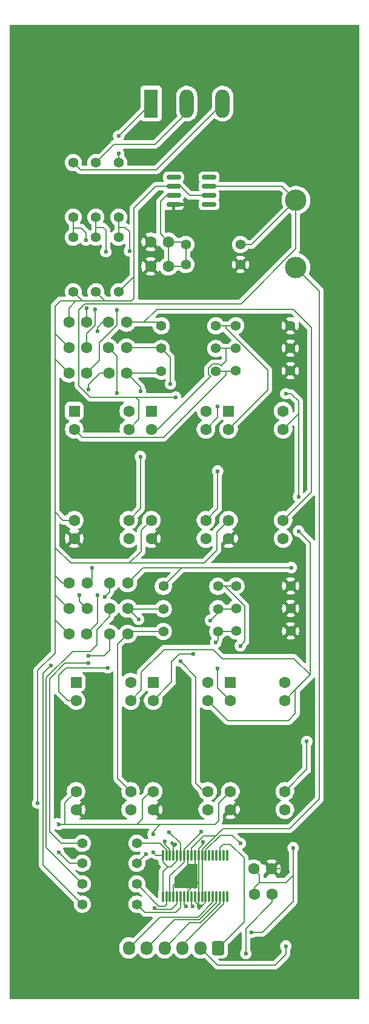
<source format=gbr>
%TF.GenerationSoftware,KiCad,Pcbnew,9.0.4*%
%TF.CreationDate,2025-12-21T15:35:54+05:30*%
%TF.ProjectId,FPGA_Mic_Input,46504741-5f4d-4696-935f-496e7075742e,rev?*%
%TF.SameCoordinates,Original*%
%TF.FileFunction,Copper,L1,Top*%
%TF.FilePolarity,Positive*%
%FSLAX46Y46*%
G04 Gerber Fmt 4.6, Leading zero omitted, Abs format (unit mm)*
G04 Created by KiCad (PCBNEW 9.0.4) date 2025-12-21 15:35:54*
%MOMM*%
%LPD*%
G01*
G04 APERTURE LIST*
G04 Aperture macros list*
%AMRoundRect*
0 Rectangle with rounded corners*
0 $1 Rounding radius*
0 $2 $3 $4 $5 $6 $7 $8 $9 X,Y pos of 4 corners*
0 Add a 4 corners polygon primitive as box body*
4,1,4,$2,$3,$4,$5,$6,$7,$8,$9,$2,$3,0*
0 Add four circle primitives for the rounded corners*
1,1,$1+$1,$2,$3*
1,1,$1+$1,$4,$5*
1,1,$1+$1,$6,$7*
1,1,$1+$1,$8,$9*
0 Add four rect primitives between the rounded corners*
20,1,$1+$1,$2,$3,$4,$5,0*
20,1,$1+$1,$4,$5,$6,$7,0*
20,1,$1+$1,$6,$7,$8,$9,0*
20,1,$1+$1,$8,$9,$2,$3,0*%
G04 Aperture macros list end*
%TA.AperFunction,ComponentPad*%
%ADD10C,1.600000*%
%TD*%
%TA.AperFunction,ComponentPad*%
%ADD11RoundRect,0.250000X-0.550000X-0.550000X0.550000X-0.550000X0.550000X0.550000X-0.550000X0.550000X0*%
%TD*%
%TA.AperFunction,ComponentPad*%
%ADD12C,1.400000*%
%TD*%
%TA.AperFunction,SMDPad,CuDef*%
%ADD13RoundRect,0.150000X-0.825000X-0.150000X0.825000X-0.150000X0.825000X0.150000X-0.825000X0.150000X0*%
%TD*%
%TA.AperFunction,ComponentPad*%
%ADD14C,3.000000*%
%TD*%
%TA.AperFunction,SMDPad,CuDef*%
%ADD15RoundRect,0.035000X0.105000X-0.695000X0.105000X0.695000X-0.105000X0.695000X-0.105000X-0.695000X0*%
%TD*%
%TA.AperFunction,ComponentPad*%
%ADD16R,1.980000X3.960000*%
%TD*%
%TA.AperFunction,ComponentPad*%
%ADD17O,1.980000X3.960000*%
%TD*%
%TA.AperFunction,ComponentPad*%
%ADD18RoundRect,0.250000X0.600000X0.725000X-0.600000X0.725000X-0.600000X-0.725000X0.600000X-0.725000X0*%
%TD*%
%TA.AperFunction,ComponentPad*%
%ADD19O,1.700000X1.950000*%
%TD*%
%TA.AperFunction,ViaPad*%
%ADD20C,0.600000*%
%TD*%
%TA.AperFunction,Conductor*%
%ADD21C,0.200000*%
%TD*%
G04 APERTURE END LIST*
D10*
%TO.P,U1,8,NC*%
%TO.N,unconnected-(U1-NC-Pad8)*%
X131592000Y-88646000D03*
%TO.P,U1,7,V+*%
%TO.N,9V*%
X131592000Y-91186000D03*
%TO.P,U1,6*%
%TO.N,Net-(C6-Pad1)*%
X131592000Y-103886000D03*
%TO.P,U1,5,NULL*%
%TO.N,unconnected-(U1-NULL-Pad5)*%
X131592000Y-106426000D03*
%TO.P,U1,4,V-*%
%TO.N,GND*%
X123972000Y-106426000D03*
%TO.P,U1,3,+*%
%TO.N,MBIAS*%
X123972000Y-103886000D03*
%TO.P,U1,2,-*%
%TO.N,Net-(U1--)*%
X123972000Y-91186000D03*
D11*
%TO.P,U1,1,NULL*%
%TO.N,unconnected-(U1-NULL-Pad1)*%
X123972000Y-88646000D03*
%TD*%
D10*
%TO.P,U2,8,NC*%
%TO.N,unconnected-(U2-NC-Pad8)*%
X142372000Y-88646000D03*
%TO.P,U2,7,V+*%
%TO.N,9V*%
X142372000Y-91186000D03*
%TO.P,U2,6*%
%TO.N,Net-(C7-Pad1)*%
X142372000Y-103886000D03*
%TO.P,U2,5,NULL*%
%TO.N,unconnected-(U2-NULL-Pad5)*%
X142372000Y-106426000D03*
%TO.P,U2,4,V-*%
%TO.N,GND*%
X134752000Y-106426000D03*
%TO.P,U2,3,+*%
%TO.N,MBIAS*%
X134752000Y-103886000D03*
%TO.P,U2,2,-*%
%TO.N,Net-(U2--)*%
X134752000Y-91186000D03*
D11*
%TO.P,U2,1,NULL*%
%TO.N,unconnected-(U2-NULL-Pad1)*%
X134752000Y-88646000D03*
%TD*%
D10*
%TO.P,C1,2*%
%TO.N,Net-(U8-+)*%
X137160000Y-65030000D03*
%TO.P,C1,1*%
%TO.N,GND*%
X134660000Y-65030000D03*
%TD*%
%TO.P,C4,2*%
%TO.N,MBIAS*%
X123230000Y-79819000D03*
%TO.P,C4,1*%
%TO.N,MIC_2*%
X125730000Y-79819000D03*
%TD*%
%TO.P,C5,1*%
%TO.N,MIC_3*%
X125730000Y-76269000D03*
%TO.P,C5,2*%
%TO.N,MBIAS*%
X123230000Y-76269000D03*
%TD*%
D12*
%TO.P,R4,1*%
%TO.N,MBIAS*%
X125095000Y-151765000D03*
%TO.P,R4,2*%
%TO.N,Net-(U7-AIN3+)*%
X132715000Y-151765000D03*
%TD*%
D10*
%TO.P,C6,1*%
%TO.N,Net-(C6-Pad1)*%
X131298000Y-83375000D03*
%TO.P,C6,2*%
%TO.N,MIC_1_OP1*%
X128798000Y-83375000D03*
%TD*%
%TO.P,C14,1*%
%TO.N,Net-(C14-Pad1)*%
X131430000Y-112649000D03*
%TO.P,C14,2*%
%TO.N,MIC_3_OP2*%
X128930000Y-112649000D03*
%TD*%
D13*
%TO.P,U8,1,NC*%
%TO.N,unconnected-(U8-NC-Pad1)*%
X137860000Y-56007000D03*
%TO.P,U8,2,-*%
%TO.N,MBIAS*%
X137860000Y-57277000D03*
%TO.P,U8,3,+*%
%TO.N,Net-(U8-+)*%
X137860000Y-58547000D03*
%TO.P,U8,4,V-*%
%TO.N,GND*%
X137860000Y-59817000D03*
%TO.P,U8,5,NC*%
%TO.N,unconnected-(U8-NC-Pad5)*%
X142810000Y-59817000D03*
%TO.P,U8,6*%
%TO.N,MBIAS*%
X142810000Y-58547000D03*
%TO.P,U8,7,V+*%
%TO.N,9V*%
X142810000Y-57277000D03*
%TO.P,U8,8,NC*%
%TO.N,unconnected-(U8-NC-Pad8)*%
X142810000Y-56007000D03*
%TD*%
D10*
%TO.P,C7,1*%
%TO.N,Net-(C7-Pad1)*%
X131278000Y-79819000D03*
%TO.P,C7,2*%
%TO.N,MIC_2_OP1*%
X128778000Y-79819000D03*
%TD*%
D12*
%TO.P,R1,1*%
%TO.N,Net-(U1--)*%
X143764000Y-83072000D03*
%TO.P,R1,2*%
%TO.N,Net-(C6-Pad1)*%
X136144000Y-83072000D03*
%TD*%
%TO.P,R_bias_3,1*%
%TO.N,MBIAS*%
X123825000Y-72009000D03*
%TO.P,R_bias_3,2*%
%TO.N,MIC_3*%
X123825000Y-64389000D03*
%TD*%
%TO.P,R2,1*%
%TO.N,Net-(U2--)*%
X143764000Y-79922000D03*
%TO.P,R2,2*%
%TO.N,Net-(C7-Pad1)*%
X136144000Y-79922000D03*
%TD*%
%TO.P,R7,1*%
%TO.N,Net-(U5--)*%
X144043000Y-116255000D03*
%TO.P,R7,2*%
%TO.N,Net-(C13-Pad1)*%
X136423000Y-116255000D03*
%TD*%
%TO.P,R6,1*%
%TO.N,Net-(U4--)*%
X144043000Y-119405000D03*
%TO.P,R6,2*%
%TO.N,Net-(C11-Pad1)*%
X136423000Y-119405000D03*
%TD*%
%TO.P,R_bias_2,1*%
%TO.N,MBIAS*%
X127000000Y-72009000D03*
%TO.P,R_bias_2,2*%
%TO.N,MIC_2*%
X127000000Y-64389000D03*
%TD*%
D11*
%TO.P,U6,1,NULL*%
%TO.N,unconnected-(U6-NULL-Pad1)*%
X145786000Y-126492000D03*
D10*
%TO.P,U6,2,-*%
%TO.N,Net-(U6--)*%
X145786000Y-129032000D03*
%TO.P,U6,3,+*%
%TO.N,MBIAS*%
X145786000Y-141732000D03*
%TO.P,U6,4,V-*%
%TO.N,GND*%
X145786000Y-144272000D03*
%TO.P,U6,5,NULL*%
%TO.N,unconnected-(U6-NULL-Pad5)*%
X153406000Y-144272000D03*
%TO.P,U6,6*%
%TO.N,Net-(C14-Pad1)*%
X153406000Y-141732000D03*
%TO.P,U6,7,V+*%
%TO.N,9V*%
X153406000Y-129032000D03*
%TO.P,U6,8,NC*%
%TO.N,unconnected-(U6-NC-Pad8)*%
X153406000Y-126492000D03*
%TD*%
%TO.P,C16,1*%
%TO.N,Net-(U7-REF0)*%
X149118000Y-156083000D03*
%TO.P,C16,2*%
%TO.N,MBIAS*%
X151618000Y-156083000D03*
%TD*%
%TO.P,C9,1*%
%TO.N,MIC_2_OP1*%
X125735000Y-119761000D03*
%TO.P,C9,2*%
%TO.N,MBIAS*%
X123235000Y-119761000D03*
%TD*%
D12*
%TO.P,Rg4,1*%
%TO.N,GND*%
X154203000Y-119355000D03*
%TO.P,Rg4,2*%
%TO.N,Net-(U4--)*%
X146583000Y-119355000D03*
%TD*%
%TO.P,Rg3,1*%
%TO.N,GND*%
X154178000Y-76733000D03*
%TO.P,Rg3,2*%
%TO.N,Net-(U3--)*%
X146558000Y-76733000D03*
%TD*%
D10*
%TO.P,C3,1*%
%TO.N,MIC_1*%
X125730000Y-83369000D03*
%TO.P,C3,2*%
%TO.N,MBIAS*%
X123230000Y-83369000D03*
%TD*%
D12*
%TO.P,R5,1*%
%TO.N,MIC_1_OP2*%
X125095000Y-154661000D03*
%TO.P,R5,2*%
%TO.N,Net-(U7-AIN0+)*%
X132715000Y-154661000D03*
%TD*%
D10*
%TO.P,C15,1*%
%TO.N,Net-(U7-REF0)*%
X149044500Y-152527000D03*
%TO.P,C15,2*%
%TO.N,GND*%
X151544500Y-152527000D03*
%TD*%
D14*
%TO.P,J3,1,Pin_1*%
%TO.N,3V3*%
X154940000Y-68580000D03*
%TD*%
D12*
%TO.P,Rg6,1*%
%TO.N,GND*%
X154203000Y-113055000D03*
%TO.P,Rg6,2*%
%TO.N,Net-(U6--)*%
X146583000Y-113055000D03*
%TD*%
%TO.P,R9,1*%
%TO.N,MIC_2_OP2*%
X125095000Y-157480000D03*
%TO.P,R9,2*%
%TO.N,Net-(U7-AIN1+)*%
X132715000Y-157480000D03*
%TD*%
D15*
%TO.P,U7,1,AIN0-*%
%TO.N,MBIAS*%
X136343000Y-156428000D03*
%TO.P,U7,2,AIN0+*%
%TO.N,Net-(U7-AIN0+)*%
X136843000Y-156428000D03*
%TO.P,U7,3,REF0*%
%TO.N,Net-(U7-REF0)*%
X137343000Y-156428000D03*
%TO.P,U7,4,AGND*%
%TO.N,GND*%
X137843000Y-156428000D03*
%TO.P,U7,5,AIN1-*%
%TO.N,MBIAS*%
X138343000Y-156428000D03*
%TO.P,U7,6,AIN1+*%
%TO.N,Net-(U7-AIN1+)*%
X138843000Y-156428000D03*
%TO.P,U7,7,REF1*%
%TO.N,Net-(U7-REF0)*%
X139343000Y-156428000D03*
%TO.P,U7,8,AGND*%
%TO.N,GND*%
X139843000Y-156428000D03*
%TO.P,U7,9,REFIO*%
%TO.N,Net-(U7-REF0)*%
X140343000Y-156428000D03*
%TO.P,U7,10,AGND*%
%TO.N,GND*%
X140843000Y-156428000D03*
%TO.P,U7,11,DGND*%
X141343000Y-156428000D03*
%TO.P,U7,12,DVDD*%
%TO.N,3V3*%
X141843000Y-156428000D03*
%TO.P,U7,13,CASCIN*%
%TO.N,GND*%
X142343000Y-156428000D03*
%TO.P,U7,14,CASCOUT*%
%TO.N,unconnected-(U7-CASCOUT-Pad14)*%
X142843000Y-156428000D03*
%TO.P,U7,15,~{CS}*%
%TO.N,CS*%
X143343000Y-156428000D03*
%TO.P,U7,16,SCLK*%
%TO.N,SCLK*%
X143843000Y-156428000D03*
%TO.P,U7,17,DIN*%
%TO.N,MOSI*%
X144343000Y-156428000D03*
%TO.P,U7,18,DOUT*%
%TO.N,MISO*%
X144843000Y-156428000D03*
%TO.P,U7,19,~{FAULT}*%
%TO.N,unconnected-(U7-~{FAULT}-Pad19)*%
X145343000Y-156428000D03*
%TO.P,U7,20,~{OVRFLW}*%
%TO.N,unconnected-(U7-~{OVRFLW}-Pad20)*%
X145343000Y-150658000D03*
%TO.P,U7,21,CLKOUT*%
%TO.N,unconnected-(U7-CLKOUT-Pad21)*%
X144843000Y-150658000D03*
%TO.P,U7,22,~{DRDYOUT}*%
%TO.N,FPGA_INTRPT*%
X144343000Y-150658000D03*
%TO.P,U7,23,~{DRDYIN}*%
%TO.N,unconnected-(U7-~{DRDYIN}-Pad23)*%
X143843000Y-150658000D03*
%TO.P,U7,24,~{SYNC}*%
%TO.N,unconnected-(U7-~{SYNC}-Pad24)*%
X143343000Y-150658000D03*
%TO.P,U7,25,XOUT*%
%TO.N,unconnected-(U7-XOUT-Pad25)*%
X142843000Y-150658000D03*
%TO.P,U7,26,XIN*%
%TO.N,FPGA_CLK*%
X142343000Y-150658000D03*
%TO.P,U7,27,DVDD*%
%TO.N,3V3*%
X141843000Y-150658000D03*
%TO.P,U7,28,DGND*%
%TO.N,GND*%
X141343000Y-150658000D03*
%TO.P,U7,29,AGND*%
X140843000Y-150658000D03*
%TO.P,U7,30,AVDD*%
%TO.N,3V3*%
X140343000Y-150658000D03*
%TO.P,U7,31,AGND*%
%TO.N,GND*%
X139843000Y-150658000D03*
%TO.P,U7,32,REF3*%
%TO.N,Net-(U7-REF0)*%
X139343000Y-150658000D03*
%TO.P,U7,33,AIN3+*%
%TO.N,Net-(U7-AIN3+)*%
X138843000Y-150658000D03*
%TO.P,U7,34,AIN3-*%
%TO.N,MBIAS*%
X138343000Y-150658000D03*
%TO.P,U7,35,AGND*%
%TO.N,GND*%
X137843000Y-150658000D03*
%TO.P,U7,36,REF2*%
%TO.N,Net-(U7-REF0)*%
X137343000Y-150658000D03*
%TO.P,U7,37,AIN2+*%
%TO.N,Net-(U7-AIN2+)*%
X136843000Y-150658000D03*
%TO.P,U7,38,AIN2-*%
%TO.N,MBIAS*%
X136343000Y-150658000D03*
%TD*%
D10*
%TO.P,C13,1*%
%TO.N,Net-(C13-Pad1)*%
X131450000Y-116205000D03*
%TO.P,C13,2*%
%TO.N,MIC_1_OP2*%
X128950000Y-116205000D03*
%TD*%
%TO.P,C11,1*%
%TO.N,Net-(C11-Pad1)*%
X131450000Y-119761000D03*
%TO.P,C11,2*%
%TO.N,MIC_2_OP2*%
X128950000Y-119761000D03*
%TD*%
%TO.P,C12,1*%
%TO.N,MIC_3_OP1*%
X125755000Y-112667000D03*
%TO.P,C12,2*%
%TO.N,MBIAS*%
X123255000Y-112667000D03*
%TD*%
D12*
%TO.P,R3,1*%
%TO.N,Net-(U3--)*%
X143764000Y-76772000D03*
%TO.P,R3,2*%
%TO.N,Net-(C8-Pad1)*%
X136144000Y-76772000D03*
%TD*%
D10*
%TO.P,C10,1*%
%TO.N,MIC_1_OP1*%
X125755000Y-116205000D03*
%TO.P,C10,2*%
%TO.N,MBIAS*%
X123255000Y-116205000D03*
%TD*%
%TO.P,C8,1*%
%TO.N,Net-(C8-Pad1)*%
X131278000Y-76269000D03*
%TO.P,C8,2*%
%TO.N,MIC_3_OP1*%
X128778000Y-76269000D03*
%TD*%
D12*
%TO.P,Rg2,1*%
%TO.N,GND*%
X154178000Y-79883000D03*
%TO.P,Rg2,2*%
%TO.N,Net-(U2--)*%
X146558000Y-79883000D03*
%TD*%
%TO.P,R10,1*%
%TO.N,MIC_3_OP2*%
X125095000Y-148971000D03*
%TO.P,R10,2*%
%TO.N,Net-(U7-AIN2+)*%
X132715000Y-148971000D03*
%TD*%
%TO.P,RBottom1,1*%
%TO.N,Net-(U8-+)*%
X139573000Y-68199000D03*
%TO.P,RBottom1,2*%
%TO.N,GND*%
X147193000Y-68199000D03*
%TD*%
D11*
%TO.P,U5,1,NULL*%
%TO.N,unconnected-(U5-NULL-Pad1)*%
X135006000Y-126492000D03*
D10*
%TO.P,U5,2,-*%
%TO.N,Net-(U5--)*%
X135006000Y-129032000D03*
%TO.P,U5,3,+*%
%TO.N,MBIAS*%
X135006000Y-141732000D03*
%TO.P,U5,4,V-*%
%TO.N,GND*%
X135006000Y-144272000D03*
%TO.P,U5,5,NULL*%
%TO.N,unconnected-(U5-NULL-Pad5)*%
X142626000Y-144272000D03*
%TO.P,U5,6*%
%TO.N,Net-(C13-Pad1)*%
X142626000Y-141732000D03*
%TO.P,U5,7,V+*%
%TO.N,9V*%
X142626000Y-129032000D03*
%TO.P,U5,8,NC*%
%TO.N,unconnected-(U5-NC-Pad8)*%
X142626000Y-126492000D03*
%TD*%
D12*
%TO.P,Rg1,1*%
%TO.N,GND*%
X154178000Y-83033000D03*
%TO.P,Rg1,2*%
%TO.N,Net-(U1--)*%
X146558000Y-83033000D03*
%TD*%
%TO.P,R_mic_1,1*%
%TO.N,MIC_1*%
X130175000Y-61595000D03*
%TO.P,R_mic_1,2*%
%TO.N,Net-(J1-Pin_1)*%
X130175000Y-53975000D03*
%TD*%
%TO.P,RTop1,1*%
%TO.N,9V*%
X147193000Y-65405000D03*
%TO.P,RTop1,2*%
%TO.N,Net-(U8-+)*%
X139573000Y-65405000D03*
%TD*%
D11*
%TO.P,U3,1,NULL*%
%TO.N,unconnected-(U3-NULL-Pad1)*%
X145532000Y-88646000D03*
D10*
%TO.P,U3,2,-*%
%TO.N,Net-(U3--)*%
X145532000Y-91186000D03*
%TO.P,U3,3,+*%
%TO.N,MBIAS*%
X145532000Y-103886000D03*
%TO.P,U3,4,V-*%
%TO.N,GND*%
X145532000Y-106426000D03*
%TO.P,U3,5,NULL*%
%TO.N,unconnected-(U3-NULL-Pad5)*%
X153152000Y-106426000D03*
%TO.P,U3,6*%
%TO.N,Net-(C8-Pad1)*%
X153152000Y-103886000D03*
%TO.P,U3,7,V+*%
%TO.N,9V*%
X153152000Y-91186000D03*
%TO.P,U3,8,NC*%
%TO.N,unconnected-(U3-NC-Pad8)*%
X153152000Y-88646000D03*
%TD*%
D12*
%TO.P,R_mic_3,1*%
%TO.N,MIC_3*%
X123825000Y-61595000D03*
%TO.P,R_mic_3,2*%
%TO.N,Net-(J1-Pin_3)*%
X123825000Y-53975000D03*
%TD*%
%TO.P,R_bias_1,1*%
%TO.N,MBIAS*%
X130175000Y-72009000D03*
%TO.P,R_bias_1,2*%
%TO.N,MIC_1*%
X130175000Y-64389000D03*
%TD*%
%TO.P,R_mic_2,1*%
%TO.N,MIC_2*%
X127000000Y-61595000D03*
%TO.P,R_mic_2,2*%
%TO.N,Net-(J1-Pin_2)*%
X127000000Y-53975000D03*
%TD*%
D11*
%TO.P,U4,1,NULL*%
%TO.N,unconnected-(U4-NULL-Pad1)*%
X124226000Y-126492000D03*
D10*
%TO.P,U4,2,-*%
%TO.N,Net-(U4--)*%
X124226000Y-129032000D03*
%TO.P,U4,3,+*%
%TO.N,MBIAS*%
X124226000Y-141732000D03*
%TO.P,U4,4,V-*%
%TO.N,GND*%
X124226000Y-144272000D03*
%TO.P,U4,5,NULL*%
%TO.N,unconnected-(U4-NULL-Pad5)*%
X131846000Y-144272000D03*
%TO.P,U4,6*%
%TO.N,Net-(C11-Pad1)*%
X131846000Y-141732000D03*
%TO.P,U4,7,V+*%
%TO.N,9V*%
X131846000Y-129032000D03*
%TO.P,U4,8,NC*%
%TO.N,unconnected-(U4-NC-Pad8)*%
X131846000Y-126492000D03*
%TD*%
D16*
%TO.P,J1,1,Pin_1*%
%TO.N,Net-(J1-Pin_1)*%
X134700000Y-45730000D03*
D17*
%TO.P,J1,2,Pin_2*%
%TO.N,Net-(J1-Pin_2)*%
X139700000Y-45730000D03*
%TO.P,J1,3,Pin_3*%
%TO.N,Net-(J1-Pin_3)*%
X144700000Y-45730000D03*
%TD*%
D10*
%TO.P,C2,1*%
%TO.N,Net-(U8-+)*%
X137140000Y-68453000D03*
%TO.P,C2,2*%
%TO.N,GND*%
X134640000Y-68453000D03*
%TD*%
D14*
%TO.P,J2,1,Pin_1*%
%TO.N,9V*%
X154940000Y-59230000D03*
%TD*%
D18*
%TO.P,J4,1,Pin_1*%
%TO.N,FPGA_INTRPT*%
X144105000Y-163576000D03*
D19*
%TO.P,J4,2,Pin_2*%
%TO.N,FPGA_CLK*%
X141605000Y-163576000D03*
%TO.P,J4,3,Pin_3*%
%TO.N,MISO*%
X139105000Y-163576000D03*
%TO.P,J4,4,Pin_4*%
%TO.N,MOSI*%
X136605000Y-163576000D03*
%TO.P,J4,5,Pin_5*%
%TO.N,SCLK*%
X134105000Y-163576000D03*
%TO.P,J4,6,Pin_6*%
%TO.N,CS*%
X131605000Y-163576000D03*
%TD*%
D12*
%TO.P,Rg5,1*%
%TO.N,GND*%
X154203000Y-116205000D03*
%TO.P,Rg5,2*%
%TO.N,Net-(U5--)*%
X146583000Y-116205000D03*
%TD*%
%TO.P,R8,1*%
%TO.N,Net-(U6--)*%
X144043000Y-113105000D03*
%TO.P,R8,2*%
%TO.N,Net-(C14-Pad1)*%
X136423000Y-113105000D03*
%TD*%
D20*
%TO.N,Net-(J1-Pin_1)*%
X130175000Y-52705000D03*
X130175000Y-50255000D03*
%TO.N,9V*%
X155321000Y-100584000D03*
X155321000Y-105410000D03*
X153543000Y-86233000D03*
X144018000Y-88011000D03*
X138142000Y-86707000D03*
%TO.N,MBIAS*%
X147955000Y-164338000D03*
%TO.N,GND*%
X141975612Y-148833612D03*
X138049000Y-149098000D03*
%TO.N,MBIAS*%
X135228473Y-158023000D03*
%TO.N,Net-(U7-REF0)*%
X140525500Y-157797500D03*
X139573000Y-157734000D03*
%TO.N,GND*%
X141351000Y-157734000D03*
X153797000Y-152908000D03*
%TO.N,MBIAS*%
X135001000Y-147736000D03*
X135001000Y-150241000D03*
X121793000Y-150241000D03*
X121793000Y-146304000D03*
X118872000Y-143383000D03*
%TO.N,GND*%
X137287000Y-61722000D03*
X128397000Y-108712000D03*
X124460000Y-108712000D03*
%TO.N,Net-(U7-REF0)*%
X148717000Y-161417000D03*
X136652000Y-148717000D03*
X154559000Y-149606000D03*
X141732000Y-147320000D03*
%TO.N,MIC_2_OP2*%
X120713500Y-124142500D03*
X125984000Y-122809000D03*
%TO.N,MIC_3_OP2*%
X128270000Y-114554000D03*
X125984000Y-123825000D03*
%TO.N,Net-(U5--)*%
X140589000Y-122555000D03*
%TO.N,Net-(C14-Pad1)*%
X154305000Y-110490000D03*
X156464000Y-134747000D03*
%TO.N,Net-(U7-AIN3+)*%
X137249265Y-147409265D03*
X133985000Y-150495000D03*
%TO.N,FPGA_CLK*%
X147193000Y-148971000D03*
X153543000Y-163322000D03*
%TO.N,MIC_1*%
X129921000Y-74549000D03*
X131699000Y-66294000D03*
%TO.N,MIC_2*%
X126873000Y-74422000D03*
X128397000Y-66421000D03*
%TO.N,MIC_3*%
X125730000Y-74295000D03*
X125603000Y-64770000D03*
%TO.N,Net-(C6-Pad1)*%
X133223000Y-94996000D03*
X133223000Y-85852000D03*
%TO.N,MIC_1_OP1*%
X125984000Y-85598000D03*
X124714000Y-114300000D03*
%TO.N,Net-(C7-Pad1)*%
X137414000Y-84836000D03*
X144018000Y-97028000D03*
%TO.N,MIC_2_OP1*%
X127254000Y-114300000D03*
X129921000Y-86106000D03*
%TO.N,MIC_3_OP1*%
X126492000Y-110490000D03*
X127254000Y-77470000D03*
%TO.N,Net-(C13-Pad1)*%
X138811000Y-123571000D03*
X132971500Y-117726500D03*
%TO.N,Net-(U4--)*%
X128651000Y-124460000D03*
X143764000Y-120904000D03*
%TO.N,Net-(U5--)*%
X143002000Y-117856000D03*
%TO.N,Net-(U6--)*%
X144018000Y-124587000D03*
X147193000Y-121412000D03*
%TD*%
D21*
%TO.N,Net-(C13-Pad1)*%
X132971500Y-117726500D02*
X131450000Y-116205000D01*
%TO.N,Net-(J1-Pin_3)*%
X135454000Y-54976000D02*
X144700000Y-45730000D01*
X123825000Y-53975000D02*
X124826000Y-54976000D01*
X124826000Y-54976000D02*
X135454000Y-54976000D01*
%TO.N,Net-(J1-Pin_1)*%
X130175000Y-53975000D02*
X130175000Y-52705000D01*
%TO.N,Net-(J1-Pin_2)*%
X139700000Y-46990000D02*
X139700000Y-45730000D01*
X135255000Y-51435000D02*
X139700000Y-46990000D01*
X129540000Y-51435000D02*
X135255000Y-51435000D01*
X127000000Y-53975000D02*
X129540000Y-51435000D01*
%TO.N,Net-(J1-Pin_1)*%
X130175000Y-50255000D02*
X134700000Y-45730000D01*
%TO.N,9V*%
X144653000Y-123190000D02*
X154696000Y-123190000D01*
X143383000Y-121920000D02*
X144653000Y-123190000D01*
X136525000Y-121920000D02*
X143383000Y-121920000D01*
X133350000Y-125095000D02*
X136525000Y-121920000D01*
X133350000Y-127528000D02*
X133350000Y-125095000D01*
X131846000Y-129032000D02*
X133350000Y-127528000D01*
X154696000Y-123190000D02*
X156972000Y-125466000D01*
%TO.N,Net-(U5--)*%
X137575000Y-126463000D02*
X135006000Y-129032000D01*
X137575000Y-123664000D02*
X137575000Y-126463000D01*
X140589000Y-122555000D02*
X138684000Y-122555000D01*
X138684000Y-122555000D02*
X137575000Y-123664000D01*
%TO.N,9V*%
X154871500Y-127566500D02*
X153406000Y-129032000D01*
X154871500Y-130878500D02*
X154871500Y-127566500D01*
X145420000Y-131826000D02*
X153924000Y-131826000D01*
X153924000Y-131826000D02*
X154871500Y-130878500D01*
X142626000Y-129032000D02*
X145420000Y-131826000D01*
X156972000Y-125466000D02*
X154871500Y-127566500D01*
X156972000Y-107061000D02*
X156972000Y-125466000D01*
X155321000Y-105410000D02*
X156972000Y-107061000D01*
X155321000Y-100584000D02*
X155321000Y-89017000D01*
X154305000Y-86233000D02*
X153543000Y-86233000D01*
X155321000Y-87249000D02*
X154432000Y-86360000D01*
X154432000Y-86360000D02*
X154305000Y-86233000D01*
X155321000Y-88392000D02*
X155321000Y-87249000D01*
X155321000Y-89017000D02*
X155321000Y-88392000D01*
X153152000Y-91186000D02*
X155321000Y-89017000D01*
X144018000Y-89540000D02*
X142372000Y-91186000D01*
X144018000Y-88011000D02*
X144018000Y-89540000D01*
X137761000Y-86707000D02*
X138142000Y-86707000D01*
%TO.N,Net-(U2--)*%
X145161000Y-81661000D02*
X145161000Y-79922000D01*
X144464814Y-82357186D02*
X145161000Y-81661000D01*
X143349372Y-82071000D02*
X144178628Y-82071000D01*
X144178628Y-82071000D02*
X144464814Y-82357186D01*
X142763000Y-82657372D02*
X143349372Y-82071000D01*
X135636000Y-91186000D02*
X143049186Y-83772814D01*
X143049186Y-83772814D02*
X142763000Y-83486628D01*
X142763000Y-83486628D02*
X142763000Y-82657372D01*
X134752000Y-91186000D02*
X135636000Y-91186000D01*
%TO.N,9V*%
X132554000Y-86707000D02*
X137761000Y-86707000D01*
%TO.N,Net-(C7-Pad1)*%
X137414000Y-84836000D02*
X137414000Y-81192000D01*
X137414000Y-81192000D02*
X136144000Y-79922000D01*
%TO.N,Net-(C13-Pad1)*%
X142113000Y-141732000D02*
X142626000Y-141732000D01*
X140970000Y-140589000D02*
X142113000Y-141732000D01*
X140970000Y-125730000D02*
X140970000Y-140589000D01*
X138811000Y-123571000D02*
X140970000Y-125730000D01*
%TO.N,Net-(C7-Pad1)*%
X144018000Y-102240000D02*
X144018000Y-97028000D01*
X142372000Y-103886000D02*
X144018000Y-102240000D01*
%TO.N,Net-(U1--)*%
X145161000Y-83566000D02*
X145161000Y-83072000D01*
X136440000Y-92287000D02*
X145161000Y-83566000D01*
X125073000Y-92287000D02*
X136440000Y-92287000D01*
X123972000Y-91186000D02*
X125073000Y-92287000D01*
%TO.N,9V*%
X132969000Y-89809000D02*
X131592000Y-91186000D01*
X132554000Y-86707000D02*
X132969000Y-87122000D01*
X126243057Y-86707000D02*
X132554000Y-86707000D01*
X132969000Y-87122000D02*
X132969000Y-89809000D01*
%TO.N,Net-(C6-Pad1)*%
X133223000Y-85852000D02*
X133223000Y-85300000D01*
X133223000Y-85300000D02*
X131298000Y-83375000D01*
%TO.N,MBIAS*%
X147955000Y-160877370D02*
X147955000Y-164338000D01*
X151618000Y-157214370D02*
X147955000Y-160877370D01*
X151618000Y-156083000D02*
X151618000Y-157214370D01*
%TO.N,GND*%
X141343000Y-157599000D02*
X141343000Y-156428000D01*
X141351000Y-157607000D02*
X141343000Y-157599000D01*
X142343000Y-157204146D02*
X142343000Y-156428000D01*
X141940146Y-157607000D02*
X142343000Y-157204146D01*
X141351000Y-157734000D02*
X141478000Y-157607000D01*
X140843000Y-157099000D02*
X140843000Y-156428000D01*
X141351000Y-157607000D02*
X140843000Y-157099000D01*
X141351000Y-157734000D02*
X141351000Y-157607000D01*
X141478000Y-157607000D02*
X141940146Y-157607000D01*
X140843000Y-154651854D02*
X140943854Y-154551000D01*
X140943854Y-154551000D02*
X141343000Y-154551000D01*
X139843000Y-155651854D02*
X140943854Y-154551000D01*
X139843000Y-156428000D02*
X139843000Y-155651854D01*
%TO.N,3V3*%
X140343000Y-149616281D02*
X142034904Y-147924377D01*
X142034904Y-147924377D02*
X143733377Y-147924377D01*
X140343000Y-150658000D02*
X140343000Y-149616281D01*
X143733377Y-147924377D02*
X141843000Y-149814754D01*
%TO.N,GND*%
X141343000Y-149747654D02*
X141343000Y-150658000D01*
X142116327Y-148974327D02*
X141343000Y-149747654D01*
%TO.N,Net-(U7-REF0)*%
X141732000Y-147447000D02*
X139343000Y-149836000D01*
X141732000Y-147320000D02*
X141732000Y-147447000D01*
X139343000Y-149836000D02*
X139343000Y-150658000D01*
%TO.N,GND*%
X141402000Y-150599000D02*
X141343000Y-150658000D01*
%TO.N,3V3*%
X141843000Y-150658000D02*
X141843000Y-156428000D01*
%TO.N,GND*%
X137843000Y-149304000D02*
X138049000Y-149098000D01*
X137843000Y-150658000D02*
X137843000Y-149304000D01*
%TO.N,Net-(U7-REF0)*%
X137284000Y-149984000D02*
X137343000Y-150043000D01*
X137284000Y-149822854D02*
X137284000Y-149984000D01*
X137244000Y-149782854D02*
X137284000Y-149822854D01*
X137244000Y-149715754D02*
X137244000Y-149782854D01*
X137343000Y-150043000D02*
X137343000Y-150658000D01*
X136652000Y-149123754D02*
X137244000Y-149715754D01*
X136652000Y-148717000D02*
X136652000Y-149123754D01*
%TO.N,Net-(U7-AIN3+)*%
X137249265Y-147409265D02*
X138843000Y-149003000D01*
X138843000Y-149003000D02*
X138843000Y-150658000D01*
%TO.N,GND*%
X139843000Y-153051000D02*
X140843000Y-154051000D01*
X139843000Y-150658000D02*
X139843000Y-153051000D01*
X141343000Y-150658000D02*
X141343000Y-154551000D01*
X140843000Y-150658000D02*
X140843000Y-154051000D01*
%TO.N,9V*%
X124629000Y-74546057D02*
X124629000Y-85092943D01*
X125481057Y-73694000D02*
X124629000Y-74546057D01*
X147279001Y-73694000D02*
X125481057Y-73694000D01*
X124629000Y-85092943D02*
X126243057Y-86707000D01*
X154940000Y-66033001D02*
X147279001Y-73694000D01*
X154940000Y-59230000D02*
X154940000Y-66033001D01*
%TO.N,MBIAS*%
X138343000Y-157440000D02*
X138343000Y-156428000D01*
X137561000Y-158222000D02*
X138343000Y-157440000D01*
X135427472Y-158222000D02*
X137561000Y-158222000D01*
X135228473Y-158023000D02*
X135427472Y-158222000D01*
%TO.N,Net-(U7-REF0)*%
X137343000Y-156428000D02*
X137343000Y-153552146D01*
X137343000Y-153552146D02*
X139343000Y-151552146D01*
X139343000Y-151552146D02*
X139343000Y-150658000D01*
%TO.N,CS*%
X141289146Y-159258000D02*
X135923000Y-159258000D01*
%TO.N,GND*%
X138684000Y-154051000D02*
X140843000Y-154051000D01*
X137843000Y-154892000D02*
X138684000Y-154051000D01*
X137843000Y-156428000D02*
X137843000Y-154892000D01*
X141343000Y-154551000D02*
X141343000Y-156428000D01*
X140843000Y-154051000D02*
X141343000Y-154551000D01*
%TO.N,MBIAS*%
X136343000Y-152963000D02*
X137033000Y-152273000D01*
X136343000Y-156428000D02*
X136343000Y-152963000D01*
X138343000Y-151434146D02*
X138343000Y-150658000D01*
X137033000Y-152273000D02*
X137504146Y-152273000D01*
X137504146Y-152273000D02*
X138343000Y-151434146D01*
X136343000Y-151583000D02*
X137033000Y-152273000D01*
X136343000Y-150658000D02*
X136343000Y-151583000D01*
%TO.N,Net-(U7-REF0)*%
X140525500Y-157797500D02*
X140589000Y-157861000D01*
X140343000Y-157615000D02*
X140525500Y-157797500D01*
X140343000Y-157607000D02*
X140343000Y-157615000D01*
X140343000Y-156428000D02*
X140343000Y-157607000D01*
X139343000Y-157504000D02*
X139573000Y-157734000D01*
X139343000Y-156428000D02*
X139343000Y-157504000D01*
%TO.N,GND*%
X153416000Y-152527000D02*
X153797000Y-152908000D01*
X151544500Y-152527000D02*
X153416000Y-152527000D01*
%TO.N,MBIAS*%
X135890000Y-146431000D02*
X135890000Y-146304000D01*
X135001000Y-147736000D02*
X135001000Y-147320000D01*
X135001000Y-147320000D02*
X135890000Y-146431000D01*
X135890000Y-146304000D02*
X132715000Y-146304000D01*
X135382000Y-150622000D02*
X135001000Y-150241000D01*
X136343000Y-150658000D02*
X135418000Y-150658000D01*
X135418000Y-150658000D02*
X135382000Y-150622000D01*
X123317000Y-151765000D02*
X121793000Y-150241000D01*
X125095000Y-151765000D02*
X123317000Y-151765000D01*
X121285000Y-122428000D02*
X121285000Y-117602000D01*
X118872000Y-124841000D02*
X121285000Y-122428000D01*
X118872000Y-143383000D02*
X118872000Y-124841000D01*
X121539000Y-146050000D02*
X121793000Y-146304000D01*
X121793000Y-146304000D02*
X122682000Y-146304000D01*
X121285000Y-117602000D02*
X121285000Y-114300000D01*
X122682000Y-143276000D02*
X122682000Y-146304000D01*
X124226000Y-141732000D02*
X122682000Y-143276000D01*
X133477000Y-145542000D02*
X132715000Y-146304000D01*
X133477000Y-142875000D02*
X133477000Y-145542000D01*
X134620000Y-141732000D02*
X133477000Y-142875000D01*
X135006000Y-141732000D02*
X134620000Y-141732000D01*
X132715000Y-146304000D02*
X122682000Y-146304000D01*
X143637000Y-146304000D02*
X135890000Y-146304000D01*
X144145000Y-145796000D02*
X143637000Y-146304000D01*
X144145000Y-143373000D02*
X144145000Y-145796000D01*
X145786000Y-141732000D02*
X144145000Y-143373000D01*
%TO.N,MIC_3_OP2*%
X122682000Y-123825000D02*
X125984000Y-123825000D01*
X120523000Y-125984000D02*
X122682000Y-123825000D01*
X122174000Y-148971000D02*
X120523000Y-147320000D01*
X120523000Y-147320000D02*
X120523000Y-125984000D01*
X125095000Y-148971000D02*
X122174000Y-148971000D01*
%TO.N,MBIAS*%
X121285000Y-117811000D02*
X121285000Y-117602000D01*
X123235000Y-119761000D02*
X121285000Y-117811000D01*
X121285000Y-114300000D02*
X121285000Y-111633000D01*
X123190000Y-116205000D02*
X121285000Y-114300000D01*
X123255000Y-116205000D02*
X123190000Y-116205000D01*
X122319000Y-112667000D02*
X123255000Y-112667000D01*
X121285000Y-107569000D02*
X121285000Y-111633000D01*
X121285000Y-107569000D02*
X121285000Y-102743000D01*
X121285000Y-111633000D02*
X122319000Y-112667000D01*
X131699000Y-109855000D02*
X131665000Y-109889000D01*
X142113000Y-109855000D02*
X131699000Y-109855000D01*
X143891000Y-108077000D02*
X142113000Y-109855000D01*
X143891000Y-105527000D02*
X143891000Y-108077000D01*
X145532000Y-103886000D02*
X143891000Y-105527000D01*
X123478000Y-109889000D02*
X121285000Y-107696000D01*
X133350000Y-108204000D02*
X131665000Y-109889000D01*
X131665000Y-109889000D02*
X123478000Y-109889000D01*
X134752000Y-103886000D02*
X133350000Y-105288000D01*
X133350000Y-105288000D02*
X133350000Y-108204000D01*
X121285000Y-107696000D02*
X121285000Y-107569000D01*
X121285000Y-102743000D02*
X121285000Y-81424000D01*
X123972000Y-103886000D02*
X122428000Y-103886000D01*
X122428000Y-103886000D02*
X121285000Y-102743000D01*
X121285000Y-81424000D02*
X121285000Y-77874000D01*
X123230000Y-83369000D02*
X121285000Y-81424000D01*
X121285000Y-74041000D02*
X122047000Y-73279000D01*
X122047000Y-73279000D02*
X124211792Y-73279000D01*
X121285000Y-77874000D02*
X121285000Y-74041000D01*
X123230000Y-79819000D02*
X121285000Y-77874000D01*
X124211792Y-73279000D02*
X125095000Y-73279000D01*
X123230000Y-74260792D02*
X124211792Y-73279000D01*
X123230000Y-76269000D02*
X123230000Y-74260792D01*
X125095000Y-73279000D02*
X123825000Y-72009000D01*
X128270000Y-73279000D02*
X125095000Y-73279000D01*
X132334000Y-72898000D02*
X132334000Y-69850000D01*
X131953000Y-73279000D02*
X132334000Y-72898000D01*
X128270000Y-73279000D02*
X131953000Y-73279000D01*
X127000000Y-72009000D02*
X128270000Y-73279000D01*
%TO.N,Net-(C8-Pad1)*%
X154559000Y-74422000D02*
X135509000Y-74422000D01*
X135509000Y-74422000D02*
X133662000Y-76269000D01*
X133662000Y-76269000D02*
X133477000Y-76269000D01*
X157099000Y-99939000D02*
X157099000Y-76962000D01*
X153152000Y-103886000D02*
X157099000Y-99939000D01*
X157099000Y-76962000D02*
X154559000Y-74422000D01*
%TO.N,GND*%
X137798000Y-59879000D02*
X137860000Y-59817000D01*
X137798000Y-61211000D02*
X137798000Y-59879000D01*
X137287000Y-61722000D02*
X137798000Y-61211000D01*
%TO.N,FPGA_CLK*%
X146050000Y-147828000D02*
X144396854Y-147828000D01*
X147193000Y-148971000D02*
X146050000Y-147828000D01*
X144396854Y-147828000D02*
X142343000Y-149881854D01*
X142343000Y-149881854D02*
X142343000Y-150658000D01*
%TO.N,GND*%
X124460000Y-108712000D02*
X128397000Y-108712000D01*
%TO.N,Net-(U7-REF0)*%
X149860000Y-153342500D02*
X149860000Y-154432000D01*
X149044500Y-152527000D02*
X149860000Y-153342500D01*
X149118000Y-155174000D02*
X149860000Y-154432000D01*
X149118000Y-156083000D02*
X149118000Y-155174000D01*
X148991000Y-152580500D02*
X149044500Y-152527000D01*
%TO.N,MISO*%
X139105000Y-163155000D02*
X144843000Y-157417000D01*
X139105000Y-163576000D02*
X139105000Y-163155000D01*
X144843000Y-157417000D02*
X144843000Y-156428000D01*
%TO.N,Net-(U7-REF0)*%
X150241000Y-161417000D02*
X148717000Y-161417000D01*
X154559000Y-157099000D02*
X150241000Y-161417000D01*
X154559000Y-153416000D02*
X154559000Y-157099000D01*
%TO.N,Net-(U7-AIN1+)*%
X138843000Y-157956000D02*
X138843000Y-156428000D01*
X138176000Y-158623000D02*
X138843000Y-157956000D01*
X132715000Y-157480000D02*
X133858000Y-158623000D01*
X133858000Y-158623000D02*
X138176000Y-158623000D01*
%TO.N,Net-(U7-REF0)*%
X153543000Y-154432000D02*
X154559000Y-153416000D01*
X149860000Y-154432000D02*
X153543000Y-154432000D01*
X154559000Y-153416000D02*
X154559000Y-149606000D01*
%TO.N,3V3*%
X141843000Y-149814754D02*
X141843000Y-150658000D01*
X158242000Y-142748000D02*
X154051000Y-146939000D01*
X158242000Y-71882000D02*
X158242000Y-142748000D01*
X154940000Y-68580000D02*
X158242000Y-71882000D01*
X154051000Y-146939000D02*
X144718754Y-146939000D01*
X144718754Y-146939000D02*
X143733377Y-147924377D01*
%TO.N,MIC_1_OP2*%
X123718000Y-122174000D02*
X120035000Y-125857000D01*
X127127000Y-119159370D02*
X127127000Y-121285000D01*
X127127000Y-121285000D02*
X126238000Y-122174000D01*
X126238000Y-122174000D02*
X123718000Y-122174000D01*
X128950000Y-117336370D02*
X127127000Y-119159370D01*
X128950000Y-116205000D02*
X128950000Y-117336370D01*
X120035000Y-125857000D02*
X120035000Y-149601000D01*
X120035000Y-149601000D02*
X125095000Y-154661000D01*
%TO.N,MIC_2_OP2*%
X120713500Y-124142500D02*
X119634000Y-125222000D01*
X119634000Y-152019000D02*
X125095000Y-157480000D01*
X119634000Y-125222000D02*
X119634000Y-152019000D01*
X128143000Y-122809000D02*
X125984000Y-122809000D01*
X128950000Y-122002000D02*
X128143000Y-122809000D01*
X128950000Y-119761000D02*
X128950000Y-122002000D01*
%TO.N,MIC_3_OP2*%
X128930000Y-113894000D02*
X128270000Y-114554000D01*
X128930000Y-112649000D02*
X128930000Y-113894000D01*
%TO.N,MIC_2_OP1*%
X127254000Y-118242000D02*
X125735000Y-119761000D01*
X127254000Y-114300000D02*
X127254000Y-118242000D01*
%TO.N,MIC_3_OP1*%
X126492000Y-110490000D02*
X126492000Y-111930000D01*
X126492000Y-111930000D02*
X125755000Y-112667000D01*
%TO.N,Net-(U4--)*%
X123063000Y-129032000D02*
X124226000Y-129032000D01*
X121793000Y-127762000D02*
X123063000Y-129032000D01*
X121793000Y-125476000D02*
X121793000Y-127762000D01*
X128651000Y-124460000D02*
X122809000Y-124460000D01*
X122809000Y-124460000D02*
X121793000Y-125476000D01*
%TO.N,MIC_1*%
X131064000Y-62992000D02*
X130175000Y-62992000D01*
X131699000Y-66294000D02*
X131699000Y-63627000D01*
X130175000Y-62992000D02*
X130175000Y-64389000D01*
X131699000Y-63627000D02*
X131064000Y-62992000D01*
%TO.N,MIC_2*%
X128397000Y-63373000D02*
X128016000Y-62992000D01*
X128397000Y-66421000D02*
X128397000Y-63373000D01*
X128016000Y-62992000D02*
X127000000Y-62992000D01*
X127000000Y-62992000D02*
X127000000Y-64389000D01*
%TO.N,MIC_3*%
X123825000Y-63119000D02*
X123825000Y-64389000D01*
X124968000Y-63119000D02*
X123825000Y-63119000D01*
X125603000Y-63754000D02*
X124968000Y-63119000D01*
X125603000Y-64770000D02*
X125603000Y-63754000D01*
%TO.N,Net-(C14-Pad1)*%
X133589000Y-110490000D02*
X139038000Y-110490000D01*
X131430000Y-112649000D02*
X133589000Y-110490000D01*
X139038000Y-110490000D02*
X136423000Y-113105000D01*
X154305000Y-110490000D02*
X139038000Y-110490000D01*
X156464000Y-138674000D02*
X156464000Y-134747000D01*
X153406000Y-141732000D02*
X156464000Y-138674000D01*
%TO.N,Net-(C8-Pad1)*%
X133477000Y-76269000D02*
X135641000Y-76269000D01*
%TO.N,Net-(U3--)*%
X145161000Y-77089000D02*
X145161000Y-76772000D01*
X146621500Y-78549500D02*
X145161000Y-77089000D01*
X145161000Y-76772000D02*
X146519000Y-76772000D01*
X147559000Y-79487000D02*
X147559000Y-79468372D01*
X147559000Y-79468372D02*
X146640128Y-78549500D01*
X151003000Y-85715000D02*
X151003000Y-82931000D01*
X145532000Y-91186000D02*
X151003000Y-85715000D01*
X151003000Y-82931000D02*
X147559000Y-79487000D01*
X146640128Y-78549500D02*
X146621500Y-78549500D01*
%TO.N,Net-(U7-AIN3+)*%
X132715000Y-151765000D02*
X133985000Y-150495000D01*
%TO.N,FPGA_CLK*%
X153543000Y-164465000D02*
X152019000Y-165989000D01*
X152019000Y-165989000D02*
X144018000Y-165989000D01*
X144018000Y-165989000D02*
X141605000Y-163576000D01*
X153543000Y-163322000D02*
X153543000Y-164465000D01*
%TO.N,FPGA_INTRPT*%
X144343000Y-149535000D02*
X144343000Y-150658000D01*
X145796000Y-149098000D02*
X144780000Y-149098000D01*
X144780000Y-149098000D02*
X144343000Y-149535000D01*
X147701000Y-151003000D02*
X145796000Y-149098000D01*
X147701000Y-159980000D02*
X147701000Y-151003000D01*
X144105000Y-163576000D02*
X147701000Y-159980000D01*
%TO.N,MOSI*%
X141621346Y-160060000D02*
X144343000Y-157338346D01*
X140121000Y-160060000D02*
X141621346Y-160060000D01*
X144343000Y-157338346D02*
X144343000Y-156428000D01*
X136605000Y-163576000D02*
X140121000Y-160060000D01*
%TO.N,SCLK*%
X143843000Y-157271246D02*
X143843000Y-156428000D01*
X138022000Y-159659000D02*
X141455246Y-159659000D01*
X141455246Y-159659000D02*
X143843000Y-157271246D01*
X134105000Y-163576000D02*
X138022000Y-159659000D01*
%TO.N,CS*%
X143343000Y-157204146D02*
X143343000Y-156428000D01*
X141289146Y-159258000D02*
X143343000Y-157204146D01*
X131605000Y-163576000D02*
X135923000Y-159258000D01*
%TO.N,Net-(U7-AIN2+)*%
X132715000Y-148971000D02*
X135932146Y-148971000D01*
X135932146Y-148971000D02*
X136843000Y-149881854D01*
X136843000Y-149881854D02*
X136843000Y-150658000D01*
%TO.N,Net-(U7-AIN3+)*%
X138843000Y-151434146D02*
X138843000Y-150658000D01*
%TO.N,Net-(U7-AIN0+)*%
X136843000Y-157543000D02*
X136843000Y-156428000D01*
X136652000Y-157734000D02*
X136843000Y-157543000D01*
X135788000Y-157734000D02*
X136652000Y-157734000D01*
X132715000Y-154661000D02*
X135788000Y-157734000D01*
%TO.N,Net-(U8-+)*%
X139198000Y-65030000D02*
X139573000Y-65405000D01*
X139573000Y-65405000D02*
X139573000Y-68199000D01*
X136885001Y-58547000D02*
X137860000Y-58547000D01*
X137160000Y-65030000D02*
X136017000Y-63887000D01*
X137160000Y-65030000D02*
X137160000Y-68433000D01*
X136017000Y-59415001D02*
X136885001Y-58547000D01*
X136017000Y-63887000D02*
X136017000Y-59415001D01*
X137160000Y-65030000D02*
X139198000Y-65030000D01*
X137140000Y-68453000D02*
X139319000Y-68453000D01*
X137160000Y-68433000D02*
X137140000Y-68453000D01*
X139319000Y-68453000D02*
X139573000Y-68199000D01*
%TO.N,MBIAS*%
X123235000Y-116225000D02*
X123255000Y-116205000D01*
X130175000Y-72009000D02*
X132334000Y-69850000D01*
X140104999Y-58547000D02*
X142810000Y-58547000D01*
X137860000Y-57277000D02*
X138834999Y-57277000D01*
X132334000Y-69850000D02*
X132334000Y-60325000D01*
X138834999Y-57277000D02*
X140104999Y-58547000D01*
X132334000Y-60325000D02*
X135382000Y-57277000D01*
X135382000Y-57277000D02*
X137860000Y-57277000D01*
%TO.N,MIC_1*%
X129921000Y-76683050D02*
X129921000Y-74549000D01*
X127502943Y-79101107D02*
X129921000Y-76683050D01*
X130175000Y-61595000D02*
X130175000Y-62992000D01*
X127502943Y-81596057D02*
X127502943Y-79101107D01*
X125730000Y-83369000D02*
X127502943Y-81596057D01*
%TO.N,MIC_2*%
X125730000Y-79819000D02*
X125730000Y-77826050D01*
X125730000Y-77826050D02*
X126873000Y-76683050D01*
X126873000Y-74549000D02*
X126873000Y-74422000D01*
X127000000Y-61595000D02*
X127000000Y-62992000D01*
X126873000Y-76683050D02*
X126873000Y-74549000D01*
%TO.N,MIC_3*%
X123825000Y-61595000D02*
X123825000Y-63119000D01*
X125730000Y-76269000D02*
X125730000Y-74295000D01*
%TO.N,Net-(C6-Pad1)*%
X133223000Y-101727000D02*
X133223000Y-94996000D01*
X135841000Y-83375000D02*
X136144000Y-83072000D01*
X131298000Y-83375000D02*
X135841000Y-83375000D01*
X131592000Y-103886000D02*
X133223000Y-102255000D01*
X133223000Y-102255000D02*
X133223000Y-101727000D01*
%TO.N,MIC_1_OP1*%
X127572000Y-83375000D02*
X128798000Y-83375000D01*
X125984000Y-85598000D02*
X125984000Y-84963000D01*
X124714000Y-115164000D02*
X124714000Y-114300000D01*
X125984000Y-84963000D02*
X127572000Y-83375000D01*
X125755000Y-116205000D02*
X124714000Y-115164000D01*
%TO.N,Net-(C7-Pad1)*%
X131278000Y-79819000D02*
X136041000Y-79819000D01*
X136041000Y-79819000D02*
X136144000Y-79922000D01*
%TO.N,MIC_2_OP1*%
X129921000Y-80962000D02*
X129921000Y-86106000D01*
X128778000Y-79819000D02*
X129921000Y-80962000D01*
%TO.N,Net-(C8-Pad1)*%
X131278000Y-76269000D02*
X133477000Y-76269000D01*
X135641000Y-76269000D02*
X136144000Y-76772000D01*
%TO.N,MIC_3_OP1*%
X128778000Y-76269000D02*
X127947000Y-76269000D01*
X127947000Y-76269000D02*
X127254000Y-76962000D01*
X127254000Y-76962000D02*
X127254000Y-77470000D01*
%TO.N,Net-(C11-Pad1)*%
X130053000Y-121158000D02*
X130048000Y-121158000D01*
X130048000Y-121158000D02*
X130048000Y-139934000D01*
X136423000Y-119405000D02*
X131806000Y-119405000D01*
X131806000Y-119405000D02*
X131450000Y-119761000D01*
X131450000Y-119761000D02*
X130053000Y-121158000D01*
X130048000Y-139934000D02*
X131846000Y-141732000D01*
%TO.N,Net-(C13-Pad1)*%
X136423000Y-116255000D02*
X131500000Y-116255000D01*
X131500000Y-116255000D02*
X131450000Y-116205000D01*
%TO.N,Net-(C14-Pad1)*%
X135967000Y-112649000D02*
X136423000Y-113105000D01*
%TO.N,9V*%
X154940000Y-59230000D02*
X152987000Y-57277000D01*
X148765000Y-65405000D02*
X147193000Y-65405000D01*
X152987000Y-57277000D02*
X142810000Y-57277000D01*
X154940000Y-59230000D02*
X148765000Y-65405000D01*
%TO.N,Net-(U1--)*%
X143764000Y-83072000D02*
X146519000Y-83072000D01*
X146519000Y-83072000D02*
X146558000Y-83033000D01*
%TO.N,Net-(U2--)*%
X134752000Y-91186000D02*
X134752000Y-91181000D01*
X146519000Y-79922000D02*
X146558000Y-79883000D01*
X143764000Y-79922000D02*
X146519000Y-79922000D01*
%TO.N,Net-(U3--)*%
X143764000Y-76772000D02*
X145161000Y-76772000D01*
X146519000Y-76772000D02*
X146558000Y-76733000D01*
%TO.N,Net-(U4--)*%
X144043000Y-119405000D02*
X144043000Y-120625000D01*
X146533000Y-119405000D02*
X146583000Y-119355000D01*
X144043000Y-119405000D02*
X146533000Y-119405000D01*
X144043000Y-120625000D02*
X143764000Y-120904000D01*
%TO.N,Net-(U5--)*%
X146533000Y-116255000D02*
X146583000Y-116205000D01*
X144043000Y-116815000D02*
X144043000Y-116255000D01*
X144043000Y-116255000D02*
X146533000Y-116255000D01*
X143002000Y-117856000D02*
X144043000Y-116815000D01*
%TO.N,Net-(U6--)*%
X144043000Y-113105000D02*
X146533000Y-113105000D01*
X144018000Y-127264000D02*
X144018000Y-124587000D01*
X145786000Y-129032000D02*
X144018000Y-127264000D01*
X147828000Y-120777000D02*
X147828000Y-115900051D01*
X147828000Y-115900051D02*
X145032949Y-113105000D01*
X147193000Y-121412000D02*
X147828000Y-120777000D01*
X145032949Y-113105000D02*
X144043000Y-113105000D01*
X146533000Y-113105000D02*
X146583000Y-113055000D01*
%TD*%
%TA.AperFunction,Conductor*%
%TO.N,GND*%
G36*
X141609116Y-157647809D02*
G01*
X141610021Y-157648166D01*
X141696073Y-157658500D01*
X141744935Y-157658499D01*
X141749778Y-157658881D01*
X141778052Y-157669658D01*
X141807085Y-157678182D01*
X141810374Y-157681977D01*
X141815066Y-157683766D01*
X141833026Y-157708118D01*
X141852841Y-157730985D01*
X141853555Y-157735954D01*
X141856537Y-157739997D01*
X141858480Y-157770200D01*
X141862786Y-157800143D01*
X141860700Y-157804710D01*
X141861023Y-157809723D01*
X141845732Y-157837488D01*
X141833763Y-157863700D01*
X141829947Y-157866152D01*
X141827729Y-157870180D01*
X141473225Y-158224685D01*
X141411902Y-158258170D01*
X141342211Y-158253186D01*
X141286277Y-158211315D01*
X141261860Y-158145850D01*
X141270983Y-158089551D01*
X141295237Y-158030997D01*
X141326000Y-157876342D01*
X141326000Y-157782000D01*
X141345685Y-157714961D01*
X141398489Y-157669206D01*
X141450000Y-157658000D01*
X141489883Y-157658000D01*
X141576111Y-157647644D01*
X141592809Y-157647644D01*
X141600627Y-157647141D01*
X141609116Y-157647809D01*
G37*
%TD.AperFunction*%
%TA.AperFunction,Conductor*%
G36*
X140917751Y-151759811D02*
G01*
X140967462Y-151808909D01*
X140983000Y-151869010D01*
X140983000Y-151888000D01*
X140989884Y-151888000D01*
X141078215Y-151877392D01*
X141107784Y-151877391D01*
X141133284Y-151880453D01*
X141197498Y-151907990D01*
X141236631Y-151965873D01*
X141242500Y-152003569D01*
X141242500Y-155082430D01*
X141222815Y-155149469D01*
X141170011Y-155195224D01*
X141133284Y-155205546D01*
X141107784Y-155208608D01*
X141078216Y-155208608D01*
X140989877Y-155198000D01*
X140983000Y-155198000D01*
X140983000Y-155216989D01*
X140979097Y-155230278D01*
X140980000Y-155244098D01*
X140969448Y-155263140D01*
X140963315Y-155284028D01*
X140952849Y-155293096D01*
X140946136Y-155305212D01*
X140926962Y-155315527D01*
X140910511Y-155329783D01*
X140896802Y-155331754D01*
X140884606Y-155338316D01*
X140862902Y-155336628D01*
X140841353Y-155339727D01*
X140827316Y-155333861D01*
X140814947Y-155332900D01*
X140784075Y-155315793D01*
X140752075Y-155291527D01*
X140710552Y-155235335D01*
X140704136Y-155199136D01*
X140703000Y-155198000D01*
X140696123Y-155198000D01*
X140609891Y-155208355D01*
X140580324Y-155208355D01*
X140532992Y-155202671D01*
X140489927Y-155197500D01*
X140489921Y-155197500D01*
X140196077Y-155197500D01*
X140105674Y-155208355D01*
X140076109Y-155208355D01*
X139989877Y-155198000D01*
X139983000Y-155198000D01*
X139982272Y-155198727D01*
X139982737Y-155200802D01*
X139972062Y-155229972D01*
X139963315Y-155259762D01*
X139959751Y-155263613D01*
X139958726Y-155266416D01*
X139933925Y-155291527D01*
X139917925Y-155303660D01*
X139852613Y-155328483D01*
X139784249Y-155314055D01*
X139768075Y-155303660D01*
X139752075Y-155291527D01*
X139710552Y-155235335D01*
X139704136Y-155199136D01*
X139703000Y-155198000D01*
X139696123Y-155198000D01*
X139609891Y-155208355D01*
X139580324Y-155208355D01*
X139532992Y-155202671D01*
X139489927Y-155197500D01*
X139489921Y-155197500D01*
X139196077Y-155197500D01*
X139107781Y-155208102D01*
X139078217Y-155208102D01*
X139032839Y-155202653D01*
X138989927Y-155197500D01*
X138989921Y-155197500D01*
X138696077Y-155197500D01*
X138607781Y-155208102D01*
X138578217Y-155208102D01*
X138532839Y-155202653D01*
X138489927Y-155197500D01*
X138489921Y-155197500D01*
X138196077Y-155197500D01*
X138105674Y-155208355D01*
X138076109Y-155208355D01*
X138052716Y-155205546D01*
X137988502Y-155178009D01*
X137949369Y-155120126D01*
X137943500Y-155082430D01*
X137943500Y-153852242D01*
X137963185Y-153785203D01*
X137979814Y-153764566D01*
X139701506Y-152042873D01*
X139701511Y-152042870D01*
X139711714Y-152032666D01*
X139711716Y-152032666D01*
X139823520Y-151920862D01*
X139823520Y-151920861D01*
X139829267Y-151915115D01*
X139831016Y-151916864D01*
X139877344Y-151883015D01*
X139920101Y-151875693D01*
X140091669Y-151876761D01*
X140094608Y-151877644D01*
X140105683Y-151877644D01*
X140110017Y-151878164D01*
X140110021Y-151878166D01*
X140196073Y-151888500D01*
X140489926Y-151888499D01*
X140575979Y-151878166D01*
X140575980Y-151878165D01*
X140580324Y-151877644D01*
X140609893Y-151877645D01*
X140696117Y-151888000D01*
X140703000Y-151888000D01*
X140703727Y-151887272D01*
X140703263Y-151885197D01*
X140713937Y-151856026D01*
X140722685Y-151826237D01*
X140726248Y-151822385D01*
X140727274Y-151819583D01*
X140752075Y-151794472D01*
X140784075Y-151770206D01*
X140849387Y-151745383D01*
X140917751Y-151759811D01*
G37*
%TD.AperFunction*%
%TA.AperFunction,Conductor*%
G36*
X151144500Y-152579661D02*
G01*
X151171759Y-152681394D01*
X151224420Y-152772606D01*
X151298894Y-152847080D01*
X151390106Y-152899741D01*
X151491839Y-152927000D01*
X151498053Y-152927000D01*
X150818576Y-153606474D01*
X150818577Y-153606476D01*
X150819550Y-153607183D01*
X150862216Y-153662513D01*
X150868194Y-153732126D01*
X150835588Y-153793921D01*
X150774748Y-153828278D01*
X150746664Y-153831500D01*
X150584500Y-153831500D01*
X150517461Y-153811815D01*
X150471706Y-153759011D01*
X150460500Y-153707500D01*
X150460500Y-153308808D01*
X150480185Y-153241769D01*
X150496819Y-153221127D01*
X151144500Y-152573446D01*
X151144500Y-152579661D01*
G37*
%TD.AperFunction*%
%TA.AperFunction,Conductor*%
G36*
X137657703Y-148667384D02*
G01*
X137664171Y-148673406D01*
X137827026Y-148836261D01*
X138206181Y-149215416D01*
X138220884Y-149242343D01*
X138237477Y-149268162D01*
X138238368Y-149274362D01*
X138239666Y-149276739D01*
X138242500Y-149303097D01*
X138242500Y-149311925D01*
X138222815Y-149378964D01*
X138170011Y-149424719D01*
X138133279Y-149435041D01*
X138105672Y-149438355D01*
X138076109Y-149438355D01*
X137989877Y-149428000D01*
X137982999Y-149428000D01*
X137963031Y-149447968D01*
X137901708Y-149481452D01*
X137832016Y-149476467D01*
X137776083Y-149434596D01*
X137767963Y-149422285D01*
X137751743Y-149394191D01*
X137724520Y-149347038D01*
X137612716Y-149235234D01*
X137612715Y-149235233D01*
X137608385Y-149230903D01*
X137608374Y-149230893D01*
X137452469Y-149074988D01*
X137418984Y-149013665D01*
X137421278Y-148956617D01*
X137420549Y-148956472D01*
X137421470Y-148951840D01*
X137421492Y-148951302D01*
X137421730Y-148950511D01*
X137421737Y-148950497D01*
X137452500Y-148795842D01*
X137452500Y-148761097D01*
X137472185Y-148694058D01*
X137524989Y-148648303D01*
X137594147Y-148638359D01*
X137657703Y-148667384D01*
G37*
%TD.AperFunction*%
%TA.AperFunction,Conductor*%
G36*
X157560834Y-125828915D02*
G01*
X157616767Y-125870787D01*
X157641184Y-125936251D01*
X157641500Y-125945097D01*
X157641500Y-142447903D01*
X157621815Y-142514942D01*
X157605181Y-142535584D01*
X153838584Y-146302181D01*
X153777261Y-146335666D01*
X153750903Y-146338500D01*
X144805422Y-146338500D01*
X144797815Y-146338499D01*
X144797812Y-146338499D01*
X144739959Y-146338499D01*
X144700589Y-146326938D01*
X144672922Y-146318814D01*
X144672921Y-146318813D01*
X144672920Y-146318813D01*
X144627166Y-146266009D01*
X144617223Y-146196850D01*
X144617225Y-146196843D01*
X144632573Y-146152500D01*
X144642180Y-146135859D01*
X144704577Y-146027784D01*
X144745500Y-145875057D01*
X144745500Y-145010308D01*
X144765185Y-144943269D01*
X144781819Y-144922627D01*
X145386000Y-144318446D01*
X145386000Y-144324661D01*
X145413259Y-144426394D01*
X145465920Y-144517606D01*
X145540394Y-144592080D01*
X145631606Y-144644741D01*
X145733339Y-144672000D01*
X145739553Y-144672000D01*
X145060076Y-145351474D01*
X145104650Y-145383859D01*
X145286968Y-145476755D01*
X145481582Y-145539990D01*
X145683683Y-145572000D01*
X145888317Y-145572000D01*
X146090417Y-145539990D01*
X146285031Y-145476755D01*
X146467349Y-145383859D01*
X146511921Y-145351474D01*
X145832447Y-144672000D01*
X145838661Y-144672000D01*
X145940394Y-144644741D01*
X146031606Y-144592080D01*
X146106080Y-144517606D01*
X146158741Y-144426394D01*
X146186000Y-144324661D01*
X146186000Y-144318448D01*
X146865474Y-144997922D01*
X146865474Y-144997921D01*
X146897859Y-144953349D01*
X146990755Y-144771031D01*
X147053990Y-144576417D01*
X147086000Y-144374317D01*
X147086000Y-144169682D01*
X147053990Y-143967582D01*
X146990755Y-143772968D01*
X146897859Y-143590650D01*
X146865474Y-143546077D01*
X146865474Y-143546076D01*
X146186000Y-144225551D01*
X146186000Y-144219339D01*
X146158741Y-144117606D01*
X146106080Y-144026394D01*
X146031606Y-143951920D01*
X145940394Y-143899259D01*
X145838661Y-143872000D01*
X145832446Y-143872000D01*
X146511922Y-143192524D01*
X146511921Y-143192523D01*
X146467359Y-143160147D01*
X146467350Y-143160141D01*
X146374369Y-143112765D01*
X146323573Y-143064790D01*
X146306778Y-142996969D01*
X146329315Y-142930835D01*
X146374370Y-142891795D01*
X146374920Y-142891515D01*
X146467610Y-142844287D01*
X146534788Y-142795480D01*
X146633213Y-142723971D01*
X146633215Y-142723968D01*
X146633219Y-142723966D01*
X146777966Y-142579219D01*
X146777968Y-142579215D01*
X146777971Y-142579213D01*
X146830956Y-142506284D01*
X146898287Y-142413610D01*
X146991220Y-142231219D01*
X147054477Y-142036534D01*
X147086500Y-141834352D01*
X147086500Y-141629648D01*
X152105500Y-141629648D01*
X152105500Y-141834351D01*
X152137522Y-142036534D01*
X152200781Y-142231223D01*
X152293715Y-142413613D01*
X152414028Y-142579213D01*
X152558786Y-142723971D01*
X152700675Y-142827057D01*
X152724390Y-142844287D01*
X152815840Y-142890883D01*
X152817080Y-142891515D01*
X152867876Y-142939490D01*
X152884671Y-143007311D01*
X152862134Y-143073446D01*
X152817080Y-143112485D01*
X152724386Y-143159715D01*
X152558786Y-143280028D01*
X152414028Y-143424786D01*
X152293715Y-143590386D01*
X152200781Y-143772776D01*
X152137522Y-143967465D01*
X152105500Y-144169648D01*
X152105500Y-144374351D01*
X152137522Y-144576534D01*
X152200781Y-144771223D01*
X152264691Y-144896653D01*
X152277926Y-144922627D01*
X152293715Y-144953613D01*
X152414028Y-145119213D01*
X152558786Y-145263971D01*
X152679226Y-145351474D01*
X152724390Y-145384287D01*
X152804818Y-145425267D01*
X152906776Y-145477218D01*
X152906778Y-145477218D01*
X152906781Y-145477220D01*
X152985305Y-145502734D01*
X153101465Y-145540477D01*
X153202557Y-145556488D01*
X153303648Y-145572500D01*
X153303649Y-145572500D01*
X153508351Y-145572500D01*
X153508352Y-145572500D01*
X153710534Y-145540477D01*
X153905219Y-145477220D01*
X154087610Y-145384287D01*
X154180590Y-145316732D01*
X154253213Y-145263971D01*
X154253215Y-145263968D01*
X154253219Y-145263966D01*
X154397966Y-145119219D01*
X154397968Y-145119215D01*
X154397971Y-145119213D01*
X154477094Y-145010308D01*
X154518287Y-144953610D01*
X154611220Y-144771219D01*
X154674477Y-144576534D01*
X154706500Y-144374352D01*
X154706500Y-144169648D01*
X154698257Y-144117606D01*
X154674477Y-143967465D01*
X154643458Y-143872000D01*
X154611220Y-143772781D01*
X154611218Y-143772778D01*
X154611218Y-143772776D01*
X154577503Y-143706607D01*
X154518287Y-143590390D01*
X154486092Y-143546077D01*
X154397971Y-143424786D01*
X154253213Y-143280028D01*
X154087614Y-143159715D01*
X154081006Y-143156348D01*
X153994917Y-143112483D01*
X153944123Y-143064511D01*
X153927328Y-142996690D01*
X153949865Y-142930555D01*
X153994917Y-142891516D01*
X154087610Y-142844287D01*
X154144115Y-142803234D01*
X154253213Y-142723971D01*
X154253215Y-142723968D01*
X154253219Y-142723966D01*
X154397966Y-142579219D01*
X154397968Y-142579215D01*
X154397971Y-142579213D01*
X154450956Y-142506284D01*
X154518287Y-142413610D01*
X154611220Y-142231219D01*
X154674477Y-142036534D01*
X154706500Y-141834352D01*
X154706500Y-141629648D01*
X154674477Y-141427466D01*
X154669825Y-141413151D01*
X154667832Y-141343312D01*
X154700075Y-141287158D01*
X156832713Y-139154521D01*
X156832716Y-139154520D01*
X156944520Y-139042716D01*
X156994639Y-138955904D01*
X157023577Y-138905785D01*
X157064500Y-138753057D01*
X157064500Y-138594943D01*
X157064500Y-135326765D01*
X157084185Y-135259726D01*
X157085398Y-135257874D01*
X157173390Y-135126185D01*
X157173390Y-135126184D01*
X157173394Y-135126179D01*
X157233737Y-134980497D01*
X157264500Y-134825842D01*
X157264500Y-134668158D01*
X157264500Y-134668155D01*
X157264499Y-134668153D01*
X157233738Y-134513510D01*
X157233737Y-134513503D01*
X157233735Y-134513498D01*
X157173397Y-134367827D01*
X157173390Y-134367814D01*
X157085789Y-134236711D01*
X157085786Y-134236707D01*
X156974292Y-134125213D01*
X156974288Y-134125210D01*
X156843185Y-134037609D01*
X156843172Y-134037602D01*
X156697501Y-133977264D01*
X156697489Y-133977261D01*
X156542845Y-133946500D01*
X156542842Y-133946500D01*
X156385158Y-133946500D01*
X156385155Y-133946500D01*
X156230510Y-133977261D01*
X156230498Y-133977264D01*
X156084827Y-134037602D01*
X156084814Y-134037609D01*
X155953711Y-134125210D01*
X155953707Y-134125213D01*
X155842213Y-134236707D01*
X155842210Y-134236711D01*
X155754609Y-134367814D01*
X155754602Y-134367827D01*
X155694264Y-134513498D01*
X155694261Y-134513510D01*
X155663500Y-134668153D01*
X155663500Y-134825846D01*
X155694261Y-134980489D01*
X155694264Y-134980501D01*
X155754602Y-135126172D01*
X155754609Y-135126185D01*
X155842602Y-135257874D01*
X155863480Y-135324551D01*
X155863500Y-135326765D01*
X155863500Y-138373902D01*
X155843815Y-138440941D01*
X155827181Y-138461583D01*
X153850842Y-140437921D01*
X153789519Y-140471406D01*
X153724848Y-140468173D01*
X153710534Y-140463522D01*
X153535995Y-140435878D01*
X153508352Y-140431500D01*
X153303648Y-140431500D01*
X153279329Y-140435351D01*
X153101465Y-140463522D01*
X152906776Y-140526781D01*
X152724386Y-140619715D01*
X152558786Y-140740028D01*
X152414028Y-140884786D01*
X152293715Y-141050386D01*
X152200781Y-141232776D01*
X152137522Y-141427465D01*
X152105500Y-141629648D01*
X147086500Y-141629648D01*
X147054477Y-141427466D01*
X146991220Y-141232781D01*
X146991218Y-141232778D01*
X146991218Y-141232776D01*
X146957503Y-141166607D01*
X146898287Y-141050390D01*
X146830957Y-140957717D01*
X146777971Y-140884786D01*
X146633213Y-140740028D01*
X146467613Y-140619715D01*
X146467612Y-140619714D01*
X146467610Y-140619713D01*
X146405146Y-140587886D01*
X146285223Y-140526781D01*
X146090534Y-140463522D01*
X145915995Y-140435878D01*
X145888352Y-140431500D01*
X145683648Y-140431500D01*
X145659329Y-140435351D01*
X145481465Y-140463522D01*
X145286776Y-140526781D01*
X145104386Y-140619715D01*
X144938786Y-140740028D01*
X144794028Y-140884786D01*
X144673715Y-141050386D01*
X144580781Y-141232776D01*
X144517522Y-141427465D01*
X144485500Y-141629648D01*
X144485500Y-141834351D01*
X144517522Y-142036534D01*
X144522173Y-142050848D01*
X144524165Y-142120690D01*
X144491921Y-142176842D01*
X143776286Y-142892478D01*
X143664481Y-143004282D01*
X143664477Y-143004287D01*
X143625541Y-143071728D01*
X143625536Y-143071737D01*
X143623726Y-143074873D01*
X143585423Y-143141215D01*
X143579425Y-143163599D01*
X143573747Y-143174911D01*
X143558196Y-143191575D01*
X143546332Y-143211039D01*
X143534813Y-143216633D01*
X143526079Y-143225994D01*
X143503988Y-143231606D01*
X143483483Y-143241566D01*
X143470769Y-143240045D01*
X143458361Y-143243198D01*
X143436743Y-143235976D01*
X143414108Y-143233269D01*
X143393347Y-143221478D01*
X143392091Y-143221059D01*
X143391656Y-143220518D01*
X143390041Y-143219601D01*
X143307612Y-143159714D01*
X143304186Y-143157968D01*
X143214917Y-143112483D01*
X143164123Y-143064511D01*
X143147328Y-142996690D01*
X143169865Y-142930555D01*
X143214917Y-142891516D01*
X143307610Y-142844287D01*
X143364115Y-142803234D01*
X143473213Y-142723971D01*
X143473215Y-142723968D01*
X143473219Y-142723966D01*
X143617966Y-142579219D01*
X143617968Y-142579215D01*
X143617971Y-142579213D01*
X143670956Y-142506284D01*
X143738287Y-142413610D01*
X143831220Y-142231219D01*
X143894477Y-142036534D01*
X143926500Y-141834352D01*
X143926500Y-141629648D01*
X143894477Y-141427466D01*
X143831220Y-141232781D01*
X143831218Y-141232778D01*
X143831218Y-141232776D01*
X143797503Y-141166607D01*
X143738287Y-141050390D01*
X143670957Y-140957717D01*
X143617971Y-140884786D01*
X143473213Y-140740028D01*
X143307613Y-140619715D01*
X143307612Y-140619714D01*
X143307610Y-140619713D01*
X143245146Y-140587886D01*
X143125223Y-140526781D01*
X142930534Y-140463522D01*
X142755995Y-140435878D01*
X142728352Y-140431500D01*
X142523648Y-140431500D01*
X142499329Y-140435351D01*
X142321465Y-140463522D01*
X142178612Y-140509939D01*
X142126781Y-140526780D01*
X142126778Y-140526781D01*
X142126776Y-140526782D01*
X141962097Y-140610690D01*
X141893427Y-140623586D01*
X141828687Y-140597309D01*
X141818121Y-140587886D01*
X141606819Y-140376584D01*
X141573334Y-140315261D01*
X141570500Y-140288903D01*
X141570500Y-130115047D01*
X141590185Y-130048008D01*
X141642989Y-130002253D01*
X141712147Y-129992309D01*
X141774935Y-130020983D01*
X141775085Y-130020809D01*
X141775695Y-130021330D01*
X141775703Y-130021334D01*
X141775740Y-130021369D01*
X141778786Y-130023971D01*
X141904144Y-130115047D01*
X141944390Y-130144287D01*
X142060607Y-130203503D01*
X142126776Y-130237218D01*
X142126778Y-130237218D01*
X142126781Y-130237220D01*
X142231137Y-130271127D01*
X142321465Y-130300477D01*
X142422557Y-130316488D01*
X142523648Y-130332500D01*
X142523649Y-130332500D01*
X142728351Y-130332500D01*
X142728352Y-130332500D01*
X142930534Y-130300477D01*
X142944842Y-130295827D01*
X143014682Y-130293831D01*
X143070841Y-130326076D01*
X145051284Y-132306520D01*
X145051286Y-132306521D01*
X145051290Y-132306524D01*
X145188209Y-132385573D01*
X145188216Y-132385577D01*
X145340943Y-132426501D01*
X145340945Y-132426501D01*
X145506654Y-132426501D01*
X145506670Y-132426500D01*
X153837331Y-132426500D01*
X153837347Y-132426501D01*
X153844943Y-132426501D01*
X154003054Y-132426501D01*
X154003057Y-132426501D01*
X154155785Y-132385577D01*
X154205904Y-132356639D01*
X154292716Y-132306520D01*
X154404520Y-132194716D01*
X154404520Y-132194714D01*
X154414728Y-132184507D01*
X154414730Y-132184504D01*
X155230006Y-131369228D01*
X155230011Y-131369224D01*
X155240214Y-131359020D01*
X155240216Y-131359020D01*
X155352020Y-131247216D01*
X155431077Y-131110284D01*
X155472000Y-130957557D01*
X155472000Y-127866597D01*
X155491685Y-127799558D01*
X155508319Y-127778916D01*
X156455526Y-126831709D01*
X157429821Y-125857414D01*
X157491142Y-125823931D01*
X157560834Y-125828915D01*
G37*
%TD.AperFunction*%
%TA.AperFunction,Conductor*%
G36*
X129366834Y-124978759D02*
G01*
X129422767Y-125020631D01*
X129447184Y-125086095D01*
X129447500Y-125094941D01*
X129447500Y-139847330D01*
X129447499Y-139847348D01*
X129447499Y-140013054D01*
X129447498Y-140013054D01*
X129488423Y-140165785D01*
X129517358Y-140215900D01*
X129517359Y-140215904D01*
X129517360Y-140215904D01*
X129567479Y-140302714D01*
X129567481Y-140302717D01*
X129686349Y-140421585D01*
X129686355Y-140421590D01*
X130551922Y-141287157D01*
X130585407Y-141348480D01*
X130582173Y-141413155D01*
X130577522Y-141427468D01*
X130545500Y-141629648D01*
X130545500Y-141834351D01*
X130577522Y-142036534D01*
X130640781Y-142231223D01*
X130733715Y-142413613D01*
X130854028Y-142579213D01*
X130998786Y-142723971D01*
X131140675Y-142827057D01*
X131164390Y-142844287D01*
X131255840Y-142890883D01*
X131257080Y-142891515D01*
X131307876Y-142939490D01*
X131324671Y-143007311D01*
X131302134Y-143073446D01*
X131257080Y-143112485D01*
X131164386Y-143159715D01*
X130998786Y-143280028D01*
X130854028Y-143424786D01*
X130733715Y-143590386D01*
X130640781Y-143772776D01*
X130577522Y-143967465D01*
X130545500Y-144169648D01*
X130545500Y-144374351D01*
X130577522Y-144576534D01*
X130640781Y-144771223D01*
X130704691Y-144896653D01*
X130717926Y-144922627D01*
X130733715Y-144953613D01*
X130854028Y-145119213D01*
X130998786Y-145263971D01*
X131164385Y-145384284D01*
X131164387Y-145384285D01*
X131164390Y-145384287D01*
X131292376Y-145449499D01*
X131330678Y-145469015D01*
X131381474Y-145516990D01*
X131398269Y-145584811D01*
X131375732Y-145650946D01*
X131321016Y-145694397D01*
X131274383Y-145703500D01*
X124796517Y-145703500D01*
X124729478Y-145683815D01*
X124683723Y-145631011D01*
X124673779Y-145561853D01*
X124702804Y-145498297D01*
X124740222Y-145469015D01*
X124907349Y-145383859D01*
X124951921Y-145351474D01*
X124272447Y-144672000D01*
X124278661Y-144672000D01*
X124380394Y-144644741D01*
X124471606Y-144592080D01*
X124546080Y-144517606D01*
X124598741Y-144426394D01*
X124626000Y-144324661D01*
X124626000Y-144318447D01*
X125305474Y-144997921D01*
X125337859Y-144953349D01*
X125430755Y-144771031D01*
X125493990Y-144576417D01*
X125526000Y-144374317D01*
X125526000Y-144169682D01*
X125493990Y-143967582D01*
X125430755Y-143772968D01*
X125337859Y-143590650D01*
X125305474Y-143546077D01*
X125305474Y-143546076D01*
X124626000Y-144225551D01*
X124626000Y-144219339D01*
X124598741Y-144117606D01*
X124546080Y-144026394D01*
X124471606Y-143951920D01*
X124380394Y-143899259D01*
X124278661Y-143872000D01*
X124272446Y-143872000D01*
X124951922Y-143192524D01*
X124951921Y-143192523D01*
X124907359Y-143160147D01*
X124907350Y-143160141D01*
X124814369Y-143112765D01*
X124763573Y-143064790D01*
X124746778Y-142996969D01*
X124769315Y-142930835D01*
X124814370Y-142891795D01*
X124814920Y-142891515D01*
X124907610Y-142844287D01*
X124974788Y-142795480D01*
X125073213Y-142723971D01*
X125073215Y-142723968D01*
X125073219Y-142723966D01*
X125217966Y-142579219D01*
X125217968Y-142579215D01*
X125217971Y-142579213D01*
X125270956Y-142506284D01*
X125338287Y-142413610D01*
X125431220Y-142231219D01*
X125494477Y-142036534D01*
X125526500Y-141834352D01*
X125526500Y-141629648D01*
X125494477Y-141427466D01*
X125431220Y-141232781D01*
X125431218Y-141232778D01*
X125431218Y-141232776D01*
X125397503Y-141166607D01*
X125338287Y-141050390D01*
X125270957Y-140957717D01*
X125217971Y-140884786D01*
X125073213Y-140740028D01*
X124907613Y-140619715D01*
X124907612Y-140619714D01*
X124907610Y-140619713D01*
X124845146Y-140587886D01*
X124725223Y-140526781D01*
X124530534Y-140463522D01*
X124355995Y-140435878D01*
X124328352Y-140431500D01*
X124123648Y-140431500D01*
X124099329Y-140435351D01*
X123921465Y-140463522D01*
X123726776Y-140526781D01*
X123544386Y-140619715D01*
X123378786Y-140740028D01*
X123234028Y-140884786D01*
X123113715Y-141050386D01*
X123020781Y-141232776D01*
X122957522Y-141427465D01*
X122925500Y-141629648D01*
X122925500Y-141834351D01*
X122957523Y-142036535D01*
X122962172Y-142050845D01*
X122964165Y-142120687D01*
X122931921Y-142176841D01*
X122313286Y-142795478D01*
X122201481Y-142907282D01*
X122201479Y-142907285D01*
X122187883Y-142930835D01*
X122159622Y-142979785D01*
X122122423Y-143044215D01*
X122081499Y-143196943D01*
X122081499Y-143196945D01*
X122081499Y-143365046D01*
X122081500Y-143365059D01*
X122081500Y-145394109D01*
X122077019Y-145409368D01*
X122077522Y-145425267D01*
X122067376Y-145442206D01*
X122061815Y-145461148D01*
X122049795Y-145471562D01*
X122041623Y-145485209D01*
X122023930Y-145493974D01*
X122009011Y-145506903D01*
X121992511Y-145509542D01*
X121979017Y-145516228D01*
X121952529Y-145515937D01*
X121943740Y-145517343D01*
X121938485Y-145516756D01*
X121871842Y-145503500D01*
X121819761Y-145503500D01*
X121812901Y-145502734D01*
X121793537Y-145494620D01*
X121779417Y-145490835D01*
X121778299Y-145493535D01*
X121770789Y-145490424D01*
X121742045Y-145482722D01*
X121618057Y-145449499D01*
X121459943Y-145449499D01*
X121383579Y-145469961D01*
X121307212Y-145490423D01*
X121299704Y-145493534D01*
X121298931Y-145491668D01*
X121241597Y-145505575D01*
X121175571Y-145482722D01*
X121132381Y-145427799D01*
X121123500Y-145381716D01*
X121123500Y-128241098D01*
X121129738Y-128219852D01*
X121131318Y-128197765D01*
X121139390Y-128186981D01*
X121143185Y-128174059D01*
X121159916Y-128159560D01*
X121173189Y-128141831D01*
X121185811Y-128137123D01*
X121195989Y-128128304D01*
X121217904Y-128125152D01*
X121238653Y-128117414D01*
X121251814Y-128120276D01*
X121265147Y-128118360D01*
X121285288Y-128127558D01*
X121306926Y-128132265D01*
X121324652Y-128145535D01*
X121328703Y-128147385D01*
X121335166Y-128153402D01*
X121424284Y-128242520D01*
X121424286Y-128242521D01*
X121431356Y-128249591D01*
X122578139Y-129396374D01*
X122578149Y-129396385D01*
X122582479Y-129400715D01*
X122582480Y-129400716D01*
X122694284Y-129512520D01*
X122752916Y-129546370D01*
X122781095Y-129562639D01*
X122781097Y-129562641D01*
X122831213Y-129591576D01*
X122831215Y-129591577D01*
X122983942Y-129632500D01*
X122983943Y-129632500D01*
X122996398Y-129632500D01*
X123063437Y-129652185D01*
X123106883Y-129700205D01*
X123113715Y-129713614D01*
X123234028Y-129879213D01*
X123378786Y-130023971D01*
X123504144Y-130115047D01*
X123544390Y-130144287D01*
X123660607Y-130203503D01*
X123726776Y-130237218D01*
X123726778Y-130237218D01*
X123726781Y-130237220D01*
X123831137Y-130271127D01*
X123921465Y-130300477D01*
X124022557Y-130316488D01*
X124123648Y-130332500D01*
X124123649Y-130332500D01*
X124328351Y-130332500D01*
X124328352Y-130332500D01*
X124530534Y-130300477D01*
X124725219Y-130237220D01*
X124907610Y-130144287D01*
X125040128Y-130048008D01*
X125073213Y-130023971D01*
X125073215Y-130023968D01*
X125073219Y-130023966D01*
X125217966Y-129879219D01*
X125217968Y-129879215D01*
X125217971Y-129879213D01*
X125281500Y-129791771D01*
X125338287Y-129713610D01*
X125431220Y-129531219D01*
X125494477Y-129336534D01*
X125526500Y-129134352D01*
X125526500Y-128929648D01*
X125494477Y-128727466D01*
X125431220Y-128532781D01*
X125431218Y-128532778D01*
X125431218Y-128532776D01*
X125397503Y-128466607D01*
X125338287Y-128350390D01*
X125289090Y-128282675D01*
X125217971Y-128184786D01*
X125073219Y-128040034D01*
X125073211Y-128040028D01*
X124979547Y-127971978D01*
X124936882Y-127916649D01*
X124930903Y-127847036D01*
X124963508Y-127785240D01*
X125013426Y-127753955D01*
X125095334Y-127726814D01*
X125244656Y-127634712D01*
X125368712Y-127510656D01*
X125460814Y-127361334D01*
X125515999Y-127194797D01*
X125526500Y-127092009D01*
X125526499Y-125891992D01*
X125515999Y-125789203D01*
X125460814Y-125622666D01*
X125368712Y-125473344D01*
X125244656Y-125349288D01*
X125148596Y-125290038D01*
X125101873Y-125238091D01*
X125090650Y-125169128D01*
X125118494Y-125105046D01*
X125176562Y-125066190D01*
X125213694Y-125060500D01*
X128071234Y-125060500D01*
X128138273Y-125080185D01*
X128140125Y-125081398D01*
X128271814Y-125169390D01*
X128271827Y-125169397D01*
X128402501Y-125223523D01*
X128417503Y-125229737D01*
X128555498Y-125257186D01*
X128572153Y-125260499D01*
X128572156Y-125260500D01*
X128572158Y-125260500D01*
X128729844Y-125260500D01*
X128729845Y-125260499D01*
X128884497Y-125229737D01*
X129018914Y-125174060D01*
X129030172Y-125169397D01*
X129030172Y-125169396D01*
X129030179Y-125169394D01*
X129161289Y-125081789D01*
X129187034Y-125056044D01*
X129235819Y-125007260D01*
X129297142Y-124973775D01*
X129366834Y-124978759D01*
G37*
%TD.AperFunction*%
%TA.AperFunction,Conductor*%
G36*
X138328252Y-124222630D02*
G01*
X138336554Y-124222779D01*
X138368392Y-124238012D01*
X138431812Y-124280389D01*
X138431827Y-124280397D01*
X138530522Y-124321277D01*
X138577503Y-124340737D01*
X138641656Y-124353498D01*
X138732849Y-124371638D01*
X138794760Y-124404023D01*
X138796339Y-124405574D01*
X140333181Y-125942416D01*
X140366666Y-126003739D01*
X140369500Y-126030097D01*
X140369500Y-140502330D01*
X140369499Y-140502348D01*
X140369499Y-140668054D01*
X140369498Y-140668054D01*
X140410423Y-140820786D01*
X140410424Y-140820787D01*
X140436589Y-140866106D01*
X140489481Y-140957717D01*
X140608349Y-141076585D01*
X140608355Y-141076590D01*
X141289683Y-141757918D01*
X141323168Y-141819241D01*
X141324687Y-141829547D01*
X141324738Y-141829540D01*
X141357522Y-142036534D01*
X141420781Y-142231223D01*
X141513715Y-142413613D01*
X141634028Y-142579213D01*
X141778786Y-142723971D01*
X141920675Y-142827057D01*
X141944390Y-142844287D01*
X142035840Y-142890883D01*
X142037080Y-142891515D01*
X142087876Y-142939490D01*
X142104671Y-143007311D01*
X142082134Y-143073446D01*
X142037080Y-143112485D01*
X141944386Y-143159715D01*
X141778786Y-143280028D01*
X141634028Y-143424786D01*
X141513715Y-143590386D01*
X141420781Y-143772776D01*
X141357522Y-143967465D01*
X141325500Y-144169648D01*
X141325500Y-144374351D01*
X141357522Y-144576534D01*
X141420781Y-144771223D01*
X141484691Y-144896653D01*
X141497926Y-144922627D01*
X141513715Y-144953613D01*
X141634028Y-145119213D01*
X141778786Y-145263971D01*
X141944385Y-145384284D01*
X141944387Y-145384285D01*
X141944390Y-145384287D01*
X142072376Y-145449499D01*
X142110678Y-145469015D01*
X142161474Y-145516990D01*
X142178269Y-145584811D01*
X142155732Y-145650946D01*
X142101016Y-145694397D01*
X142054383Y-145703500D01*
X135576517Y-145703500D01*
X135509478Y-145683815D01*
X135463723Y-145631011D01*
X135453779Y-145561853D01*
X135482804Y-145498297D01*
X135520222Y-145469015D01*
X135687349Y-145383859D01*
X135731921Y-145351474D01*
X135052447Y-144672000D01*
X135058661Y-144672000D01*
X135160394Y-144644741D01*
X135251606Y-144592080D01*
X135326080Y-144517606D01*
X135378741Y-144426394D01*
X135406000Y-144324661D01*
X135406000Y-144318447D01*
X136085474Y-144997921D01*
X136117859Y-144953349D01*
X136210755Y-144771031D01*
X136273990Y-144576417D01*
X136306000Y-144374317D01*
X136306000Y-144169682D01*
X136273990Y-143967582D01*
X136210755Y-143772968D01*
X136117859Y-143590650D01*
X136085474Y-143546077D01*
X136085474Y-143546076D01*
X135406000Y-144225551D01*
X135406000Y-144219339D01*
X135378741Y-144117606D01*
X135326080Y-144026394D01*
X135251606Y-143951920D01*
X135160394Y-143899259D01*
X135058661Y-143872000D01*
X135052446Y-143872000D01*
X135731922Y-143192524D01*
X135731921Y-143192523D01*
X135687359Y-143160147D01*
X135687350Y-143160141D01*
X135594369Y-143112765D01*
X135543573Y-143064790D01*
X135526778Y-142996969D01*
X135549315Y-142930835D01*
X135594370Y-142891795D01*
X135594920Y-142891515D01*
X135687610Y-142844287D01*
X135754788Y-142795480D01*
X135853213Y-142723971D01*
X135853215Y-142723968D01*
X135853219Y-142723966D01*
X135997966Y-142579219D01*
X135997968Y-142579215D01*
X135997971Y-142579213D01*
X136050956Y-142506284D01*
X136118287Y-142413610D01*
X136211220Y-142231219D01*
X136274477Y-142036534D01*
X136306500Y-141834352D01*
X136306500Y-141629648D01*
X136274477Y-141427466D01*
X136211220Y-141232781D01*
X136211218Y-141232778D01*
X136211218Y-141232776D01*
X136177503Y-141166607D01*
X136118287Y-141050390D01*
X136050957Y-140957717D01*
X135997971Y-140884786D01*
X135853213Y-140740028D01*
X135687613Y-140619715D01*
X135687612Y-140619714D01*
X135687610Y-140619713D01*
X135625146Y-140587886D01*
X135505223Y-140526781D01*
X135310534Y-140463522D01*
X135135995Y-140435878D01*
X135108352Y-140431500D01*
X134903648Y-140431500D01*
X134879329Y-140435351D01*
X134701465Y-140463522D01*
X134506776Y-140526781D01*
X134324386Y-140619715D01*
X134158786Y-140740028D01*
X134014028Y-140884786D01*
X133893715Y-141050386D01*
X133800781Y-141232776D01*
X133737522Y-141427465D01*
X133705500Y-141629648D01*
X133705500Y-141745902D01*
X133685815Y-141812941D01*
X133669181Y-141833583D01*
X133310395Y-142192369D01*
X133249072Y-142225854D01*
X133179380Y-142220870D01*
X133123447Y-142178998D01*
X133099030Y-142113534D01*
X133104783Y-142066369D01*
X133114477Y-142036534D01*
X133146500Y-141834351D01*
X133146500Y-141629648D01*
X133114477Y-141427465D01*
X133068888Y-141287157D01*
X133051220Y-141232781D01*
X133051218Y-141232778D01*
X133051218Y-141232776D01*
X133017503Y-141166607D01*
X132958287Y-141050390D01*
X132890957Y-140957717D01*
X132837971Y-140884786D01*
X132693213Y-140740028D01*
X132527613Y-140619715D01*
X132527612Y-140619714D01*
X132527610Y-140619713D01*
X132465146Y-140587886D01*
X132345223Y-140526781D01*
X132150534Y-140463522D01*
X131975995Y-140435878D01*
X131948352Y-140431500D01*
X131743648Y-140431500D01*
X131705599Y-140437526D01*
X131541468Y-140463522D01*
X131532717Y-140466365D01*
X131527154Y-140468173D01*
X131457313Y-140470167D01*
X131401157Y-140437922D01*
X130684819Y-139721584D01*
X130651334Y-139660261D01*
X130648500Y-139633903D01*
X130648500Y-129973047D01*
X130668185Y-129906008D01*
X130720989Y-129860253D01*
X130790147Y-129850309D01*
X130853703Y-129879334D01*
X130860181Y-129885366D01*
X130998786Y-130023971D01*
X131124144Y-130115047D01*
X131164390Y-130144287D01*
X131280607Y-130203503D01*
X131346776Y-130237218D01*
X131346778Y-130237218D01*
X131346781Y-130237220D01*
X131451137Y-130271127D01*
X131541465Y-130300477D01*
X131642557Y-130316488D01*
X131743648Y-130332500D01*
X131743649Y-130332500D01*
X131948351Y-130332500D01*
X131948352Y-130332500D01*
X132150534Y-130300477D01*
X132345219Y-130237220D01*
X132527610Y-130144287D01*
X132660128Y-130048008D01*
X132693213Y-130023971D01*
X132693215Y-130023968D01*
X132693219Y-130023966D01*
X132837966Y-129879219D01*
X132837968Y-129879215D01*
X132837971Y-129879213D01*
X132901500Y-129791771D01*
X132958287Y-129713610D01*
X133051220Y-129531219D01*
X133114477Y-129336534D01*
X133146500Y-129134352D01*
X133146500Y-128929648D01*
X133114477Y-128727466D01*
X133109825Y-128713151D01*
X133107832Y-128643312D01*
X133140075Y-128587158D01*
X133708506Y-128018728D01*
X133708511Y-128018724D01*
X133718714Y-128008520D01*
X133718716Y-128008520D01*
X133830520Y-127896716D01*
X133890689Y-127792499D01*
X133909577Y-127759785D01*
X133910740Y-127755444D01*
X133916508Y-127744812D01*
X133936754Y-127724454D01*
X133954773Y-127702090D01*
X133961085Y-127699988D01*
X133965777Y-127695271D01*
X133993816Y-127689090D01*
X134021065Y-127680018D01*
X134027512Y-127681662D01*
X134034009Y-127680231D01*
X134060939Y-127690191D01*
X134088766Y-127697291D01*
X134090599Y-127698400D01*
X134136659Y-127726810D01*
X134136660Y-127726810D01*
X134136666Y-127726814D01*
X134218570Y-127753954D01*
X134276015Y-127793727D01*
X134302838Y-127858243D01*
X134290523Y-127927018D01*
X134252451Y-127971978D01*
X134158787Y-128040028D01*
X134158782Y-128040032D01*
X134014028Y-128184786D01*
X133893715Y-128350386D01*
X133800781Y-128532776D01*
X133737522Y-128727465D01*
X133705500Y-128929648D01*
X133705500Y-129134351D01*
X133737522Y-129336534D01*
X133800781Y-129531223D01*
X133893715Y-129713613D01*
X134014028Y-129879213D01*
X134158786Y-130023971D01*
X134284144Y-130115047D01*
X134324390Y-130144287D01*
X134440607Y-130203503D01*
X134506776Y-130237218D01*
X134506778Y-130237218D01*
X134506781Y-130237220D01*
X134611137Y-130271127D01*
X134701465Y-130300477D01*
X134802557Y-130316488D01*
X134903648Y-130332500D01*
X134903649Y-130332500D01*
X135108351Y-130332500D01*
X135108352Y-130332500D01*
X135310534Y-130300477D01*
X135505219Y-130237220D01*
X135687610Y-130144287D01*
X135820128Y-130048008D01*
X135853213Y-130023971D01*
X135853215Y-130023968D01*
X135853219Y-130023966D01*
X135997966Y-129879219D01*
X135997968Y-129879215D01*
X135997971Y-129879213D01*
X136061500Y-129791771D01*
X136118287Y-129713610D01*
X136211220Y-129531219D01*
X136274477Y-129336534D01*
X136306500Y-129134352D01*
X136306500Y-128929648D01*
X136274477Y-128727466D01*
X136269825Y-128713151D01*
X136267832Y-128643312D01*
X136300075Y-128587158D01*
X138055520Y-126831716D01*
X138134577Y-126694784D01*
X138175501Y-126542057D01*
X138175501Y-126383942D01*
X138175501Y-126376347D01*
X138175500Y-126376329D01*
X138175500Y-124341113D01*
X138178363Y-124331361D01*
X138177097Y-124321277D01*
X138188041Y-124298401D01*
X138195185Y-124274074D01*
X138202864Y-124267419D01*
X138207252Y-124258249D01*
X138228829Y-124244920D01*
X138247989Y-124228319D01*
X138258048Y-124226872D01*
X138266696Y-124221531D01*
X138292047Y-124221983D01*
X138317147Y-124218375D01*
X138328252Y-124222630D01*
G37*
%TD.AperFunction*%
%TA.AperFunction,Conductor*%
G36*
X154325942Y-75042185D02*
G01*
X154346584Y-75058819D01*
X154673434Y-75385669D01*
X154706919Y-75446992D01*
X154701935Y-75516684D01*
X154660063Y-75572617D01*
X154594599Y-75597034D01*
X154547436Y-75591281D01*
X154459003Y-75562548D01*
X154459004Y-75562548D01*
X154272447Y-75533000D01*
X154083553Y-75533000D01*
X153896997Y-75562548D01*
X153717362Y-75620914D01*
X153549060Y-75706669D01*
X153523670Y-75725116D01*
X153523669Y-75725116D01*
X154181554Y-76383000D01*
X154131922Y-76383000D01*
X154042905Y-76406852D01*
X153963095Y-76452930D01*
X153897930Y-76518095D01*
X153851852Y-76597905D01*
X153828000Y-76686922D01*
X153828000Y-76779078D01*
X153851852Y-76868095D01*
X153897930Y-76947905D01*
X153963095Y-77013070D01*
X154042905Y-77059148D01*
X154131922Y-77083000D01*
X154224078Y-77083000D01*
X154313095Y-77059148D01*
X154392905Y-77013070D01*
X154458070Y-76947905D01*
X154504148Y-76868095D01*
X154528000Y-76779078D01*
X154528000Y-76729446D01*
X155185882Y-77387328D01*
X155185883Y-77387328D01*
X155204331Y-77361937D01*
X155290085Y-77193637D01*
X155348451Y-77014002D01*
X155378000Y-76827447D01*
X155378000Y-76638552D01*
X155348452Y-76451998D01*
X155319718Y-76363564D01*
X155317723Y-76293723D01*
X155353803Y-76233890D01*
X155416504Y-76203062D01*
X155485918Y-76211027D01*
X155525330Y-76237565D01*
X156462181Y-77174416D01*
X156495666Y-77235739D01*
X156498500Y-77262097D01*
X156498500Y-99638902D01*
X156478815Y-99705941D01*
X156462181Y-99726583D01*
X156133181Y-100055583D01*
X156071858Y-100089068D01*
X156002166Y-100084084D01*
X155946233Y-100042212D01*
X155921816Y-99976748D01*
X155921500Y-99967902D01*
X155921500Y-87338059D01*
X155921501Y-87338046D01*
X155921501Y-87169945D01*
X155921501Y-87169943D01*
X155880577Y-87017215D01*
X155837379Y-86942394D01*
X155801520Y-86880284D01*
X155689716Y-86768480D01*
X155689715Y-86768479D01*
X155685385Y-86764149D01*
X155685374Y-86764139D01*
X154792590Y-85871355D01*
X154792588Y-85871352D01*
X154673717Y-85752481D01*
X154673716Y-85752480D01*
X154567802Y-85691331D01*
X154567801Y-85691330D01*
X154536783Y-85673422D01*
X154480881Y-85658443D01*
X154384057Y-85632499D01*
X154225943Y-85632499D01*
X154218347Y-85632499D01*
X154218331Y-85632500D01*
X154122766Y-85632500D01*
X154055727Y-85612815D01*
X154053875Y-85611602D01*
X153922185Y-85523609D01*
X153922172Y-85523602D01*
X153776501Y-85463264D01*
X153776489Y-85463261D01*
X153621845Y-85432500D01*
X153621842Y-85432500D01*
X153464158Y-85432500D01*
X153464155Y-85432500D01*
X153309510Y-85463261D01*
X153309498Y-85463264D01*
X153163827Y-85523602D01*
X153163814Y-85523609D01*
X153032711Y-85611210D01*
X153032707Y-85611213D01*
X152921213Y-85722707D01*
X152921210Y-85722711D01*
X152833609Y-85853814D01*
X152833602Y-85853827D01*
X152773264Y-85999498D01*
X152773261Y-85999510D01*
X152742500Y-86154153D01*
X152742500Y-86311846D01*
X152773261Y-86466489D01*
X152773264Y-86466501D01*
X152833602Y-86612172D01*
X152833609Y-86612185D01*
X152921210Y-86743288D01*
X152921213Y-86743292D01*
X153032707Y-86854786D01*
X153032711Y-86854789D01*
X153163814Y-86942390D01*
X153163827Y-86942397D01*
X153309498Y-87002735D01*
X153309503Y-87002737D01*
X153464153Y-87033499D01*
X153464156Y-87033500D01*
X153464158Y-87033500D01*
X153621844Y-87033500D01*
X153621845Y-87033499D01*
X153776497Y-87002737D01*
X153922179Y-86942394D01*
X153983221Y-86901607D01*
X154049898Y-86880729D01*
X154117278Y-86899213D01*
X154139793Y-86917028D01*
X154684181Y-87461416D01*
X154717666Y-87522739D01*
X154720500Y-87549097D01*
X154720500Y-88716902D01*
X154711855Y-88746342D01*
X154705332Y-88776329D01*
X154701577Y-88781344D01*
X154700815Y-88783941D01*
X154684181Y-88804583D01*
X154664181Y-88824583D01*
X154602858Y-88858068D01*
X154533166Y-88853084D01*
X154477233Y-88811212D01*
X154452816Y-88745748D01*
X154452500Y-88736902D01*
X154452500Y-88543648D01*
X154420477Y-88341465D01*
X154357218Y-88146776D01*
X154305865Y-88045991D01*
X154264287Y-87964390D01*
X154248892Y-87943200D01*
X154143971Y-87798786D01*
X153999213Y-87654028D01*
X153833613Y-87533715D01*
X153833612Y-87533714D01*
X153833610Y-87533713D01*
X153768832Y-87500707D01*
X153651223Y-87440781D01*
X153456534Y-87377522D01*
X153281995Y-87349878D01*
X153254352Y-87345500D01*
X153049648Y-87345500D01*
X153025329Y-87349351D01*
X152847465Y-87377522D01*
X152652776Y-87440781D01*
X152470386Y-87533715D01*
X152304786Y-87654028D01*
X152160028Y-87798786D01*
X152039715Y-87964386D01*
X151946781Y-88146776D01*
X151883522Y-88341465D01*
X151851500Y-88543648D01*
X151851500Y-88748351D01*
X151883522Y-88950534D01*
X151946781Y-89145223D01*
X152039715Y-89327613D01*
X152160028Y-89493213D01*
X152304786Y-89637971D01*
X152459749Y-89750556D01*
X152470390Y-89758287D01*
X152552203Y-89799973D01*
X152563080Y-89805515D01*
X152613876Y-89853490D01*
X152630671Y-89921311D01*
X152608134Y-89987446D01*
X152563080Y-90026485D01*
X152470386Y-90073715D01*
X152304786Y-90194028D01*
X152160028Y-90338786D01*
X152039715Y-90504386D01*
X151946781Y-90686776D01*
X151883522Y-90881465D01*
X151851500Y-91083648D01*
X151851500Y-91288351D01*
X151883522Y-91490534D01*
X151946781Y-91685223D01*
X152039715Y-91867613D01*
X152160028Y-92033213D01*
X152304786Y-92177971D01*
X152459749Y-92290556D01*
X152470390Y-92298287D01*
X152586607Y-92357503D01*
X152652776Y-92391218D01*
X152652778Y-92391218D01*
X152652781Y-92391220D01*
X152757137Y-92425127D01*
X152847465Y-92454477D01*
X152875555Y-92458926D01*
X153049648Y-92486500D01*
X153049649Y-92486500D01*
X153254351Y-92486500D01*
X153254352Y-92486500D01*
X153456534Y-92454477D01*
X153651219Y-92391220D01*
X153833610Y-92298287D01*
X153926590Y-92230732D01*
X153999213Y-92177971D01*
X153999215Y-92177968D01*
X153999219Y-92177966D01*
X154143966Y-92033219D01*
X154143968Y-92033215D01*
X154143971Y-92033213D01*
X154196732Y-91960590D01*
X154264287Y-91867610D01*
X154357220Y-91685219D01*
X154420477Y-91490534D01*
X154452500Y-91288352D01*
X154452500Y-91083648D01*
X154420477Y-90881466D01*
X154415826Y-90867154D01*
X154413832Y-90797315D01*
X154446077Y-90741157D01*
X154508819Y-90678415D01*
X154570142Y-90644930D01*
X154639834Y-90649914D01*
X154695767Y-90691786D01*
X154720184Y-90757250D01*
X154720500Y-90766096D01*
X154720500Y-100004234D01*
X154700815Y-100071273D01*
X154699602Y-100073125D01*
X154611609Y-100204814D01*
X154611602Y-100204827D01*
X154551264Y-100350498D01*
X154551261Y-100350510D01*
X154520500Y-100505153D01*
X154520500Y-100662846D01*
X154551261Y-100817489D01*
X154551264Y-100817501D01*
X154611602Y-100963172D01*
X154611609Y-100963185D01*
X154699210Y-101094288D01*
X154699213Y-101094292D01*
X154809161Y-101204240D01*
X154842646Y-101265563D01*
X154837662Y-101335255D01*
X154809161Y-101379602D01*
X153596842Y-102591921D01*
X153535519Y-102625406D01*
X153470848Y-102622173D01*
X153456534Y-102617522D01*
X153281995Y-102589878D01*
X153254352Y-102585500D01*
X153049648Y-102585500D01*
X153025329Y-102589351D01*
X152847465Y-102617522D01*
X152652776Y-102680781D01*
X152470386Y-102773715D01*
X152304786Y-102894028D01*
X152160028Y-103038786D01*
X152039715Y-103204386D01*
X151946781Y-103386776D01*
X151883522Y-103581465D01*
X151851500Y-103783648D01*
X151851500Y-103988351D01*
X151883522Y-104190534D01*
X151946781Y-104385223D01*
X152039715Y-104567613D01*
X152160028Y-104733213D01*
X152304786Y-104877971D01*
X152459749Y-104990556D01*
X152470390Y-104998287D01*
X152561840Y-105044883D01*
X152563080Y-105045515D01*
X152613876Y-105093490D01*
X152630671Y-105161311D01*
X152608134Y-105227446D01*
X152563080Y-105266485D01*
X152470386Y-105313715D01*
X152304786Y-105434028D01*
X152160028Y-105578786D01*
X152039715Y-105744386D01*
X151946781Y-105926776D01*
X151883522Y-106121465D01*
X151851500Y-106323648D01*
X151851500Y-106528351D01*
X151883522Y-106730534D01*
X151946781Y-106925223D01*
X152010691Y-107050653D01*
X152039585Y-107107359D01*
X152039715Y-107107613D01*
X152160028Y-107273213D01*
X152304786Y-107417971D01*
X152425226Y-107505474D01*
X152470390Y-107538287D01*
X152586607Y-107597503D01*
X152652776Y-107631218D01*
X152652778Y-107631218D01*
X152652781Y-107631220D01*
X152757137Y-107665127D01*
X152847465Y-107694477D01*
X152948557Y-107710488D01*
X153049648Y-107726500D01*
X153049649Y-107726500D01*
X153254351Y-107726500D01*
X153254352Y-107726500D01*
X153456534Y-107694477D01*
X153651219Y-107631220D01*
X153833610Y-107538287D01*
X153958892Y-107447265D01*
X153999213Y-107417971D01*
X153999215Y-107417968D01*
X153999219Y-107417966D01*
X154143966Y-107273219D01*
X154143968Y-107273215D01*
X154143971Y-107273213D01*
X154223094Y-107164308D01*
X154264287Y-107107610D01*
X154357220Y-106925219D01*
X154420477Y-106730534D01*
X154452500Y-106528352D01*
X154452500Y-106323648D01*
X154433849Y-106205889D01*
X154420477Y-106121465D01*
X154389458Y-106026000D01*
X154357220Y-105926781D01*
X154357218Y-105926778D01*
X154357218Y-105926776D01*
X154287108Y-105789179D01*
X154264287Y-105744390D01*
X154232092Y-105700077D01*
X154143971Y-105578786D01*
X153999213Y-105434028D01*
X153833614Y-105313715D01*
X153827006Y-105310348D01*
X153740917Y-105266483D01*
X153690123Y-105218511D01*
X153673328Y-105150690D01*
X153695865Y-105084555D01*
X153740917Y-105045516D01*
X153833610Y-104998287D01*
X153942341Y-104919290D01*
X153999213Y-104877971D01*
X153999215Y-104877968D01*
X153999219Y-104877966D01*
X154143966Y-104733219D01*
X154143968Y-104733215D01*
X154143971Y-104733213D01*
X154233852Y-104609500D01*
X154264287Y-104567610D01*
X154357220Y-104385219D01*
X154420477Y-104190534D01*
X154452500Y-103988352D01*
X154452500Y-103783648D01*
X154420477Y-103581466D01*
X154415825Y-103567151D01*
X154413832Y-103497312D01*
X154446075Y-103441158D01*
X157429819Y-100457415D01*
X157491142Y-100423930D01*
X157560834Y-100428914D01*
X157616767Y-100470786D01*
X157641184Y-100536250D01*
X157641500Y-100545096D01*
X157641500Y-106581902D01*
X157621815Y-106648941D01*
X157569011Y-106694696D01*
X157499853Y-106704640D01*
X157436297Y-106675615D01*
X157429819Y-106669583D01*
X156155573Y-105395337D01*
X156122088Y-105334014D01*
X156121637Y-105331847D01*
X156108691Y-105266765D01*
X156090737Y-105176503D01*
X156082875Y-105157523D01*
X156030397Y-105030827D01*
X156030390Y-105030814D01*
X155942789Y-104899711D01*
X155942786Y-104899707D01*
X155831292Y-104788213D01*
X155831288Y-104788210D01*
X155700185Y-104700609D01*
X155700172Y-104700602D01*
X155554501Y-104640264D01*
X155554489Y-104640261D01*
X155399845Y-104609500D01*
X155399842Y-104609500D01*
X155242158Y-104609500D01*
X155242155Y-104609500D01*
X155087510Y-104640261D01*
X155087498Y-104640264D01*
X154941827Y-104700602D01*
X154941814Y-104700609D01*
X154810711Y-104788210D01*
X154810707Y-104788213D01*
X154699213Y-104899707D01*
X154699210Y-104899711D01*
X154611609Y-105030814D01*
X154611602Y-105030827D01*
X154551264Y-105176498D01*
X154551261Y-105176510D01*
X154520500Y-105331153D01*
X154520500Y-105488846D01*
X154551261Y-105643489D01*
X154551264Y-105643501D01*
X154611602Y-105789172D01*
X154611609Y-105789185D01*
X154699210Y-105920288D01*
X154699213Y-105920292D01*
X154810707Y-106031786D01*
X154810711Y-106031789D01*
X154941814Y-106119390D01*
X154941827Y-106119397D01*
X155043576Y-106161542D01*
X155087503Y-106179737D01*
X155152147Y-106192595D01*
X155242849Y-106210638D01*
X155304760Y-106243023D01*
X155306339Y-106244574D01*
X156335181Y-107273416D01*
X156368666Y-107334739D01*
X156371500Y-107361097D01*
X156371500Y-123716903D01*
X156351815Y-123783942D01*
X156299011Y-123829697D01*
X156229853Y-123839641D01*
X156166297Y-123810616D01*
X156159819Y-123804584D01*
X155183590Y-122828355D01*
X155183588Y-122828352D01*
X155064717Y-122709481D01*
X155064716Y-122709480D01*
X154969520Y-122654519D01*
X154927785Y-122630423D01*
X154775057Y-122589499D01*
X154616943Y-122589499D01*
X154609347Y-122589499D01*
X154609331Y-122589500D01*
X144953097Y-122589500D01*
X144886058Y-122569815D01*
X144865416Y-122553181D01*
X144119607Y-121807372D01*
X144086122Y-121746049D01*
X144091106Y-121676357D01*
X144132978Y-121620424D01*
X144138398Y-121616589D01*
X144236133Y-121551284D01*
X144274289Y-121525789D01*
X144385789Y-121414289D01*
X144473394Y-121283179D01*
X144533737Y-121137497D01*
X144564500Y-120982842D01*
X144564500Y-120955960D01*
X144581114Y-120893958D01*
X144589107Y-120880115D01*
X144602577Y-120856784D01*
X144643501Y-120704057D01*
X144643501Y-120545942D01*
X144643501Y-120538347D01*
X144643500Y-120538329D01*
X144643500Y-120515791D01*
X144663185Y-120448752D01*
X144694612Y-120415475D01*
X144825073Y-120320690D01*
X144958690Y-120187073D01*
X145053475Y-120056613D01*
X145108804Y-120013949D01*
X145153792Y-120005500D01*
X145508535Y-120005500D01*
X145575574Y-120025185D01*
X145608852Y-120056613D01*
X145667310Y-120137073D01*
X145800927Y-120270690D01*
X145953801Y-120381760D01*
X146019967Y-120415473D01*
X146122163Y-120467545D01*
X146122165Y-120467545D01*
X146122168Y-120467547D01*
X146218497Y-120498846D01*
X146301881Y-120525940D01*
X146488514Y-120555500D01*
X146625207Y-120555500D01*
X146692246Y-120575185D01*
X146738001Y-120627989D01*
X146747945Y-120697147D01*
X146718920Y-120760703D01*
X146694098Y-120782602D01*
X146682711Y-120790210D01*
X146682707Y-120790213D01*
X146571213Y-120901707D01*
X146571210Y-120901711D01*
X146483609Y-121032814D01*
X146483602Y-121032827D01*
X146423264Y-121178498D01*
X146423261Y-121178510D01*
X146392500Y-121333153D01*
X146392500Y-121490846D01*
X146423261Y-121645489D01*
X146423264Y-121645501D01*
X146483602Y-121791172D01*
X146483609Y-121791185D01*
X146571210Y-121922288D01*
X146571213Y-121922292D01*
X146682707Y-122033786D01*
X146682711Y-122033789D01*
X146813814Y-122121390D01*
X146813827Y-122121397D01*
X146953535Y-122179265D01*
X146959503Y-122181737D01*
X147094049Y-122208500D01*
X147114153Y-122212499D01*
X147114156Y-122212500D01*
X147114158Y-122212500D01*
X147271844Y-122212500D01*
X147271845Y-122212499D01*
X147426497Y-122181737D01*
X147572179Y-122121394D01*
X147703289Y-122033789D01*
X147814789Y-121922289D01*
X147902394Y-121791179D01*
X147962737Y-121645497D01*
X147988340Y-121516782D01*
X147993638Y-121490150D01*
X148026023Y-121428239D01*
X148027461Y-121426773D01*
X148308520Y-121145716D01*
X148387577Y-121008784D01*
X148428501Y-120856057D01*
X148428501Y-120697942D01*
X148428501Y-120690347D01*
X148428500Y-120690329D01*
X148428500Y-120362882D01*
X153548669Y-120362882D01*
X153548670Y-120362883D01*
X153574059Y-120381329D01*
X153742362Y-120467085D01*
X153921997Y-120525451D01*
X154108553Y-120555000D01*
X154297447Y-120555000D01*
X154484002Y-120525451D01*
X154663637Y-120467085D01*
X154831937Y-120381331D01*
X154857328Y-120362883D01*
X154857328Y-120362882D01*
X154203001Y-119708554D01*
X154203000Y-119708554D01*
X153548669Y-120362882D01*
X148428500Y-120362882D01*
X148428500Y-119260552D01*
X153003000Y-119260552D01*
X153003000Y-119449447D01*
X153032548Y-119636002D01*
X153090914Y-119815637D01*
X153176666Y-119983933D01*
X153195116Y-120009328D01*
X153849446Y-119355000D01*
X153849446Y-119354999D01*
X153803369Y-119308922D01*
X153853000Y-119308922D01*
X153853000Y-119401078D01*
X153876852Y-119490095D01*
X153922930Y-119569905D01*
X153988095Y-119635070D01*
X154067905Y-119681148D01*
X154156922Y-119705000D01*
X154249078Y-119705000D01*
X154338095Y-119681148D01*
X154417905Y-119635070D01*
X154483070Y-119569905D01*
X154529148Y-119490095D01*
X154553000Y-119401078D01*
X154553000Y-119354999D01*
X154556554Y-119354999D01*
X154556554Y-119355000D01*
X155210882Y-120009328D01*
X155210883Y-120009328D01*
X155229331Y-119983937D01*
X155315085Y-119815637D01*
X155373451Y-119636002D01*
X155403000Y-119449447D01*
X155403000Y-119260552D01*
X155373451Y-119073997D01*
X155315085Y-118894362D01*
X155229329Y-118726059D01*
X155210883Y-118700670D01*
X155210882Y-118700669D01*
X154556554Y-119354999D01*
X154553000Y-119354999D01*
X154553000Y-119308922D01*
X154529148Y-119219905D01*
X154483070Y-119140095D01*
X154417905Y-119074930D01*
X154338095Y-119028852D01*
X154249078Y-119005000D01*
X154156922Y-119005000D01*
X154067905Y-119028852D01*
X153988095Y-119074930D01*
X153922930Y-119140095D01*
X153876852Y-119219905D01*
X153853000Y-119308922D01*
X153803369Y-119308922D01*
X153195116Y-118700669D01*
X153195116Y-118700670D01*
X153176669Y-118726060D01*
X153090914Y-118894362D01*
X153032548Y-119073997D01*
X153003000Y-119260552D01*
X148428500Y-119260552D01*
X148428500Y-118347116D01*
X153548669Y-118347116D01*
X154203000Y-119001446D01*
X154203001Y-119001446D01*
X154857328Y-118347116D01*
X154831933Y-118328666D01*
X154663637Y-118242914D01*
X154484002Y-118184548D01*
X154297447Y-118155000D01*
X154108553Y-118155000D01*
X153921997Y-118184548D01*
X153742362Y-118242914D01*
X153574060Y-118328669D01*
X153548670Y-118347116D01*
X153548669Y-118347116D01*
X148428500Y-118347116D01*
X148428500Y-117212882D01*
X153548669Y-117212882D01*
X153548670Y-117212883D01*
X153574059Y-117231329D01*
X153742362Y-117317085D01*
X153921997Y-117375451D01*
X154108553Y-117405000D01*
X154297447Y-117405000D01*
X154484002Y-117375451D01*
X154663637Y-117317085D01*
X154831937Y-117231331D01*
X154857328Y-117212883D01*
X154857328Y-117212882D01*
X154203001Y-116558554D01*
X154203000Y-116558554D01*
X153548669Y-117212882D01*
X148428500Y-117212882D01*
X148428500Y-116110552D01*
X153003000Y-116110552D01*
X153003000Y-116299447D01*
X153032548Y-116486002D01*
X153090914Y-116665637D01*
X153176666Y-116833933D01*
X153195116Y-116859328D01*
X153849446Y-116205000D01*
X153849446Y-116204999D01*
X153803369Y-116158922D01*
X153853000Y-116158922D01*
X153853000Y-116251078D01*
X153876852Y-116340095D01*
X153922930Y-116419905D01*
X153988095Y-116485070D01*
X154067905Y-116531148D01*
X154156922Y-116555000D01*
X154249078Y-116555000D01*
X154338095Y-116531148D01*
X154417905Y-116485070D01*
X154483070Y-116419905D01*
X154529148Y-116340095D01*
X154553000Y-116251078D01*
X154553000Y-116204999D01*
X154556554Y-116204999D01*
X154556554Y-116205000D01*
X155210882Y-116859328D01*
X155210883Y-116859328D01*
X155229331Y-116833937D01*
X155315085Y-116665637D01*
X155373451Y-116486002D01*
X155403000Y-116299447D01*
X155403000Y-116110552D01*
X155373451Y-115923997D01*
X155315085Y-115744362D01*
X155229329Y-115576059D01*
X155210883Y-115550670D01*
X155210882Y-115550669D01*
X154556554Y-116204999D01*
X154553000Y-116204999D01*
X154553000Y-116158922D01*
X154529148Y-116069905D01*
X154483070Y-115990095D01*
X154417905Y-115924930D01*
X154338095Y-115878852D01*
X154249078Y-115855000D01*
X154156922Y-115855000D01*
X154067905Y-115878852D01*
X153988095Y-115924930D01*
X153922930Y-115990095D01*
X153876852Y-116069905D01*
X153853000Y-116158922D01*
X153803369Y-116158922D01*
X153195116Y-115550669D01*
X153195116Y-115550670D01*
X153176669Y-115576060D01*
X153090914Y-115744362D01*
X153032548Y-115923997D01*
X153003000Y-116110552D01*
X148428500Y-116110552D01*
X148428500Y-115989110D01*
X148428501Y-115989097D01*
X148428501Y-115820996D01*
X148428501Y-115820994D01*
X148387577Y-115668266D01*
X148334192Y-115575801D01*
X148308520Y-115531335D01*
X148196716Y-115419531D01*
X148196713Y-115419529D01*
X147974300Y-115197116D01*
X153548669Y-115197116D01*
X154203000Y-115851446D01*
X154203001Y-115851446D01*
X154857328Y-115197116D01*
X154831933Y-115178666D01*
X154663637Y-115092914D01*
X154484002Y-115034548D01*
X154297447Y-115005000D01*
X154108553Y-115005000D01*
X153921997Y-115034548D01*
X153742362Y-115092914D01*
X153574060Y-115178669D01*
X153548670Y-115197116D01*
X153548669Y-115197116D01*
X147974300Y-115197116D01*
X147098864Y-114321680D01*
X147065379Y-114260357D01*
X147070363Y-114190665D01*
X147112235Y-114134732D01*
X147130246Y-114123516D01*
X147212199Y-114081760D01*
X147238182Y-114062882D01*
X153548669Y-114062882D01*
X153548670Y-114062883D01*
X153574059Y-114081329D01*
X153742362Y-114167085D01*
X153921997Y-114225451D01*
X154108553Y-114255000D01*
X154297447Y-114255000D01*
X154484002Y-114225451D01*
X154663637Y-114167085D01*
X154831937Y-114081331D01*
X154857328Y-114062883D01*
X154857328Y-114062882D01*
X154203001Y-113408554D01*
X154203000Y-113408554D01*
X153548669Y-114062882D01*
X147238182Y-114062882D01*
X147365073Y-113970690D01*
X147498690Y-113837073D01*
X147609760Y-113684199D01*
X147695547Y-113515832D01*
X147753940Y-113336118D01*
X147770412Y-113232118D01*
X147783500Y-113149486D01*
X147783500Y-112960552D01*
X153003000Y-112960552D01*
X153003000Y-113149447D01*
X153032548Y-113336002D01*
X153090914Y-113515637D01*
X153176666Y-113683933D01*
X153195116Y-113709328D01*
X153849446Y-113055000D01*
X153849446Y-113054999D01*
X153803369Y-113008922D01*
X153853000Y-113008922D01*
X153853000Y-113101078D01*
X153876852Y-113190095D01*
X153922930Y-113269905D01*
X153988095Y-113335070D01*
X154067905Y-113381148D01*
X154156922Y-113405000D01*
X154249078Y-113405000D01*
X154338095Y-113381148D01*
X154417905Y-113335070D01*
X154483070Y-113269905D01*
X154529148Y-113190095D01*
X154553000Y-113101078D01*
X154553000Y-113054999D01*
X154556554Y-113054999D01*
X154556554Y-113055000D01*
X155210882Y-113709328D01*
X155210883Y-113709328D01*
X155229331Y-113683937D01*
X155315085Y-113515637D01*
X155373451Y-113336002D01*
X155403000Y-113149447D01*
X155403000Y-112960552D01*
X155373451Y-112773997D01*
X155315085Y-112594362D01*
X155229329Y-112426059D01*
X155210883Y-112400670D01*
X155210882Y-112400669D01*
X154556554Y-113054999D01*
X154553000Y-113054999D01*
X154553000Y-113008922D01*
X154529148Y-112919905D01*
X154483070Y-112840095D01*
X154417905Y-112774930D01*
X154338095Y-112728852D01*
X154249078Y-112705000D01*
X154156922Y-112705000D01*
X154067905Y-112728852D01*
X153988095Y-112774930D01*
X153922930Y-112840095D01*
X153876852Y-112919905D01*
X153853000Y-113008922D01*
X153803369Y-113008922D01*
X153195116Y-112400669D01*
X153195116Y-112400670D01*
X153176669Y-112426060D01*
X153090914Y-112594362D01*
X153032548Y-112773997D01*
X153003000Y-112960552D01*
X147783500Y-112960552D01*
X147783500Y-112960513D01*
X147753940Y-112773881D01*
X147695545Y-112594163D01*
X147623815Y-112453386D01*
X147609760Y-112425801D01*
X147498690Y-112272927D01*
X147365073Y-112139310D01*
X147238179Y-112047116D01*
X153548669Y-112047116D01*
X154203000Y-112701446D01*
X154203001Y-112701446D01*
X154857328Y-112047116D01*
X154831933Y-112028666D01*
X154663637Y-111942914D01*
X154484002Y-111884548D01*
X154297447Y-111855000D01*
X154108553Y-111855000D01*
X153921997Y-111884548D01*
X153742362Y-111942914D01*
X153574060Y-112028669D01*
X153548670Y-112047116D01*
X153548669Y-112047116D01*
X147238179Y-112047116D01*
X147212199Y-112028240D01*
X147197652Y-112020828D01*
X147043836Y-111942454D01*
X146864118Y-111884059D01*
X146677486Y-111854500D01*
X146677481Y-111854500D01*
X146488519Y-111854500D01*
X146488514Y-111854500D01*
X146301881Y-111884059D01*
X146122163Y-111942454D01*
X145953800Y-112028240D01*
X145893451Y-112072087D01*
X145800927Y-112139310D01*
X145800925Y-112139312D01*
X145800924Y-112139312D01*
X145667312Y-112272924D01*
X145667312Y-112272925D01*
X145667310Y-112272927D01*
X145602254Y-112362469D01*
X145556240Y-112425801D01*
X145550637Y-112436797D01*
X145502661Y-112487592D01*
X145440153Y-112504500D01*
X145153792Y-112504500D01*
X145086753Y-112484815D01*
X145053474Y-112453386D01*
X144958690Y-112322927D01*
X144825073Y-112189310D01*
X144672199Y-112078240D01*
X144660123Y-112072087D01*
X144503836Y-111992454D01*
X144324118Y-111934059D01*
X144137486Y-111904500D01*
X144137481Y-111904500D01*
X143948519Y-111904500D01*
X143948514Y-111904500D01*
X143761881Y-111934059D01*
X143582163Y-111992454D01*
X143413800Y-112078240D01*
X143375017Y-112106418D01*
X143260927Y-112189310D01*
X143260925Y-112189312D01*
X143260924Y-112189312D01*
X143127312Y-112322924D01*
X143127312Y-112322925D01*
X143127310Y-112322927D01*
X143111662Y-112344465D01*
X143016240Y-112475800D01*
X142930454Y-112644163D01*
X142872059Y-112823881D01*
X142842500Y-113010513D01*
X142842500Y-113199486D01*
X142872059Y-113386118D01*
X142930454Y-113565836D01*
X143011223Y-113724352D01*
X143016240Y-113734199D01*
X143127310Y-113887073D01*
X143260927Y-114020690D01*
X143413801Y-114131760D01*
X143484037Y-114167547D01*
X143582163Y-114217545D01*
X143582165Y-114217545D01*
X143582168Y-114217547D01*
X143678497Y-114248846D01*
X143761881Y-114275940D01*
X143948514Y-114305500D01*
X143948519Y-114305500D01*
X144137486Y-114305500D01*
X144324118Y-114275940D01*
X144503832Y-114217547D01*
X144672199Y-114131760D01*
X144825073Y-114020690D01*
X144874558Y-113971204D01*
X144935879Y-113937720D01*
X145005570Y-113942704D01*
X145049919Y-113971205D01*
X146033944Y-114955230D01*
X146067429Y-115016553D01*
X146062445Y-115086245D01*
X146020573Y-115142178D01*
X146002560Y-115153395D01*
X145953800Y-115178240D01*
X145905911Y-115213034D01*
X145800927Y-115289310D01*
X145800925Y-115289312D01*
X145800924Y-115289312D01*
X145667312Y-115422924D01*
X145667312Y-115422925D01*
X145667310Y-115422927D01*
X145556240Y-115575801D01*
X145555717Y-115576828D01*
X145550637Y-115586797D01*
X145502661Y-115637592D01*
X145440153Y-115654500D01*
X145153792Y-115654500D01*
X145086753Y-115634815D01*
X145053474Y-115603386D01*
X144958690Y-115472927D01*
X144825073Y-115339310D01*
X144672199Y-115228240D01*
X144664494Y-115224314D01*
X144503836Y-115142454D01*
X144324118Y-115084059D01*
X144137486Y-115054500D01*
X144137481Y-115054500D01*
X143948519Y-115054500D01*
X143948514Y-115054500D01*
X143761881Y-115084059D01*
X143582163Y-115142454D01*
X143413800Y-115228240D01*
X143364148Y-115264315D01*
X143260927Y-115339310D01*
X143260925Y-115339312D01*
X143260924Y-115339312D01*
X143127312Y-115472924D01*
X143127312Y-115472925D01*
X143127310Y-115472927D01*
X143107434Y-115500284D01*
X143016240Y-115625800D01*
X142930454Y-115794163D01*
X142872059Y-115973881D01*
X142842500Y-116160513D01*
X142842500Y-116349486D01*
X142872059Y-116536118D01*
X142930454Y-116715836D01*
X143011903Y-116875688D01*
X143016465Y-116899980D01*
X143025102Y-116923137D01*
X143022800Y-116933716D01*
X143024799Y-116944358D01*
X143015503Y-116967259D01*
X143010250Y-116991410D01*
X143000314Y-117004682D01*
X142998522Y-117009098D01*
X142989099Y-117019664D01*
X142987337Y-117021426D01*
X142926014Y-117054911D01*
X142923848Y-117055362D01*
X142768508Y-117086261D01*
X142768498Y-117086264D01*
X142622827Y-117146602D01*
X142622814Y-117146609D01*
X142491711Y-117234210D01*
X142491707Y-117234213D01*
X142380213Y-117345707D01*
X142380210Y-117345711D01*
X142292609Y-117476814D01*
X142292602Y-117476827D01*
X142232264Y-117622498D01*
X142232261Y-117622510D01*
X142201500Y-117777153D01*
X142201500Y-117934846D01*
X142232261Y-118089489D01*
X142232264Y-118089501D01*
X142292602Y-118235172D01*
X142292609Y-118235185D01*
X142380210Y-118366288D01*
X142380213Y-118366292D01*
X142491707Y-118477786D01*
X142491711Y-118477789D01*
X142622814Y-118565390D01*
X142622827Y-118565397D01*
X142761712Y-118622924D01*
X142768503Y-118625737D01*
X142902205Y-118652332D01*
X142964116Y-118684716D01*
X142998690Y-118745432D01*
X142994951Y-118815202D01*
X142988499Y-118830243D01*
X142930455Y-118944160D01*
X142872059Y-119123881D01*
X142842500Y-119310513D01*
X142842500Y-119499486D01*
X142872059Y-119686118D01*
X142930454Y-119865836D01*
X143005922Y-120013949D01*
X143016240Y-120034199D01*
X143127310Y-120187073D01*
X143127312Y-120187075D01*
X143150398Y-120210161D01*
X143183883Y-120271484D01*
X143178899Y-120341176D01*
X143150402Y-120385520D01*
X143142208Y-120393714D01*
X143054609Y-120524814D01*
X143054602Y-120524827D01*
X142994264Y-120670498D01*
X142994261Y-120670510D01*
X142963500Y-120825153D01*
X142963500Y-120982846D01*
X142994261Y-121137489D01*
X142994264Y-121137501D01*
X142998633Y-121148048D01*
X143006102Y-121217518D01*
X142974826Y-121279997D01*
X142914737Y-121315648D01*
X142884072Y-121319500D01*
X136445943Y-121319500D01*
X136293212Y-121360423D01*
X136263639Y-121377499D01*
X136263637Y-121377500D01*
X136156287Y-121439477D01*
X136156282Y-121439481D01*
X132869479Y-124726284D01*
X132848891Y-124761945D01*
X132830962Y-124793000D01*
X132790423Y-124863215D01*
X132749499Y-125015943D01*
X132749499Y-125015945D01*
X132749499Y-125184046D01*
X132749500Y-125184059D01*
X132749500Y-125297561D01*
X132729815Y-125364600D01*
X132677011Y-125410355D01*
X132607853Y-125420299D01*
X132552616Y-125397880D01*
X132527612Y-125379714D01*
X132345223Y-125286781D01*
X132150534Y-125223522D01*
X131975995Y-125195878D01*
X131948352Y-125191500D01*
X131743648Y-125191500D01*
X131719329Y-125195351D01*
X131541465Y-125223522D01*
X131346776Y-125286781D01*
X131164386Y-125379715D01*
X130998786Y-125500028D01*
X130998782Y-125500032D01*
X130860181Y-125638634D01*
X130798858Y-125672119D01*
X130729166Y-125667135D01*
X130673233Y-125625263D01*
X130648816Y-125559799D01*
X130648500Y-125550953D01*
X130648500Y-121463096D01*
X130668185Y-121396057D01*
X130684815Y-121375419D01*
X131005157Y-121055076D01*
X131066480Y-121021592D01*
X131131154Y-121024826D01*
X131145466Y-121029477D01*
X131347648Y-121061500D01*
X131347649Y-121061500D01*
X131552351Y-121061500D01*
X131552352Y-121061500D01*
X131754534Y-121029477D01*
X131949219Y-120966220D01*
X132131610Y-120873287D01*
X132241501Y-120793447D01*
X132297213Y-120752971D01*
X132297215Y-120752968D01*
X132297219Y-120752966D01*
X132441966Y-120608219D01*
X132441968Y-120608215D01*
X132441971Y-120608213D01*
X132502563Y-120524814D01*
X132562287Y-120442610D01*
X132655220Y-120260219D01*
X132710143Y-120091180D01*
X132749580Y-120033506D01*
X132813939Y-120006308D01*
X132828074Y-120005500D01*
X135312208Y-120005500D01*
X135379247Y-120025185D01*
X135412524Y-120056612D01*
X135507310Y-120187073D01*
X135640927Y-120320690D01*
X135793801Y-120431760D01*
X135864033Y-120467545D01*
X135962163Y-120517545D01*
X135962165Y-120517545D01*
X135962168Y-120517547D01*
X136049546Y-120545938D01*
X136141881Y-120575940D01*
X136328514Y-120605500D01*
X136328519Y-120605500D01*
X136517486Y-120605500D01*
X136704118Y-120575940D01*
X136706442Y-120575185D01*
X136883832Y-120517547D01*
X137052199Y-120431760D01*
X137205073Y-120320690D01*
X137338690Y-120187073D01*
X137449760Y-120034199D01*
X137535547Y-119865832D01*
X137593940Y-119686118D01*
X137598291Y-119658648D01*
X137623500Y-119499486D01*
X137623500Y-119310513D01*
X137593940Y-119123881D01*
X137535545Y-118944163D01*
X137464383Y-118804500D01*
X137449760Y-118775801D01*
X137338690Y-118622927D01*
X137205073Y-118489310D01*
X137052199Y-118378240D01*
X136991115Y-118347116D01*
X136883836Y-118292454D01*
X136704118Y-118234059D01*
X136517486Y-118204500D01*
X136517481Y-118204500D01*
X136328519Y-118204500D01*
X136328514Y-118204500D01*
X136141881Y-118234059D01*
X135962163Y-118292454D01*
X135793800Y-118378240D01*
X135780352Y-118388011D01*
X135640927Y-118489310D01*
X135640925Y-118489312D01*
X135640924Y-118489312D01*
X135507312Y-118622924D01*
X135507312Y-118622925D01*
X135507310Y-118622927D01*
X135412526Y-118753386D01*
X135357196Y-118796051D01*
X135312208Y-118804500D01*
X132384047Y-118804500D01*
X132317008Y-118784815D01*
X132301089Y-118771987D01*
X132300915Y-118772191D01*
X132297213Y-118769028D01*
X132131613Y-118648715D01*
X132131612Y-118648714D01*
X132131610Y-118648713D01*
X132074653Y-118619691D01*
X131949223Y-118555781D01*
X131754534Y-118492522D01*
X131579995Y-118464878D01*
X131552352Y-118460500D01*
X131347648Y-118460500D01*
X131323329Y-118464351D01*
X131145465Y-118492522D01*
X130950776Y-118555781D01*
X130768386Y-118648715D01*
X130602786Y-118769028D01*
X130458028Y-118913786D01*
X130337713Y-119079388D01*
X130310484Y-119132828D01*
X130262510Y-119183623D01*
X130194688Y-119200418D01*
X130128554Y-119177880D01*
X130089516Y-119132828D01*
X130062286Y-119079388D01*
X129941971Y-118913786D01*
X129797213Y-118769028D01*
X129631613Y-118648715D01*
X129631612Y-118648714D01*
X129631610Y-118648713D01*
X129574653Y-118619691D01*
X129449223Y-118555781D01*
X129254534Y-118492522D01*
X129079995Y-118464878D01*
X129052352Y-118460500D01*
X128974466Y-118460500D01*
X128907427Y-118440815D01*
X128861672Y-118388011D01*
X128851728Y-118318853D01*
X128880753Y-118255297D01*
X128886785Y-118248819D01*
X129072951Y-118062653D01*
X129308506Y-117827098D01*
X129308511Y-117827094D01*
X129318714Y-117816890D01*
X129318716Y-117816890D01*
X129430520Y-117705086D01*
X129503191Y-117579215D01*
X129509577Y-117568155D01*
X129550500Y-117415428D01*
X129550500Y-117411873D01*
X129554268Y-117399438D01*
X129568064Y-117378370D01*
X129578250Y-117355334D01*
X129588437Y-117347261D01*
X129592547Y-117340987D01*
X129601271Y-117337093D01*
X129616644Y-117324912D01*
X129631610Y-117317287D01*
X129797219Y-117196966D01*
X129941966Y-117052219D01*
X129941968Y-117052215D01*
X129941971Y-117052213D01*
X129994732Y-116979590D01*
X130062287Y-116886610D01*
X130089515Y-116833171D01*
X130137490Y-116782376D01*
X130205311Y-116765581D01*
X130271446Y-116788118D01*
X130310485Y-116833172D01*
X130337715Y-116886613D01*
X130458028Y-117052213D01*
X130602786Y-117196971D01*
X130748630Y-117302931D01*
X130768390Y-117317287D01*
X130849499Y-117358614D01*
X130950776Y-117410218D01*
X130950778Y-117410218D01*
X130950781Y-117410220D01*
X131023962Y-117433998D01*
X131145465Y-117473477D01*
X131246557Y-117489488D01*
X131347648Y-117505500D01*
X131347649Y-117505500D01*
X131552351Y-117505500D01*
X131552352Y-117505500D01*
X131754534Y-117473477D01*
X131768842Y-117468827D01*
X131838682Y-117466831D01*
X131894842Y-117499077D01*
X132136925Y-117741160D01*
X132170410Y-117802483D01*
X132170861Y-117804649D01*
X132201761Y-117959991D01*
X132201764Y-117960001D01*
X132262102Y-118105672D01*
X132262109Y-118105685D01*
X132349710Y-118236788D01*
X132349713Y-118236792D01*
X132461207Y-118348286D01*
X132461211Y-118348289D01*
X132592314Y-118435890D01*
X132592327Y-118435897D01*
X132737998Y-118496235D01*
X132738003Y-118496237D01*
X132860750Y-118520653D01*
X132892653Y-118526999D01*
X132892656Y-118527000D01*
X132892658Y-118527000D01*
X133050344Y-118527000D01*
X133050345Y-118526999D01*
X133204997Y-118496237D01*
X133350679Y-118435894D01*
X133481789Y-118348289D01*
X133593289Y-118236789D01*
X133680894Y-118105679D01*
X133741237Y-117959997D01*
X133772000Y-117805342D01*
X133772000Y-117647658D01*
X133772000Y-117647655D01*
X133771999Y-117647653D01*
X133766995Y-117622498D01*
X133741237Y-117493003D01*
X133733149Y-117473476D01*
X133680897Y-117347327D01*
X133680890Y-117347314D01*
X133593289Y-117216211D01*
X133593286Y-117216207D01*
X133481792Y-117104713D01*
X133481788Y-117104710D01*
X133448701Y-117082602D01*
X133403896Y-117028990D01*
X133395189Y-116959665D01*
X133425343Y-116896638D01*
X133484786Y-116859918D01*
X133517592Y-116855500D01*
X135312208Y-116855500D01*
X135379247Y-116875185D01*
X135412524Y-116906612D01*
X135507310Y-117037073D01*
X135640927Y-117170690D01*
X135793801Y-117281760D01*
X135863521Y-117317284D01*
X135962163Y-117367545D01*
X135962165Y-117367545D01*
X135962168Y-117367547D01*
X136058497Y-117398846D01*
X136141881Y-117425940D01*
X136328514Y-117455500D01*
X136328519Y-117455500D01*
X136517486Y-117455500D01*
X136704118Y-117425940D01*
X136736470Y-117415428D01*
X136883832Y-117367547D01*
X137052199Y-117281760D01*
X137205073Y-117170690D01*
X137338690Y-117037073D01*
X137449760Y-116884199D01*
X137535547Y-116715832D01*
X137593940Y-116536118D01*
X137594727Y-116531148D01*
X137623500Y-116349486D01*
X137623500Y-116160513D01*
X137593940Y-115973881D01*
X137535545Y-115794163D01*
X137464383Y-115654500D01*
X137449760Y-115625801D01*
X137338690Y-115472927D01*
X137205073Y-115339310D01*
X137052199Y-115228240D01*
X137044494Y-115224314D01*
X136883836Y-115142454D01*
X136704118Y-115084059D01*
X136517486Y-115054500D01*
X136517481Y-115054500D01*
X136328519Y-115054500D01*
X136328514Y-115054500D01*
X136141881Y-115084059D01*
X135962163Y-115142454D01*
X135793800Y-115228240D01*
X135744148Y-115264315D01*
X135640927Y-115339310D01*
X135640925Y-115339312D01*
X135640924Y-115339312D01*
X135507312Y-115472924D01*
X135507312Y-115472925D01*
X135507310Y-115472927D01*
X135412526Y-115603386D01*
X135357196Y-115646051D01*
X135312208Y-115654500D01*
X132705078Y-115654500D01*
X132638039Y-115634815D01*
X132594593Y-115586794D01*
X132562286Y-115523388D01*
X132441971Y-115357786D01*
X132297213Y-115213028D01*
X132131613Y-115092715D01*
X132131612Y-115092714D01*
X132131610Y-115092713D01*
X132056613Y-115054500D01*
X131949223Y-114999781D01*
X131754534Y-114936522D01*
X131579995Y-114908878D01*
X131552352Y-114904500D01*
X131347648Y-114904500D01*
X131323329Y-114908351D01*
X131145465Y-114936522D01*
X130950776Y-114999781D01*
X130768386Y-115092715D01*
X130602786Y-115213028D01*
X130458028Y-115357786D01*
X130337713Y-115523388D01*
X130310484Y-115576828D01*
X130262510Y-115627623D01*
X130194688Y-115644418D01*
X130128554Y-115621880D01*
X130089516Y-115576828D01*
X130062286Y-115523388D01*
X129941971Y-115357786D01*
X129797213Y-115213028D01*
X129631613Y-115092715D01*
X129631612Y-115092714D01*
X129631610Y-115092713D01*
X129556613Y-115054500D01*
X129449223Y-114999781D01*
X129254535Y-114936523D01*
X129144938Y-114919164D01*
X129134557Y-114914243D01*
X129123084Y-114913628D01*
X129103555Y-114899545D01*
X129081804Y-114889234D01*
X129075731Y-114879481D01*
X129066412Y-114872761D01*
X129057597Y-114850358D01*
X129044873Y-114829923D01*
X129044379Y-114816764D01*
X129040830Y-114807743D01*
X129042720Y-114772499D01*
X129070638Y-114632149D01*
X129103023Y-114570238D01*
X129104525Y-114568709D01*
X129288506Y-114384727D01*
X129288511Y-114384724D01*
X129298714Y-114374520D01*
X129298716Y-114374520D01*
X129410520Y-114262716D01*
X129452118Y-114190665D01*
X129486125Y-114131764D01*
X129486126Y-114131762D01*
X129486659Y-114130837D01*
X129489577Y-114125785D01*
X129530501Y-113973057D01*
X129530501Y-113878600D01*
X129550186Y-113811561D01*
X129598208Y-113768115D01*
X129611610Y-113761287D01*
X129777219Y-113640966D01*
X129921966Y-113496219D01*
X129921968Y-113496215D01*
X129921971Y-113496213D01*
X130008345Y-113377327D01*
X130042287Y-113330610D01*
X130069515Y-113277171D01*
X130117490Y-113226376D01*
X130185311Y-113209581D01*
X130251446Y-113232118D01*
X130290485Y-113277172D01*
X130317715Y-113330613D01*
X130438028Y-113496213D01*
X130582786Y-113640971D01*
X130711106Y-113734199D01*
X130748390Y-113761287D01*
X130846695Y-113811376D01*
X130930776Y-113854218D01*
X130930778Y-113854218D01*
X130930781Y-113854220D01*
X131005815Y-113878600D01*
X131125465Y-113917477D01*
X131191538Y-113927942D01*
X131327648Y-113949500D01*
X131327649Y-113949500D01*
X131532351Y-113949500D01*
X131532352Y-113949500D01*
X131734534Y-113917477D01*
X131929219Y-113854220D01*
X132111610Y-113761287D01*
X132207585Y-113691558D01*
X132277213Y-113640971D01*
X132277215Y-113640968D01*
X132277219Y-113640966D01*
X132421966Y-113496219D01*
X132421968Y-113496215D01*
X132421971Y-113496213D01*
X132508345Y-113377327D01*
X132542287Y-113330610D01*
X132635220Y-113148219D01*
X132698477Y-112953534D01*
X132730500Y-112751352D01*
X132730500Y-112546648D01*
X132710000Y-112417216D01*
X132698478Y-112344472D01*
X132698477Y-112344471D01*
X132698477Y-112344466D01*
X132693825Y-112330151D01*
X132691832Y-112260312D01*
X132724075Y-112204158D01*
X133801416Y-111126819D01*
X133862739Y-111093334D01*
X133889097Y-111090500D01*
X137288903Y-111090500D01*
X137355942Y-111110185D01*
X137401697Y-111162989D01*
X137411641Y-111232147D01*
X137382616Y-111295703D01*
X137376584Y-111302181D01*
X136783830Y-111894933D01*
X136722507Y-111928418D01*
X136676751Y-111929725D01*
X136517486Y-111904500D01*
X136517481Y-111904500D01*
X136328519Y-111904500D01*
X136328514Y-111904500D01*
X136141881Y-111934059D01*
X135962163Y-111992454D01*
X135824107Y-112062798D01*
X135799908Y-112072087D01*
X135735216Y-112089422D01*
X135735215Y-112089422D01*
X135598284Y-112168481D01*
X135598281Y-112168483D01*
X135486483Y-112280281D01*
X135486481Y-112280284D01*
X135407422Y-112417215D01*
X135407422Y-112417216D01*
X135390087Y-112481908D01*
X135380798Y-112506107D01*
X135310454Y-112644163D01*
X135252059Y-112823881D01*
X135222500Y-113010513D01*
X135222500Y-113199486D01*
X135252059Y-113386118D01*
X135310454Y-113565836D01*
X135391223Y-113724352D01*
X135396240Y-113734199D01*
X135507310Y-113887073D01*
X135640927Y-114020690D01*
X135793801Y-114131760D01*
X135864037Y-114167547D01*
X135962163Y-114217545D01*
X135962165Y-114217545D01*
X135962168Y-114217547D01*
X136058497Y-114248846D01*
X136141881Y-114275940D01*
X136328514Y-114305500D01*
X136328519Y-114305500D01*
X136517486Y-114305500D01*
X136704118Y-114275940D01*
X136883832Y-114217547D01*
X137052199Y-114131760D01*
X137205073Y-114020690D01*
X137338690Y-113887073D01*
X137449760Y-113734199D01*
X137535547Y-113565832D01*
X137593940Y-113386118D01*
X137595332Y-113377327D01*
X137623500Y-113199486D01*
X137623500Y-113010513D01*
X137598274Y-112851246D01*
X137607228Y-112781953D01*
X137633063Y-112744170D01*
X139250416Y-111126819D01*
X139311739Y-111093334D01*
X139338097Y-111090500D01*
X153725234Y-111090500D01*
X153792273Y-111110185D01*
X153794125Y-111111398D01*
X153925814Y-111199390D01*
X153925827Y-111199397D01*
X154071498Y-111259735D01*
X154071503Y-111259737D01*
X154226153Y-111290499D01*
X154226156Y-111290500D01*
X154226158Y-111290500D01*
X154383844Y-111290500D01*
X154383845Y-111290499D01*
X154538497Y-111259737D01*
X154684179Y-111199394D01*
X154815289Y-111111789D01*
X154926789Y-111000289D01*
X155014394Y-110869179D01*
X155074737Y-110723497D01*
X155105500Y-110568842D01*
X155105500Y-110411158D01*
X155105500Y-110411155D01*
X155105499Y-110411153D01*
X155074978Y-110257716D01*
X155074737Y-110256503D01*
X155074735Y-110256498D01*
X155014397Y-110110827D01*
X155014390Y-110110814D01*
X154926789Y-109979711D01*
X154926786Y-109979707D01*
X154815292Y-109868213D01*
X154815288Y-109868210D01*
X154684185Y-109780609D01*
X154684172Y-109780602D01*
X154538501Y-109720264D01*
X154538489Y-109720261D01*
X154383845Y-109689500D01*
X154383842Y-109689500D01*
X154226158Y-109689500D01*
X154226155Y-109689500D01*
X154071510Y-109720261D01*
X154071498Y-109720264D01*
X153925827Y-109780602D01*
X153925814Y-109780609D01*
X153794125Y-109868602D01*
X153727447Y-109889480D01*
X153725234Y-109889500D01*
X143227097Y-109889500D01*
X143160058Y-109869815D01*
X143114303Y-109817011D01*
X143104359Y-109747853D01*
X143133384Y-109684297D01*
X143139416Y-109677819D01*
X143635224Y-109182011D01*
X144371520Y-108445716D01*
X144450577Y-108308784D01*
X144491501Y-108156057D01*
X144491501Y-107997942D01*
X144491501Y-107990347D01*
X144491500Y-107990329D01*
X144491500Y-107164308D01*
X144511185Y-107097269D01*
X144527819Y-107076627D01*
X145132000Y-106472446D01*
X145132000Y-106478661D01*
X145159259Y-106580394D01*
X145211920Y-106671606D01*
X145286394Y-106746080D01*
X145377606Y-106798741D01*
X145479339Y-106826000D01*
X145485553Y-106826000D01*
X144806076Y-107505474D01*
X144850650Y-107537859D01*
X145032968Y-107630755D01*
X145227582Y-107693990D01*
X145429683Y-107726000D01*
X145634317Y-107726000D01*
X145836417Y-107693990D01*
X146031031Y-107630755D01*
X146213349Y-107537859D01*
X146257921Y-107505474D01*
X145578447Y-106826000D01*
X145584661Y-106826000D01*
X145686394Y-106798741D01*
X145777606Y-106746080D01*
X145852080Y-106671606D01*
X145904741Y-106580394D01*
X145932000Y-106478661D01*
X145932000Y-106472448D01*
X146611474Y-107151922D01*
X146611474Y-107151921D01*
X146643859Y-107107349D01*
X146736755Y-106925031D01*
X146799990Y-106730417D01*
X146832000Y-106528317D01*
X146832000Y-106323682D01*
X146799990Y-106121582D01*
X146736755Y-105926968D01*
X146643859Y-105744650D01*
X146611474Y-105700077D01*
X146611474Y-105700076D01*
X145932000Y-106379551D01*
X145932000Y-106373339D01*
X145904741Y-106271606D01*
X145852080Y-106180394D01*
X145777606Y-106105920D01*
X145686394Y-106053259D01*
X145584661Y-106026000D01*
X145578446Y-106026000D01*
X146257922Y-105346524D01*
X146257921Y-105346523D01*
X146213359Y-105314147D01*
X146213350Y-105314141D01*
X146120369Y-105266765D01*
X146069573Y-105218790D01*
X146052778Y-105150969D01*
X146075315Y-105084835D01*
X146120370Y-105045795D01*
X146120920Y-105045515D01*
X146213610Y-104998287D01*
X146322341Y-104919290D01*
X146379213Y-104877971D01*
X146379215Y-104877968D01*
X146379219Y-104877966D01*
X146523966Y-104733219D01*
X146523968Y-104733215D01*
X146523971Y-104733213D01*
X146613852Y-104609500D01*
X146644287Y-104567610D01*
X146737220Y-104385219D01*
X146800477Y-104190534D01*
X146832500Y-103988352D01*
X146832500Y-103783648D01*
X146800478Y-103581472D01*
X146800477Y-103581465D01*
X146754888Y-103441157D01*
X146737220Y-103386781D01*
X146737218Y-103386778D01*
X146737218Y-103386776D01*
X146703503Y-103320607D01*
X146644287Y-103204390D01*
X146636556Y-103193749D01*
X146523971Y-103038786D01*
X146379213Y-102894028D01*
X146213613Y-102773715D01*
X146213612Y-102773714D01*
X146213610Y-102773713D01*
X146138652Y-102735520D01*
X146031223Y-102680781D01*
X145836534Y-102617522D01*
X145661995Y-102589878D01*
X145634352Y-102585500D01*
X145429648Y-102585500D01*
X145405329Y-102589351D01*
X145227465Y-102617522D01*
X145032776Y-102680781D01*
X144850386Y-102773715D01*
X144684786Y-102894028D01*
X144540028Y-103038786D01*
X144419715Y-103204386D01*
X144326781Y-103386776D01*
X144263522Y-103581465D01*
X144231500Y-103783648D01*
X144231500Y-103988351D01*
X144263522Y-104190534D01*
X144268173Y-104204848D01*
X144270165Y-104274690D01*
X144237921Y-104330842D01*
X143522286Y-105046478D01*
X143410481Y-105158282D01*
X143410479Y-105158285D01*
X143362505Y-105241378D01*
X143362499Y-105241389D01*
X143360360Y-105245095D01*
X143331423Y-105295215D01*
X143325601Y-105316939D01*
X143320346Y-105327701D01*
X143304538Y-105345016D01*
X143292332Y-105365040D01*
X143281417Y-105370341D01*
X143273238Y-105379301D01*
X143250576Y-105385321D01*
X143229483Y-105395567D01*
X143217434Y-105394126D01*
X143205710Y-105397241D01*
X143183394Y-105390054D01*
X143160108Y-105387270D01*
X143140940Y-105376384D01*
X143139204Y-105375825D01*
X143138545Y-105375023D01*
X143136040Y-105373601D01*
X143053613Y-105313715D01*
X143053612Y-105313714D01*
X143053610Y-105313713D01*
X142960917Y-105266483D01*
X142910123Y-105218511D01*
X142893328Y-105150690D01*
X142915865Y-105084555D01*
X142960917Y-105045516D01*
X143053610Y-104998287D01*
X143162341Y-104919290D01*
X143219213Y-104877971D01*
X143219215Y-104877968D01*
X143219219Y-104877966D01*
X143363966Y-104733219D01*
X143363968Y-104733215D01*
X143363971Y-104733213D01*
X143453852Y-104609500D01*
X143484287Y-104567610D01*
X143577220Y-104385219D01*
X143640477Y-104190534D01*
X143672500Y-103988352D01*
X143672500Y-103783648D01*
X143640477Y-103581466D01*
X143635826Y-103567154D01*
X143633832Y-103497315D01*
X143666075Y-103441159D01*
X144498520Y-102608716D01*
X144577577Y-102471784D01*
X144618501Y-102319057D01*
X144618501Y-102160942D01*
X144618501Y-102153347D01*
X144618500Y-102153329D01*
X144618500Y-97607765D01*
X144638185Y-97540726D01*
X144639398Y-97538874D01*
X144727390Y-97407185D01*
X144727390Y-97407184D01*
X144727394Y-97407179D01*
X144787737Y-97261497D01*
X144818500Y-97106842D01*
X144818500Y-96949158D01*
X144818500Y-96949155D01*
X144818499Y-96949153D01*
X144787738Y-96794510D01*
X144787737Y-96794503D01*
X144787735Y-96794498D01*
X144727397Y-96648827D01*
X144727390Y-96648814D01*
X144639789Y-96517711D01*
X144639786Y-96517707D01*
X144528292Y-96406213D01*
X144528288Y-96406210D01*
X144397185Y-96318609D01*
X144397172Y-96318602D01*
X144251501Y-96258264D01*
X144251489Y-96258261D01*
X144096845Y-96227500D01*
X144096842Y-96227500D01*
X143939158Y-96227500D01*
X143939155Y-96227500D01*
X143784510Y-96258261D01*
X143784498Y-96258264D01*
X143638827Y-96318602D01*
X143638814Y-96318609D01*
X143507711Y-96406210D01*
X143507707Y-96406213D01*
X143396213Y-96517707D01*
X143396210Y-96517711D01*
X143308609Y-96648814D01*
X143308602Y-96648827D01*
X143248264Y-96794498D01*
X143248261Y-96794510D01*
X143217500Y-96949153D01*
X143217500Y-97106846D01*
X143248261Y-97261489D01*
X143248264Y-97261501D01*
X143308602Y-97407172D01*
X143308609Y-97407185D01*
X143396602Y-97538874D01*
X143417480Y-97605551D01*
X143417500Y-97607765D01*
X143417500Y-101939901D01*
X143397815Y-102006940D01*
X143381181Y-102027582D01*
X142816841Y-102591921D01*
X142755518Y-102625406D01*
X142690845Y-102622172D01*
X142676535Y-102617523D01*
X142575443Y-102601511D01*
X142474352Y-102585500D01*
X142269648Y-102585500D01*
X142245329Y-102589351D01*
X142067465Y-102617522D01*
X141872776Y-102680781D01*
X141690386Y-102773715D01*
X141524786Y-102894028D01*
X141380028Y-103038786D01*
X141259715Y-103204386D01*
X141166781Y-103386776D01*
X141103522Y-103581465D01*
X141071500Y-103783648D01*
X141071500Y-103988351D01*
X141103522Y-104190534D01*
X141166781Y-104385223D01*
X141259715Y-104567613D01*
X141380028Y-104733213D01*
X141524786Y-104877971D01*
X141679749Y-104990556D01*
X141690390Y-104998287D01*
X141781840Y-105044883D01*
X141783080Y-105045515D01*
X141833876Y-105093490D01*
X141850671Y-105161311D01*
X141828134Y-105227446D01*
X141783080Y-105266485D01*
X141690386Y-105313715D01*
X141524786Y-105434028D01*
X141380028Y-105578786D01*
X141259715Y-105744386D01*
X141166781Y-105926776D01*
X141103522Y-106121465D01*
X141071500Y-106323648D01*
X141071500Y-106528351D01*
X141103522Y-106730534D01*
X141166781Y-106925223D01*
X141230691Y-107050653D01*
X141259585Y-107107359D01*
X141259715Y-107107613D01*
X141380028Y-107273213D01*
X141524786Y-107417971D01*
X141645226Y-107505474D01*
X141690390Y-107538287D01*
X141806607Y-107597503D01*
X141872776Y-107631218D01*
X141872778Y-107631218D01*
X141872781Y-107631220D01*
X141977137Y-107665127D01*
X142067465Y-107694477D01*
X142168557Y-107710488D01*
X142269648Y-107726500D01*
X142269649Y-107726500D01*
X142474351Y-107726500D01*
X142474352Y-107726500D01*
X142676534Y-107694477D01*
X142871219Y-107631220D01*
X143053610Y-107538287D01*
X143093615Y-107509221D01*
X143105475Y-107504989D01*
X143114989Y-107496746D01*
X143137753Y-107493472D01*
X143159420Y-107485742D01*
X143171684Y-107488593D01*
X143184147Y-107486802D01*
X143205070Y-107496357D01*
X143227474Y-107501567D01*
X143236248Y-107510596D01*
X143247703Y-107515827D01*
X143260140Y-107535179D01*
X143276169Y-107551673D01*
X143279573Y-107565418D01*
X143285477Y-107574605D01*
X143290500Y-107609540D01*
X143290500Y-107776902D01*
X143270815Y-107843941D01*
X143254181Y-107864583D01*
X141900584Y-109218181D01*
X141839261Y-109251666D01*
X141812903Y-109254500D01*
X133448097Y-109254500D01*
X133381058Y-109234815D01*
X133335303Y-109182011D01*
X133325359Y-109112853D01*
X133354384Y-109049297D01*
X133360416Y-109042819D01*
X133453465Y-108949769D01*
X133708506Y-108694727D01*
X133708511Y-108694724D01*
X133718714Y-108684520D01*
X133718716Y-108684520D01*
X133830520Y-108572716D01*
X133903843Y-108445716D01*
X133909577Y-108435785D01*
X133950501Y-108283057D01*
X133950501Y-108124943D01*
X133950501Y-108117348D01*
X133950500Y-108117330D01*
X133950500Y-107678989D01*
X133970185Y-107611950D01*
X134022989Y-107566195D01*
X134092147Y-107556251D01*
X134130795Y-107568504D01*
X134252968Y-107630755D01*
X134447582Y-107693990D01*
X134649683Y-107726000D01*
X134854317Y-107726000D01*
X135056417Y-107693990D01*
X135251031Y-107630755D01*
X135433349Y-107537859D01*
X135477921Y-107505474D01*
X134798447Y-106826000D01*
X134804661Y-106826000D01*
X134906394Y-106798741D01*
X134997606Y-106746080D01*
X135072080Y-106671606D01*
X135124741Y-106580394D01*
X135152000Y-106478661D01*
X135152000Y-106472448D01*
X135831474Y-107151922D01*
X135831474Y-107151921D01*
X135863859Y-107107349D01*
X135956755Y-106925031D01*
X136019990Y-106730417D01*
X136052000Y-106528317D01*
X136052000Y-106323682D01*
X136019990Y-106121582D01*
X135956755Y-105926968D01*
X135863859Y-105744650D01*
X135831474Y-105700077D01*
X135831474Y-105700076D01*
X135152000Y-106379551D01*
X135152000Y-106373339D01*
X135124741Y-106271606D01*
X135072080Y-106180394D01*
X134997606Y-106105920D01*
X134906394Y-106053259D01*
X134804661Y-106026000D01*
X134798446Y-106026000D01*
X135477922Y-105346524D01*
X135477921Y-105346523D01*
X135433359Y-105314147D01*
X135433350Y-105314141D01*
X135340369Y-105266765D01*
X135289573Y-105218790D01*
X135272778Y-105150969D01*
X135295315Y-105084835D01*
X135340370Y-105045795D01*
X135340920Y-105045515D01*
X135433610Y-104998287D01*
X135542341Y-104919290D01*
X135599213Y-104877971D01*
X135599215Y-104877968D01*
X135599219Y-104877966D01*
X135743966Y-104733219D01*
X135743968Y-104733215D01*
X135743971Y-104733213D01*
X135833852Y-104609500D01*
X135864287Y-104567610D01*
X135957220Y-104385219D01*
X136020477Y-104190534D01*
X136052500Y-103988352D01*
X136052500Y-103783648D01*
X136020478Y-103581472D01*
X136020477Y-103581465D01*
X135974888Y-103441157D01*
X135957220Y-103386781D01*
X135957218Y-103386778D01*
X135957218Y-103386776D01*
X135923503Y-103320607D01*
X135864287Y-103204390D01*
X135856556Y-103193749D01*
X135743971Y-103038786D01*
X135599213Y-102894028D01*
X135433613Y-102773715D01*
X135433612Y-102773714D01*
X135433610Y-102773713D01*
X135358652Y-102735520D01*
X135251223Y-102680781D01*
X135056534Y-102617522D01*
X134881995Y-102589878D01*
X134854352Y-102585500D01*
X134649648Y-102585500D01*
X134625329Y-102589351D01*
X134447465Y-102617522D01*
X134252776Y-102680781D01*
X134070386Y-102773715D01*
X133904786Y-102894028D01*
X133760028Y-103038786D01*
X133639715Y-103204386D01*
X133546781Y-103386776D01*
X133483522Y-103581465D01*
X133451500Y-103783648D01*
X133451500Y-103988351D01*
X133483522Y-104190534D01*
X133488173Y-104204848D01*
X133490165Y-104274690D01*
X133457921Y-104330842D01*
X132981286Y-104807478D01*
X132869481Y-104919282D01*
X132869475Y-104919290D01*
X132825575Y-104995329D01*
X132825575Y-104995330D01*
X132790423Y-105056214D01*
X132790423Y-105056215D01*
X132749499Y-105208943D01*
X132749499Y-105208945D01*
X132749499Y-105377046D01*
X132749500Y-105377059D01*
X132749500Y-105444953D01*
X132729815Y-105511992D01*
X132677011Y-105557747D01*
X132607853Y-105567691D01*
X132544297Y-105538666D01*
X132537819Y-105532634D01*
X132439213Y-105434028D01*
X132273614Y-105313715D01*
X132267006Y-105310348D01*
X132180917Y-105266483D01*
X132130123Y-105218511D01*
X132113328Y-105150690D01*
X132135865Y-105084555D01*
X132180917Y-105045516D01*
X132273610Y-104998287D01*
X132382341Y-104919290D01*
X132439213Y-104877971D01*
X132439215Y-104877968D01*
X132439219Y-104877966D01*
X132583966Y-104733219D01*
X132583968Y-104733215D01*
X132583971Y-104733213D01*
X132673852Y-104609500D01*
X132704287Y-104567610D01*
X132797220Y-104385219D01*
X132860477Y-104190534D01*
X132892500Y-103988352D01*
X132892500Y-103783648D01*
X132860477Y-103581466D01*
X132855825Y-103567151D01*
X132853832Y-103497312D01*
X132886075Y-103441158D01*
X133591713Y-102735521D01*
X133591716Y-102735520D01*
X133703520Y-102623716D01*
X133753639Y-102536904D01*
X133782577Y-102486785D01*
X133823500Y-102334058D01*
X133823500Y-102175943D01*
X133823500Y-101647943D01*
X133823500Y-95575765D01*
X133843185Y-95508726D01*
X133844398Y-95506874D01*
X133932390Y-95375185D01*
X133932390Y-95375184D01*
X133932394Y-95375179D01*
X133992737Y-95229497D01*
X134023500Y-95074842D01*
X134023500Y-94917158D01*
X134023500Y-94917155D01*
X134023499Y-94917153D01*
X133992738Y-94762510D01*
X133992737Y-94762503D01*
X133992735Y-94762498D01*
X133932397Y-94616827D01*
X133932390Y-94616814D01*
X133844789Y-94485711D01*
X133844786Y-94485707D01*
X133733292Y-94374213D01*
X133733288Y-94374210D01*
X133602185Y-94286609D01*
X133602172Y-94286602D01*
X133456501Y-94226264D01*
X133456489Y-94226261D01*
X133301845Y-94195500D01*
X133301842Y-94195500D01*
X133144158Y-94195500D01*
X133144155Y-94195500D01*
X132989510Y-94226261D01*
X132989498Y-94226264D01*
X132843827Y-94286602D01*
X132843814Y-94286609D01*
X132712711Y-94374210D01*
X132712707Y-94374213D01*
X132601213Y-94485707D01*
X132601210Y-94485711D01*
X132513609Y-94616814D01*
X132513602Y-94616827D01*
X132453264Y-94762498D01*
X132453261Y-94762510D01*
X132422500Y-94917153D01*
X132422500Y-95074846D01*
X132453261Y-95229489D01*
X132453264Y-95229501D01*
X132513602Y-95375172D01*
X132513609Y-95375185D01*
X132601602Y-95506874D01*
X132622480Y-95573551D01*
X132622500Y-95575765D01*
X132622500Y-101954902D01*
X132602815Y-102021941D01*
X132586181Y-102042583D01*
X132036842Y-102591921D01*
X131975519Y-102625406D01*
X131910848Y-102622173D01*
X131896534Y-102617522D01*
X131721995Y-102589878D01*
X131694352Y-102585500D01*
X131489648Y-102585500D01*
X131465329Y-102589351D01*
X131287465Y-102617522D01*
X131092776Y-102680781D01*
X130910386Y-102773715D01*
X130744786Y-102894028D01*
X130600028Y-103038786D01*
X130479715Y-103204386D01*
X130386781Y-103386776D01*
X130323522Y-103581465D01*
X130291500Y-103783648D01*
X130291500Y-103988351D01*
X130323522Y-104190534D01*
X130386781Y-104385223D01*
X130479715Y-104567613D01*
X130600028Y-104733213D01*
X130744786Y-104877971D01*
X130899749Y-104990556D01*
X130910390Y-104998287D01*
X131001840Y-105044883D01*
X131003080Y-105045515D01*
X131053876Y-105093490D01*
X131070671Y-105161311D01*
X131048134Y-105227446D01*
X131003080Y-105266485D01*
X130910386Y-105313715D01*
X130744786Y-105434028D01*
X130600028Y-105578786D01*
X130479715Y-105744386D01*
X130386781Y-105926776D01*
X130323522Y-106121465D01*
X130291500Y-106323648D01*
X130291500Y-106528351D01*
X130323522Y-106730534D01*
X130386781Y-106925223D01*
X130450691Y-107050653D01*
X130479585Y-107107359D01*
X130479715Y-107107613D01*
X130600028Y-107273213D01*
X130744786Y-107417971D01*
X130865226Y-107505474D01*
X130910390Y-107538287D01*
X131026607Y-107597503D01*
X131092776Y-107631218D01*
X131092778Y-107631218D01*
X131092781Y-107631220D01*
X131197137Y-107665127D01*
X131287465Y-107694477D01*
X131388557Y-107710488D01*
X131489648Y-107726500D01*
X131489649Y-107726500D01*
X131694351Y-107726500D01*
X131694352Y-107726500D01*
X131896534Y-107694477D01*
X132091219Y-107631220D01*
X132273610Y-107538287D01*
X132398892Y-107447265D01*
X132439213Y-107417971D01*
X132439215Y-107417968D01*
X132439219Y-107417966D01*
X132537819Y-107319366D01*
X132599142Y-107285881D01*
X132668834Y-107290865D01*
X132724767Y-107332737D01*
X132749184Y-107398201D01*
X132749500Y-107407047D01*
X132749500Y-107903903D01*
X132729815Y-107970942D01*
X132713181Y-107991584D01*
X131452584Y-109252181D01*
X131391261Y-109285666D01*
X131364903Y-109288500D01*
X123778097Y-109288500D01*
X123711058Y-109268815D01*
X123690416Y-109252181D01*
X121921819Y-107483584D01*
X121888334Y-107422261D01*
X121885500Y-107395903D01*
X121885500Y-104480960D01*
X121887210Y-104475135D01*
X121886061Y-104469174D01*
X121896940Y-104441998D01*
X121905185Y-104413921D01*
X121909772Y-104409946D01*
X121912029Y-104404309D01*
X121935876Y-104387326D01*
X121957989Y-104368166D01*
X121963995Y-104367302D01*
X121968942Y-104363780D01*
X121998180Y-104362387D01*
X122027147Y-104358222D01*
X122034220Y-104360669D01*
X122038733Y-104360455D01*
X122071498Y-104373571D01*
X122095322Y-104387326D01*
X122146095Y-104416639D01*
X122146097Y-104416641D01*
X122184151Y-104438611D01*
X122196215Y-104445577D01*
X122348943Y-104486500D01*
X122507057Y-104486500D01*
X122742398Y-104486500D01*
X122809437Y-104506185D01*
X122852883Y-104554205D01*
X122859715Y-104567614D01*
X122980028Y-104733213D01*
X123124786Y-104877971D01*
X123290385Y-104998284D01*
X123290387Y-104998285D01*
X123290390Y-104998287D01*
X123383080Y-105045515D01*
X123383630Y-105045795D01*
X123434426Y-105093770D01*
X123451221Y-105161591D01*
X123428684Y-105227725D01*
X123383630Y-105266765D01*
X123290644Y-105314143D01*
X123246077Y-105346523D01*
X123246077Y-105346524D01*
X123925554Y-106026000D01*
X123919339Y-106026000D01*
X123817606Y-106053259D01*
X123726394Y-106105920D01*
X123651920Y-106180394D01*
X123599259Y-106271606D01*
X123572000Y-106373339D01*
X123572000Y-106379553D01*
X122892524Y-105700077D01*
X122892523Y-105700077D01*
X122860143Y-105744644D01*
X122767244Y-105926968D01*
X122704009Y-106121582D01*
X122672000Y-106323682D01*
X122672000Y-106528317D01*
X122704009Y-106730417D01*
X122767244Y-106925031D01*
X122860141Y-107107350D01*
X122860147Y-107107359D01*
X122892523Y-107151921D01*
X122892524Y-107151922D01*
X123572000Y-106472446D01*
X123572000Y-106478661D01*
X123599259Y-106580394D01*
X123651920Y-106671606D01*
X123726394Y-106746080D01*
X123817606Y-106798741D01*
X123919339Y-106826000D01*
X123925553Y-106826000D01*
X123246076Y-107505474D01*
X123290650Y-107537859D01*
X123472968Y-107630755D01*
X123667582Y-107693990D01*
X123869683Y-107726000D01*
X124074317Y-107726000D01*
X124276417Y-107693990D01*
X124471031Y-107630755D01*
X124653349Y-107537859D01*
X124697921Y-107505474D01*
X124018447Y-106826000D01*
X124024661Y-106826000D01*
X124126394Y-106798741D01*
X124217606Y-106746080D01*
X124292080Y-106671606D01*
X124344741Y-106580394D01*
X124372000Y-106478661D01*
X124372000Y-106472447D01*
X125051474Y-107151921D01*
X125083859Y-107107349D01*
X125176755Y-106925031D01*
X125239990Y-106730417D01*
X125272000Y-106528317D01*
X125272000Y-106323682D01*
X125239990Y-106121582D01*
X125176755Y-105926968D01*
X125083859Y-105744650D01*
X125051474Y-105700077D01*
X125051474Y-105700076D01*
X124372000Y-106379551D01*
X124372000Y-106373339D01*
X124344741Y-106271606D01*
X124292080Y-106180394D01*
X124217606Y-106105920D01*
X124126394Y-106053259D01*
X124024661Y-106026000D01*
X124018446Y-106026000D01*
X124697922Y-105346524D01*
X124697921Y-105346523D01*
X124653359Y-105314147D01*
X124653350Y-105314141D01*
X124560369Y-105266765D01*
X124509573Y-105218790D01*
X124492778Y-105150969D01*
X124515315Y-105084835D01*
X124560370Y-105045795D01*
X124560920Y-105045515D01*
X124653610Y-104998287D01*
X124762341Y-104919290D01*
X124819213Y-104877971D01*
X124819215Y-104877968D01*
X124819219Y-104877966D01*
X124963966Y-104733219D01*
X124963968Y-104733215D01*
X124963971Y-104733213D01*
X125053852Y-104609500D01*
X125084287Y-104567610D01*
X125177220Y-104385219D01*
X125240477Y-104190534D01*
X125272500Y-103988352D01*
X125272500Y-103783648D01*
X125240478Y-103581472D01*
X125240477Y-103581465D01*
X125194888Y-103441157D01*
X125177220Y-103386781D01*
X125177218Y-103386778D01*
X125177218Y-103386776D01*
X125143503Y-103320607D01*
X125084287Y-103204390D01*
X125076556Y-103193749D01*
X124963971Y-103038786D01*
X124819213Y-102894028D01*
X124653613Y-102773715D01*
X124653612Y-102773714D01*
X124653610Y-102773713D01*
X124578652Y-102735520D01*
X124471223Y-102680781D01*
X124276534Y-102617522D01*
X124101995Y-102589878D01*
X124074352Y-102585500D01*
X123869648Y-102585500D01*
X123845329Y-102589351D01*
X123667465Y-102617522D01*
X123472776Y-102680781D01*
X123290386Y-102773715D01*
X123124786Y-102894028D01*
X122980028Y-103038786D01*
X122859715Y-103204385D01*
X122852883Y-103217795D01*
X122842433Y-103228859D01*
X122836111Y-103242703D01*
X122818931Y-103253743D01*
X122804909Y-103268591D01*
X122789227Y-103272832D01*
X122777333Y-103280477D01*
X122742398Y-103285500D01*
X122728097Y-103285500D01*
X122661058Y-103265815D01*
X122640416Y-103249181D01*
X121921819Y-102530584D01*
X121888334Y-102469261D01*
X121885500Y-102442903D01*
X121885500Y-84111343D01*
X121905185Y-84044304D01*
X121957989Y-83998549D01*
X122027147Y-83988605D01*
X122090703Y-84017630D01*
X122115231Y-84046560D01*
X122117713Y-84050611D01*
X122238028Y-84216213D01*
X122382786Y-84360971D01*
X122514715Y-84456821D01*
X122548390Y-84481287D01*
X122664607Y-84540503D01*
X122730776Y-84574218D01*
X122730778Y-84574218D01*
X122730781Y-84574220D01*
X122817812Y-84602498D01*
X122925465Y-84637477D01*
X123026557Y-84653488D01*
X123127648Y-84669500D01*
X123127649Y-84669500D01*
X123332351Y-84669500D01*
X123332352Y-84669500D01*
X123534534Y-84637477D01*
X123729219Y-84574220D01*
X123848206Y-84513592D01*
X123916874Y-84500697D01*
X123981614Y-84526973D01*
X124021872Y-84584079D01*
X124028500Y-84624078D01*
X124028500Y-85006273D01*
X124028499Y-85006291D01*
X124028499Y-85171997D01*
X124028498Y-85171997D01*
X124041045Y-85218821D01*
X124069423Y-85324728D01*
X124082123Y-85346724D01*
X124121485Y-85414902D01*
X124148479Y-85461658D01*
X124267349Y-85580528D01*
X124267355Y-85580533D01*
X125758196Y-87071374D01*
X125758206Y-87071385D01*
X125762536Y-87075715D01*
X125762537Y-87075716D01*
X125874341Y-87187520D01*
X125882510Y-87192236D01*
X125961152Y-87237639D01*
X125961154Y-87237641D01*
X126011270Y-87266576D01*
X126011272Y-87266577D01*
X126163999Y-87307500D01*
X126164000Y-87307500D01*
X130840112Y-87307500D01*
X130907151Y-87327185D01*
X130952906Y-87379989D01*
X130962850Y-87449147D01*
X130933825Y-87512703D01*
X130912997Y-87531818D01*
X130744787Y-87654028D01*
X130744782Y-87654032D01*
X130600028Y-87798786D01*
X130479715Y-87964386D01*
X130386781Y-88146776D01*
X130323522Y-88341465D01*
X130291500Y-88543648D01*
X130291500Y-88748351D01*
X130323522Y-88950534D01*
X130386781Y-89145223D01*
X130479715Y-89327613D01*
X130600028Y-89493213D01*
X130744786Y-89637971D01*
X130899749Y-89750556D01*
X130910390Y-89758287D01*
X130992203Y-89799973D01*
X131003080Y-89805515D01*
X131053876Y-89853490D01*
X131070671Y-89921311D01*
X131048134Y-89987446D01*
X131003080Y-90026485D01*
X130910386Y-90073715D01*
X130744786Y-90194028D01*
X130600028Y-90338786D01*
X130479715Y-90504386D01*
X130386781Y-90686776D01*
X130323522Y-90881465D01*
X130291500Y-91083648D01*
X130291500Y-91288351D01*
X130323523Y-91490535D01*
X130323524Y-91490542D01*
X130334455Y-91524183D01*
X130336450Y-91594024D01*
X130300369Y-91653856D01*
X130237668Y-91684684D01*
X130216524Y-91686500D01*
X125373097Y-91686500D01*
X125343656Y-91677855D01*
X125313670Y-91671332D01*
X125308654Y-91667577D01*
X125306058Y-91666815D01*
X125285416Y-91650181D01*
X125266077Y-91630842D01*
X125232592Y-91569519D01*
X125235828Y-91504841D01*
X125240477Y-91490534D01*
X125272500Y-91288352D01*
X125272500Y-91083648D01*
X125240478Y-90881472D01*
X125240477Y-90881465D01*
X125194888Y-90741157D01*
X125177220Y-90686781D01*
X125177218Y-90686778D01*
X125177218Y-90686776D01*
X125143503Y-90620607D01*
X125084287Y-90504390D01*
X125076556Y-90493749D01*
X124963971Y-90338786D01*
X124819219Y-90194034D01*
X124796759Y-90177716D01*
X124725547Y-90125978D01*
X124682882Y-90070649D01*
X124676903Y-90001036D01*
X124709508Y-89939240D01*
X124759426Y-89907955D01*
X124841334Y-89880814D01*
X124990656Y-89788712D01*
X125114712Y-89664656D01*
X125206814Y-89515334D01*
X125261999Y-89348797D01*
X125272500Y-89246009D01*
X125272499Y-88045992D01*
X125261999Y-87943203D01*
X125206814Y-87776666D01*
X125114712Y-87627344D01*
X124990656Y-87503288D01*
X124856803Y-87420727D01*
X124841336Y-87411187D01*
X124841331Y-87411185D01*
X124839862Y-87410698D01*
X124674797Y-87356001D01*
X124674795Y-87356000D01*
X124572010Y-87345500D01*
X123371998Y-87345500D01*
X123371981Y-87345501D01*
X123269203Y-87356000D01*
X123269200Y-87356001D01*
X123102668Y-87411185D01*
X123102663Y-87411187D01*
X122953342Y-87503289D01*
X122829289Y-87627342D01*
X122737187Y-87776663D01*
X122737186Y-87776666D01*
X122682001Y-87943203D01*
X122682001Y-87943204D01*
X122682000Y-87943204D01*
X122671500Y-88045983D01*
X122671500Y-89246001D01*
X122671501Y-89246018D01*
X122682000Y-89348796D01*
X122682001Y-89348799D01*
X122729856Y-89493213D01*
X122737186Y-89515334D01*
X122829288Y-89664656D01*
X122953344Y-89788712D01*
X123102666Y-89880814D01*
X123184570Y-89907954D01*
X123242015Y-89947727D01*
X123268838Y-90012243D01*
X123256523Y-90081018D01*
X123218451Y-90125978D01*
X123124787Y-90194028D01*
X123124782Y-90194032D01*
X122980028Y-90338786D01*
X122859715Y-90504386D01*
X122766781Y-90686776D01*
X122703522Y-90881465D01*
X122671500Y-91083648D01*
X122671500Y-91288351D01*
X122703522Y-91490534D01*
X122766781Y-91685223D01*
X122859715Y-91867613D01*
X122980028Y-92033213D01*
X123124786Y-92177971D01*
X123279749Y-92290556D01*
X123290390Y-92298287D01*
X123406607Y-92357503D01*
X123472776Y-92391218D01*
X123472778Y-92391218D01*
X123472781Y-92391220D01*
X123577137Y-92425127D01*
X123667465Y-92454477D01*
X123695555Y-92458926D01*
X123869648Y-92486500D01*
X123869649Y-92486500D01*
X124074351Y-92486500D01*
X124074352Y-92486500D01*
X124276534Y-92454477D01*
X124290842Y-92449827D01*
X124306054Y-92449392D01*
X124320315Y-92444074D01*
X124340268Y-92448414D01*
X124360682Y-92447831D01*
X124374769Y-92455920D01*
X124388588Y-92458926D01*
X124416842Y-92480077D01*
X124588139Y-92651374D01*
X124588149Y-92651385D01*
X124592479Y-92655715D01*
X124592480Y-92655716D01*
X124704284Y-92767520D01*
X124791095Y-92817639D01*
X124791097Y-92817641D01*
X124829151Y-92839611D01*
X124841215Y-92846577D01*
X124993943Y-92887500D01*
X125152057Y-92887500D01*
X136353331Y-92887500D01*
X136353347Y-92887501D01*
X136360943Y-92887501D01*
X136519054Y-92887501D01*
X136519057Y-92887501D01*
X136671785Y-92846577D01*
X136721904Y-92817639D01*
X136808716Y-92767520D01*
X136920520Y-92655716D01*
X136920520Y-92655714D01*
X136930728Y-92645507D01*
X136930730Y-92645504D01*
X140866108Y-88710125D01*
X140927429Y-88676642D01*
X140997121Y-88681626D01*
X141053054Y-88723498D01*
X141076260Y-88778409D01*
X141103523Y-88950535D01*
X141166781Y-89145223D01*
X141259715Y-89327613D01*
X141380028Y-89493213D01*
X141524786Y-89637971D01*
X141679749Y-89750556D01*
X141690390Y-89758287D01*
X141772203Y-89799973D01*
X141783080Y-89805515D01*
X141833876Y-89853490D01*
X141850671Y-89921311D01*
X141828134Y-89987446D01*
X141783080Y-90026485D01*
X141690386Y-90073715D01*
X141524786Y-90194028D01*
X141380028Y-90338786D01*
X141259715Y-90504386D01*
X141166781Y-90686776D01*
X141103522Y-90881465D01*
X141071500Y-91083648D01*
X141071500Y-91288351D01*
X141103522Y-91490534D01*
X141166781Y-91685223D01*
X141259715Y-91867613D01*
X141380028Y-92033213D01*
X141524786Y-92177971D01*
X141679749Y-92290556D01*
X141690390Y-92298287D01*
X141806607Y-92357503D01*
X141872776Y-92391218D01*
X141872778Y-92391218D01*
X141872781Y-92391220D01*
X141977137Y-92425127D01*
X142067465Y-92454477D01*
X142095555Y-92458926D01*
X142269648Y-92486500D01*
X142269649Y-92486500D01*
X142474351Y-92486500D01*
X142474352Y-92486500D01*
X142676534Y-92454477D01*
X142871219Y-92391220D01*
X143053610Y-92298287D01*
X143146590Y-92230732D01*
X143219213Y-92177971D01*
X143219215Y-92177968D01*
X143219219Y-92177966D01*
X143363966Y-92033219D01*
X143363968Y-92033215D01*
X143363971Y-92033213D01*
X143416732Y-91960590D01*
X143484287Y-91867610D01*
X143577220Y-91685219D01*
X143640477Y-91490534D01*
X143672500Y-91288352D01*
X143672500Y-91083648D01*
X143640477Y-90881466D01*
X143635826Y-90867154D01*
X143633832Y-90797315D01*
X143666075Y-90741159D01*
X144498520Y-89908716D01*
X144498520Y-89908715D01*
X144504267Y-89902969D01*
X144505462Y-89904164D01*
X144554036Y-89868693D01*
X144623782Y-89864533D01*
X144638777Y-89868994D01*
X144650473Y-89873293D01*
X144662666Y-89880814D01*
X144746481Y-89908587D01*
X144748351Y-89909275D01*
X144774874Y-89928935D01*
X144802015Y-89947727D01*
X144802812Y-89949645D01*
X144804481Y-89950882D01*
X144816164Y-89981759D01*
X144828838Y-90012243D01*
X144828471Y-90014287D01*
X144829207Y-90016230D01*
X144822342Y-90048515D01*
X144816523Y-90081018D01*
X144815067Y-90082737D01*
X144814677Y-90084573D01*
X144806655Y-90092670D01*
X144778451Y-90125978D01*
X144684787Y-90194028D01*
X144684782Y-90194032D01*
X144540028Y-90338786D01*
X144419715Y-90504386D01*
X144326781Y-90686776D01*
X144263522Y-90881465D01*
X144231500Y-91083648D01*
X144231500Y-91288351D01*
X144263522Y-91490534D01*
X144326781Y-91685223D01*
X144419715Y-91867613D01*
X144540028Y-92033213D01*
X144684786Y-92177971D01*
X144839749Y-92290556D01*
X144850390Y-92298287D01*
X144966607Y-92357503D01*
X145032776Y-92391218D01*
X145032778Y-92391218D01*
X145032781Y-92391220D01*
X145137137Y-92425127D01*
X145227465Y-92454477D01*
X145255555Y-92458926D01*
X145429648Y-92486500D01*
X145429649Y-92486500D01*
X145634351Y-92486500D01*
X145634352Y-92486500D01*
X145836534Y-92454477D01*
X146031219Y-92391220D01*
X146213610Y-92298287D01*
X146306590Y-92230732D01*
X146379213Y-92177971D01*
X146379215Y-92177968D01*
X146379219Y-92177966D01*
X146523966Y-92033219D01*
X146523968Y-92033215D01*
X146523971Y-92033213D01*
X146576732Y-91960590D01*
X146644287Y-91867610D01*
X146737220Y-91685219D01*
X146800477Y-91490534D01*
X146832500Y-91288352D01*
X146832500Y-91083648D01*
X146800477Y-90881466D01*
X146795825Y-90867151D01*
X146793832Y-90797312D01*
X146826075Y-90741158D01*
X151361506Y-86205728D01*
X151361511Y-86205724D01*
X151371714Y-86195520D01*
X151371716Y-86195520D01*
X151483520Y-86083716D01*
X151562577Y-85946784D01*
X151603500Y-85794057D01*
X151603500Y-84040882D01*
X153523669Y-84040882D01*
X153523670Y-84040883D01*
X153549059Y-84059329D01*
X153717362Y-84145085D01*
X153896997Y-84203451D01*
X154083553Y-84233000D01*
X154272447Y-84233000D01*
X154459002Y-84203451D01*
X154638637Y-84145085D01*
X154806937Y-84059331D01*
X154832328Y-84040883D01*
X154832328Y-84040882D01*
X154178001Y-83386554D01*
X154178000Y-83386554D01*
X153523669Y-84040882D01*
X151603500Y-84040882D01*
X151603500Y-83010061D01*
X151603501Y-83010058D01*
X151603501Y-82938552D01*
X152978000Y-82938552D01*
X152978000Y-83127447D01*
X153007548Y-83314002D01*
X153065914Y-83493637D01*
X153151666Y-83661933D01*
X153170116Y-83687328D01*
X153824446Y-83033000D01*
X153824446Y-83032999D01*
X153778369Y-82986922D01*
X153828000Y-82986922D01*
X153828000Y-83079078D01*
X153851852Y-83168095D01*
X153897930Y-83247905D01*
X153963095Y-83313070D01*
X154042905Y-83359148D01*
X154131922Y-83383000D01*
X154224078Y-83383000D01*
X154313095Y-83359148D01*
X154392905Y-83313070D01*
X154458070Y-83247905D01*
X154504148Y-83168095D01*
X154528000Y-83079078D01*
X154528000Y-83032999D01*
X154531554Y-83032999D01*
X154531554Y-83033000D01*
X155185882Y-83687328D01*
X155185883Y-83687328D01*
X155204331Y-83661937D01*
X155290085Y-83493637D01*
X155348451Y-83314002D01*
X155378000Y-83127447D01*
X155378000Y-82938552D01*
X155348451Y-82751997D01*
X155290085Y-82572362D01*
X155204329Y-82404059D01*
X155185883Y-82378670D01*
X155185882Y-82378669D01*
X154531554Y-83032999D01*
X154528000Y-83032999D01*
X154528000Y-82986922D01*
X154504148Y-82897905D01*
X154458070Y-82818095D01*
X154392905Y-82752930D01*
X154313095Y-82706852D01*
X154224078Y-82683000D01*
X154131922Y-82683000D01*
X154042905Y-82706852D01*
X153963095Y-82752930D01*
X153897930Y-82818095D01*
X153851852Y-82897905D01*
X153828000Y-82986922D01*
X153778369Y-82986922D01*
X153170116Y-82378669D01*
X153170116Y-82378670D01*
X153151669Y-82404060D01*
X153065914Y-82572362D01*
X153007548Y-82751997D01*
X152978000Y-82938552D01*
X151603501Y-82938552D01*
X151603501Y-82851943D01*
X151562577Y-82699216D01*
X151511740Y-82611163D01*
X151483524Y-82562290D01*
X151483518Y-82562282D01*
X151081292Y-82160056D01*
X150946352Y-82025116D01*
X153523669Y-82025116D01*
X154178000Y-82679446D01*
X154178001Y-82679446D01*
X154832328Y-82025116D01*
X154806933Y-82006666D01*
X154638637Y-81920914D01*
X154459002Y-81862548D01*
X154272447Y-81833000D01*
X154083553Y-81833000D01*
X153896997Y-81862548D01*
X153717362Y-81920914D01*
X153549060Y-82006669D01*
X153523670Y-82025116D01*
X153523669Y-82025116D01*
X150946352Y-82025116D01*
X150495565Y-81574329D01*
X149812118Y-80890882D01*
X153523669Y-80890882D01*
X153523670Y-80890883D01*
X153549059Y-80909329D01*
X153717362Y-80995085D01*
X153896997Y-81053451D01*
X154083553Y-81083000D01*
X154272447Y-81083000D01*
X154459002Y-81053451D01*
X154638637Y-80995085D01*
X154806937Y-80909331D01*
X154832328Y-80890883D01*
X154832328Y-80890882D01*
X154178001Y-80236554D01*
X154178000Y-80236554D01*
X153523669Y-80890882D01*
X149812118Y-80890882D01*
X148709787Y-79788552D01*
X152978000Y-79788552D01*
X152978000Y-79977447D01*
X153007548Y-80164002D01*
X153065914Y-80343637D01*
X153151666Y-80511933D01*
X153170116Y-80537328D01*
X153824446Y-79883000D01*
X153824446Y-79882999D01*
X153778369Y-79836922D01*
X153828000Y-79836922D01*
X153828000Y-79929078D01*
X153851852Y-80018095D01*
X153897930Y-80097905D01*
X153963095Y-80163070D01*
X154042905Y-80209148D01*
X154131922Y-80233000D01*
X154224078Y-80233000D01*
X154313095Y-80209148D01*
X154392905Y-80163070D01*
X154458070Y-80097905D01*
X154504148Y-80018095D01*
X154528000Y-79929078D01*
X154528000Y-79882999D01*
X154531554Y-79882999D01*
X154531554Y-79883000D01*
X155185882Y-80537328D01*
X155185883Y-80537328D01*
X155204331Y-80511937D01*
X155290085Y-80343637D01*
X155348451Y-80164002D01*
X155378000Y-79977447D01*
X155378000Y-79788552D01*
X155348451Y-79601997D01*
X155290085Y-79422362D01*
X155204329Y-79254059D01*
X155185883Y-79228670D01*
X155185882Y-79228669D01*
X154531554Y-79882999D01*
X154528000Y-79882999D01*
X154528000Y-79836922D01*
X154504148Y-79747905D01*
X154458070Y-79668095D01*
X154392905Y-79602930D01*
X154313095Y-79556852D01*
X154224078Y-79533000D01*
X154131922Y-79533000D01*
X154042905Y-79556852D01*
X153963095Y-79602930D01*
X153897930Y-79668095D01*
X153851852Y-79747905D01*
X153828000Y-79836922D01*
X153778369Y-79836922D01*
X153170116Y-79228669D01*
X153170116Y-79228670D01*
X153151669Y-79254060D01*
X153065914Y-79422362D01*
X153007548Y-79601997D01*
X152978000Y-79788552D01*
X148709787Y-79788552D01*
X148076509Y-79155274D01*
X148070719Y-79149074D01*
X148062818Y-79140011D01*
X148039520Y-79099656D01*
X147946921Y-79007057D01*
X147946915Y-79007050D01*
X147923397Y-78983532D01*
X147923374Y-78983511D01*
X147814979Y-78875116D01*
X153523669Y-78875116D01*
X154178000Y-79529446D01*
X154178001Y-79529446D01*
X154832328Y-78875116D01*
X154806933Y-78856666D01*
X154638637Y-78770914D01*
X154459002Y-78712548D01*
X154272447Y-78683000D01*
X154083553Y-78683000D01*
X153896997Y-78712548D01*
X153717362Y-78770914D01*
X153549060Y-78856669D01*
X153523670Y-78875116D01*
X153523669Y-78875116D01*
X147814979Y-78875116D01*
X147128841Y-78188978D01*
X147120649Y-78180786D01*
X147120648Y-78180784D01*
X147008844Y-78068980D01*
X146992705Y-78059662D01*
X146982041Y-78049532D01*
X146971596Y-78031519D01*
X146957224Y-78016446D01*
X146954421Y-78001900D01*
X146946992Y-77989089D01*
X146947943Y-77968287D01*
X146944003Y-77947838D01*
X146949508Y-77934087D01*
X146950185Y-77919293D01*
X146962231Y-77902308D01*
X146969972Y-77882974D01*
X146982880Y-77873194D01*
X146990606Y-77862302D01*
X147004799Y-77856588D01*
X147015037Y-77848832D01*
X147014491Y-77847759D01*
X147037929Y-77835816D01*
X147187199Y-77759760D01*
X147213182Y-77740882D01*
X153523669Y-77740882D01*
X153523670Y-77740883D01*
X153549059Y-77759329D01*
X153717362Y-77845085D01*
X153896997Y-77903451D01*
X154083553Y-77933000D01*
X154272447Y-77933000D01*
X154459002Y-77903451D01*
X154638637Y-77845085D01*
X154806937Y-77759331D01*
X154832328Y-77740883D01*
X154832328Y-77740882D01*
X154178001Y-77086554D01*
X154178000Y-77086554D01*
X153523669Y-77740882D01*
X147213182Y-77740882D01*
X147340073Y-77648690D01*
X147473690Y-77515073D01*
X147584760Y-77362199D01*
X147670547Y-77193832D01*
X147728940Y-77014118D01*
X147738998Y-76950614D01*
X147758500Y-76827486D01*
X147758500Y-76638552D01*
X152978000Y-76638552D01*
X152978000Y-76827447D01*
X153007548Y-77014002D01*
X153065914Y-77193637D01*
X153151666Y-77361933D01*
X153170116Y-77387328D01*
X153824446Y-76733000D01*
X153824446Y-76732999D01*
X153170116Y-76078669D01*
X153170116Y-76078670D01*
X153151669Y-76104060D01*
X153065914Y-76272362D01*
X153007548Y-76451997D01*
X152978000Y-76638552D01*
X147758500Y-76638552D01*
X147758500Y-76638513D01*
X147728940Y-76451881D01*
X147683217Y-76311163D01*
X147670547Y-76272168D01*
X147670545Y-76272165D01*
X147670545Y-76272163D01*
X147593210Y-76120386D01*
X147584760Y-76103801D01*
X147473690Y-75950927D01*
X147340073Y-75817310D01*
X147187199Y-75706240D01*
X147018836Y-75620454D01*
X146839118Y-75562059D01*
X146652486Y-75532500D01*
X146652481Y-75532500D01*
X146463519Y-75532500D01*
X146463514Y-75532500D01*
X146276881Y-75562059D01*
X146097163Y-75620454D01*
X145928800Y-75706240D01*
X145875122Y-75745240D01*
X145775927Y-75817310D01*
X145775925Y-75817312D01*
X145775924Y-75817312D01*
X145642312Y-75950924D01*
X145642312Y-75950925D01*
X145642310Y-75950927D01*
X145613977Y-75989924D01*
X145531235Y-76103807D01*
X145528695Y-76107953D01*
X145527822Y-76107418D01*
X145483264Y-76154593D01*
X145420758Y-76171500D01*
X144874792Y-76171500D01*
X144807753Y-76151815D01*
X144774474Y-76120386D01*
X144765441Y-76107953D01*
X144679690Y-75989927D01*
X144546073Y-75856310D01*
X144393199Y-75745240D01*
X144224836Y-75659454D01*
X144045118Y-75601059D01*
X143858486Y-75571500D01*
X143858481Y-75571500D01*
X143669519Y-75571500D01*
X143669514Y-75571500D01*
X143482881Y-75601059D01*
X143303163Y-75659454D01*
X143134800Y-75745240D01*
X143101023Y-75769781D01*
X142981927Y-75856310D01*
X142981925Y-75856312D01*
X142981924Y-75856312D01*
X142848312Y-75989924D01*
X142848312Y-75989925D01*
X142848310Y-75989927D01*
X142800610Y-76055579D01*
X142737240Y-76142800D01*
X142651454Y-76311163D01*
X142593059Y-76490881D01*
X142563500Y-76677513D01*
X142563500Y-76866486D01*
X142593059Y-77053118D01*
X142651454Y-77232836D01*
X142727093Y-77381284D01*
X142737240Y-77401199D01*
X142848310Y-77554073D01*
X142981927Y-77687690D01*
X143134801Y-77798760D01*
X143214347Y-77839290D01*
X143303163Y-77884545D01*
X143303165Y-77884545D01*
X143303168Y-77884547D01*
X143399497Y-77915846D01*
X143482881Y-77942940D01*
X143669514Y-77972500D01*
X143669519Y-77972500D01*
X143858486Y-77972500D01*
X144045118Y-77942940D01*
X144224832Y-77884547D01*
X144393199Y-77798760D01*
X144546073Y-77687690D01*
X144640583Y-77593180D01*
X144701906Y-77559695D01*
X144771598Y-77564679D01*
X144815945Y-77593180D01*
X145913136Y-78690371D01*
X145946621Y-78751694D01*
X145941637Y-78821386D01*
X145899765Y-78877319D01*
X145898341Y-78878369D01*
X145775933Y-78967305D01*
X145775924Y-78967312D01*
X145642312Y-79100924D01*
X145642312Y-79100925D01*
X145642310Y-79100927D01*
X145615818Y-79137390D01*
X145531235Y-79253807D01*
X145528695Y-79257953D01*
X145527822Y-79257418D01*
X145483264Y-79304593D01*
X145420758Y-79321500D01*
X144874792Y-79321500D01*
X144807753Y-79301815D01*
X144774474Y-79270386D01*
X144765441Y-79257953D01*
X144679690Y-79139927D01*
X144546073Y-79006310D01*
X144393199Y-78895240D01*
X144358027Y-78877319D01*
X144224836Y-78809454D01*
X144045118Y-78751059D01*
X143858486Y-78721500D01*
X143858481Y-78721500D01*
X143669519Y-78721500D01*
X143669514Y-78721500D01*
X143482881Y-78751059D01*
X143303163Y-78809454D01*
X143134800Y-78895240D01*
X143080657Y-78934578D01*
X142981927Y-79006310D01*
X142981925Y-79006312D01*
X142981924Y-79006312D01*
X142848312Y-79139924D01*
X142848312Y-79139925D01*
X142848310Y-79139927D01*
X142840414Y-79150795D01*
X142737240Y-79292800D01*
X142651454Y-79461163D01*
X142593059Y-79640881D01*
X142563500Y-79827513D01*
X142563500Y-80016486D01*
X142593059Y-80203118D01*
X142651454Y-80382836D01*
X142724716Y-80526620D01*
X142737240Y-80551199D01*
X142848310Y-80704073D01*
X142981927Y-80837690D01*
X143134801Y-80948760D01*
X143214347Y-80989290D01*
X143303163Y-81034545D01*
X143303165Y-81034545D01*
X143303168Y-81034547D01*
X143379491Y-81059346D01*
X143482881Y-81092940D01*
X143669514Y-81122500D01*
X143669519Y-81122500D01*
X143858486Y-81122500D01*
X144045118Y-81092940D01*
X144095576Y-81076545D01*
X144224832Y-81034547D01*
X144380207Y-80955379D01*
X144448874Y-80942484D01*
X144513614Y-80968760D01*
X144553872Y-81025866D01*
X144560500Y-81065865D01*
X144560500Y-81360902D01*
X144551855Y-81390343D01*
X144545331Y-81420331D01*
X144541577Y-81425345D01*
X144540815Y-81427941D01*
X144524179Y-81448585D01*
X144501199Y-81471564D01*
X144439875Y-81505048D01*
X144381426Y-81503656D01*
X144257685Y-81470499D01*
X144099571Y-81470499D01*
X144091975Y-81470499D01*
X144091959Y-81470500D01*
X143428429Y-81470500D01*
X143270314Y-81470500D01*
X143117587Y-81511423D01*
X143117586Y-81511423D01*
X143117584Y-81511424D01*
X143117581Y-81511425D01*
X143067468Y-81540359D01*
X143067467Y-81540360D01*
X143024061Y-81565420D01*
X142980657Y-81590479D01*
X142980654Y-81590481D01*
X142282481Y-82288654D01*
X142282477Y-82288659D01*
X142258323Y-82330498D01*
X142258322Y-82330500D01*
X142203423Y-82425587D01*
X142162499Y-82578315D01*
X142162499Y-82578317D01*
X142162499Y-82746418D01*
X142162500Y-82746431D01*
X142162500Y-83399958D01*
X142162499Y-83399976D01*
X142162499Y-83565682D01*
X142162498Y-83565682D01*
X142195656Y-83689426D01*
X142193993Y-83759276D01*
X142163562Y-83809201D01*
X139154181Y-86818583D01*
X139092858Y-86852068D01*
X139023166Y-86847084D01*
X138967233Y-86805212D01*
X138942816Y-86739748D01*
X138942500Y-86730902D01*
X138942500Y-86628155D01*
X138942499Y-86628153D01*
X138911738Y-86473510D01*
X138911737Y-86473503D01*
X138908832Y-86466489D01*
X138851397Y-86327827D01*
X138851390Y-86327814D01*
X138763789Y-86196711D01*
X138763786Y-86196707D01*
X138652292Y-86085213D01*
X138652288Y-86085210D01*
X138521185Y-85997609D01*
X138521172Y-85997602D01*
X138375501Y-85937264D01*
X138375489Y-85937261D01*
X138220845Y-85906500D01*
X138220842Y-85906500D01*
X138063158Y-85906500D01*
X138063155Y-85906500D01*
X137908510Y-85937261D01*
X137908498Y-85937264D01*
X137762827Y-85997602D01*
X137762814Y-85997609D01*
X137631125Y-86085602D01*
X137564447Y-86106480D01*
X137562234Y-86106500D01*
X134139654Y-86106500D01*
X134072615Y-86086815D01*
X134026860Y-86034011D01*
X134016916Y-85964853D01*
X134018037Y-85958308D01*
X134023500Y-85930844D01*
X134023500Y-85773155D01*
X134023499Y-85773153D01*
X134014283Y-85726821D01*
X133992737Y-85618503D01*
X133983054Y-85595125D01*
X133932397Y-85472827D01*
X133932390Y-85472814D01*
X133844398Y-85341125D01*
X133825599Y-85294952D01*
X133823500Y-85283689D01*
X133823500Y-85220943D01*
X133786341Y-85082263D01*
X133782577Y-85068215D01*
X133727315Y-84972499D01*
X133703520Y-84931284D01*
X133591716Y-84819480D01*
X133591715Y-84819479D01*
X133587385Y-84815149D01*
X133587374Y-84815139D01*
X132959416Y-84187181D01*
X132925931Y-84125858D01*
X132930915Y-84056166D01*
X132972787Y-84000233D01*
X133038251Y-83975816D01*
X133047097Y-83975500D01*
X135304859Y-83975500D01*
X135371898Y-83995185D01*
X135377733Y-83999173D01*
X135514801Y-84098760D01*
X135539497Y-84111343D01*
X135683163Y-84184545D01*
X135683165Y-84184545D01*
X135683168Y-84184547D01*
X135747011Y-84205291D01*
X135862881Y-84242940D01*
X136049514Y-84272500D01*
X136049519Y-84272500D01*
X136238486Y-84272500D01*
X136425118Y-84242940D01*
X136604832Y-84184547D01*
X136606969Y-84183457D01*
X136608542Y-84182657D01*
X136677211Y-84169759D01*
X136741952Y-84196033D01*
X136782211Y-84253139D01*
X136785205Y-84322944D01*
X136767942Y-84362031D01*
X136704609Y-84456814D01*
X136704602Y-84456827D01*
X136644264Y-84602498D01*
X136644261Y-84602510D01*
X136613500Y-84757153D01*
X136613500Y-84914846D01*
X136644261Y-85069489D01*
X136644264Y-85069501D01*
X136704602Y-85215172D01*
X136704609Y-85215185D01*
X136792210Y-85346288D01*
X136792213Y-85346292D01*
X136903707Y-85457786D01*
X136903711Y-85457789D01*
X137034814Y-85545390D01*
X137034827Y-85545397D01*
X137150412Y-85593273D01*
X137180503Y-85605737D01*
X137315044Y-85632499D01*
X137335153Y-85636499D01*
X137335156Y-85636500D01*
X137335158Y-85636500D01*
X137492844Y-85636500D01*
X137492845Y-85636499D01*
X137647497Y-85605737D01*
X137793179Y-85545394D01*
X137924289Y-85457789D01*
X138035789Y-85346289D01*
X138123394Y-85215179D01*
X138183737Y-85069497D01*
X138214500Y-84914842D01*
X138214500Y-84757158D01*
X138214500Y-84757155D01*
X138214499Y-84757153D01*
X138198257Y-84675500D01*
X138183737Y-84602503D01*
X138172021Y-84574218D01*
X138123397Y-84456827D01*
X138123390Y-84456814D01*
X138035398Y-84325125D01*
X138014520Y-84258447D01*
X138014500Y-84256234D01*
X138014500Y-81112944D01*
X138014499Y-81112940D01*
X138012701Y-81106228D01*
X138007677Y-81087477D01*
X137973577Y-80960215D01*
X137918271Y-80864423D01*
X137894520Y-80823284D01*
X137782716Y-80711480D01*
X137782713Y-80711478D01*
X137354066Y-80282831D01*
X137320581Y-80221508D01*
X137319274Y-80175752D01*
X137344500Y-80016486D01*
X137344500Y-79827513D01*
X137314940Y-79640881D01*
X137256545Y-79461163D01*
X137211290Y-79372347D01*
X137170760Y-79292801D01*
X137059690Y-79139927D01*
X136926073Y-79006310D01*
X136773199Y-78895240D01*
X136738027Y-78877319D01*
X136604836Y-78809454D01*
X136425118Y-78751059D01*
X136238486Y-78721500D01*
X136238481Y-78721500D01*
X136049519Y-78721500D01*
X136049514Y-78721500D01*
X135862881Y-78751059D01*
X135683163Y-78809454D01*
X135514800Y-78895240D01*
X135460657Y-78934578D01*
X135361927Y-79006310D01*
X135361925Y-79006312D01*
X135361924Y-79006312D01*
X135228309Y-79139927D01*
X135208359Y-79167387D01*
X135153029Y-79210052D01*
X135108042Y-79218500D01*
X132507602Y-79218500D01*
X132440563Y-79198815D01*
X132397117Y-79150795D01*
X132393518Y-79143732D01*
X132390287Y-79137390D01*
X132390285Y-79137387D01*
X132390284Y-79137385D01*
X132269971Y-78971786D01*
X132125213Y-78827028D01*
X131959613Y-78706715D01*
X131959612Y-78706714D01*
X131959610Y-78706713D01*
X131896204Y-78674406D01*
X131777223Y-78613781D01*
X131582534Y-78550522D01*
X131407995Y-78522878D01*
X131380352Y-78518500D01*
X131175648Y-78518500D01*
X131151329Y-78522351D01*
X130973465Y-78550522D01*
X130778776Y-78613781D01*
X130596386Y-78706715D01*
X130430786Y-78827028D01*
X130286028Y-78971786D01*
X130165713Y-79137388D01*
X130138484Y-79190828D01*
X130090510Y-79241623D01*
X130022688Y-79258418D01*
X129956554Y-79235880D01*
X129917516Y-79190828D01*
X129890286Y-79137388D01*
X129769971Y-78971786D01*
X129625213Y-78827028D01*
X129459613Y-78706715D01*
X129459612Y-78706714D01*
X129459610Y-78706713D01*
X129277219Y-78613780D01*
X129139293Y-78568965D01*
X129081617Y-78529527D01*
X129054419Y-78465169D01*
X129066334Y-78396322D01*
X129089927Y-78363356D01*
X130223870Y-77229413D01*
X130285191Y-77195930D01*
X130354883Y-77200914D01*
X130399230Y-77229415D01*
X130430786Y-77260971D01*
X130569751Y-77361933D01*
X130596390Y-77381287D01*
X130686054Y-77426973D01*
X130778776Y-77474218D01*
X130778778Y-77474218D01*
X130778781Y-77474220D01*
X130883137Y-77508127D01*
X130973465Y-77537477D01*
X131074557Y-77553488D01*
X131175648Y-77569500D01*
X131175649Y-77569500D01*
X131380351Y-77569500D01*
X131380352Y-77569500D01*
X131582534Y-77537477D01*
X131777219Y-77474220D01*
X131959610Y-77381287D01*
X132076500Y-77296362D01*
X132125213Y-77260971D01*
X132125215Y-77260968D01*
X132125219Y-77260966D01*
X132269966Y-77116219D01*
X132269968Y-77116215D01*
X132269971Y-77116213D01*
X132390284Y-76950614D01*
X132390286Y-76950611D01*
X132390287Y-76950610D01*
X132397117Y-76937204D01*
X132445091Y-76886409D01*
X132507602Y-76869500D01*
X133397943Y-76869500D01*
X133582939Y-76869500D01*
X133582943Y-76869501D01*
X133741057Y-76869501D01*
X133741061Y-76869500D01*
X134838072Y-76869500D01*
X134905111Y-76889185D01*
X134950866Y-76941989D01*
X134960545Y-76974102D01*
X134966864Y-77014002D01*
X134973060Y-77053118D01*
X135031453Y-77232832D01*
X135117240Y-77401199D01*
X135228310Y-77554073D01*
X135361927Y-77687690D01*
X135514801Y-77798760D01*
X135594347Y-77839290D01*
X135683163Y-77884545D01*
X135683165Y-77884545D01*
X135683168Y-77884547D01*
X135779497Y-77915846D01*
X135862881Y-77942940D01*
X136049514Y-77972500D01*
X136049519Y-77972500D01*
X136238486Y-77972500D01*
X136425118Y-77942940D01*
X136604832Y-77884547D01*
X136773199Y-77798760D01*
X136926073Y-77687690D01*
X137059690Y-77554073D01*
X137170760Y-77401199D01*
X137256547Y-77232832D01*
X137314940Y-77053118D01*
X137321283Y-77013070D01*
X137344500Y-76866486D01*
X137344500Y-76677513D01*
X137314940Y-76490881D01*
X137276102Y-76371352D01*
X137256547Y-76311168D01*
X137256545Y-76311165D01*
X137256545Y-76311163D01*
X137185383Y-76171500D01*
X137170760Y-76142801D01*
X137059690Y-75989927D01*
X136926073Y-75856310D01*
X136773199Y-75745240D01*
X136604836Y-75659454D01*
X136425118Y-75601059D01*
X136238486Y-75571500D01*
X136238481Y-75571500D01*
X136049519Y-75571500D01*
X136049514Y-75571500D01*
X135862881Y-75601059D01*
X135748205Y-75638321D01*
X135683168Y-75659453D01*
X135683164Y-75659454D01*
X135678535Y-75660959D01*
X135678294Y-75660219D01*
X135675937Y-75660688D01*
X135671600Y-75663476D01*
X135636671Y-75668497D01*
X135636666Y-75668499D01*
X135561943Y-75668499D01*
X135561939Y-75668499D01*
X135554333Y-75668500D01*
X135554332Y-75668499D01*
X135554331Y-75668500D01*
X135411097Y-75668500D01*
X135344058Y-75648815D01*
X135298303Y-75596011D01*
X135288359Y-75526853D01*
X135317384Y-75463297D01*
X135323416Y-75456819D01*
X135721416Y-75058819D01*
X135782739Y-75025334D01*
X135809097Y-75022500D01*
X154258903Y-75022500D01*
X154325942Y-75042185D01*
G37*
%TD.AperFunction*%
%TA.AperFunction,Conductor*%
G36*
X136436132Y-57897185D02*
G01*
X136481887Y-57949989D01*
X136491831Y-58019147D01*
X136475825Y-58064621D01*
X136433252Y-58136607D01*
X136432799Y-58137655D01*
X136431519Y-58139536D01*
X136429285Y-58143316D01*
X136429047Y-58143175D01*
X136406683Y-58176080D01*
X135648286Y-58934479D01*
X135536481Y-59046283D01*
X135536479Y-59046286D01*
X135506116Y-59098878D01*
X135506115Y-59098880D01*
X135457423Y-59183215D01*
X135443781Y-59234125D01*
X135416499Y-59335944D01*
X135416499Y-59335946D01*
X135416499Y-59504047D01*
X135416500Y-59504060D01*
X135416500Y-63754081D01*
X135396815Y-63821120D01*
X135344011Y-63866875D01*
X135274853Y-63876819D01*
X135236206Y-63864566D01*
X135159034Y-63825245D01*
X134964417Y-63762009D01*
X134762317Y-63730000D01*
X134557683Y-63730000D01*
X134355582Y-63762009D01*
X134160968Y-63825244D01*
X133978644Y-63918143D01*
X133934077Y-63950523D01*
X133934077Y-63950524D01*
X134613554Y-64630000D01*
X134607339Y-64630000D01*
X134505606Y-64657259D01*
X134414394Y-64709920D01*
X134339920Y-64784394D01*
X134287259Y-64875606D01*
X134260000Y-64977339D01*
X134260000Y-64983553D01*
X133580524Y-64304077D01*
X133580523Y-64304077D01*
X133548143Y-64348644D01*
X133455244Y-64530968D01*
X133392009Y-64725582D01*
X133360000Y-64927682D01*
X133360000Y-65132317D01*
X133392009Y-65334417D01*
X133455244Y-65529031D01*
X133548141Y-65711350D01*
X133548147Y-65711359D01*
X133580523Y-65755921D01*
X133580524Y-65755922D01*
X134260000Y-65076446D01*
X134260000Y-65082661D01*
X134287259Y-65184394D01*
X134339920Y-65275606D01*
X134414394Y-65350080D01*
X134505606Y-65402741D01*
X134607339Y-65430000D01*
X134613553Y-65430000D01*
X133934076Y-66109474D01*
X133978650Y-66141859D01*
X134160968Y-66234755D01*
X134355582Y-66297990D01*
X134557683Y-66330000D01*
X134762317Y-66330000D01*
X134964417Y-66297990D01*
X135159031Y-66234755D01*
X135341349Y-66141859D01*
X135385921Y-66109474D01*
X134706447Y-65430000D01*
X134712661Y-65430000D01*
X134814394Y-65402741D01*
X134905606Y-65350080D01*
X134980080Y-65275606D01*
X135032741Y-65184394D01*
X135060000Y-65082661D01*
X135060000Y-65076446D01*
X135739474Y-65755921D01*
X135771859Y-65711349D01*
X135799233Y-65657624D01*
X135847207Y-65606827D01*
X135915028Y-65590031D01*
X135981163Y-65612567D01*
X136020203Y-65657621D01*
X136047713Y-65711611D01*
X136168028Y-65877213D01*
X136168034Y-65877219D01*
X136312781Y-66021966D01*
X136478390Y-66142287D01*
X136491793Y-66149116D01*
X136542589Y-66197088D01*
X136559500Y-66259601D01*
X136559500Y-67213207D01*
X136539815Y-67280246D01*
X136491796Y-67323691D01*
X136458388Y-67340713D01*
X136292786Y-67461028D01*
X136148028Y-67605786D01*
X136027714Y-67771386D01*
X136000203Y-67825379D01*
X135952227Y-67876174D01*
X135884406Y-67892968D01*
X135818272Y-67870429D01*
X135779234Y-67825376D01*
X135751861Y-67771652D01*
X135719474Y-67727077D01*
X135719474Y-67727076D01*
X135040000Y-68406551D01*
X135040000Y-68400339D01*
X135012741Y-68298606D01*
X134960080Y-68207394D01*
X134885606Y-68132920D01*
X134794394Y-68080259D01*
X134692661Y-68053000D01*
X134686446Y-68053000D01*
X135365922Y-67373524D01*
X135365921Y-67373523D01*
X135321359Y-67341147D01*
X135321350Y-67341141D01*
X135139031Y-67248244D01*
X134944417Y-67185009D01*
X134742317Y-67153000D01*
X134537683Y-67153000D01*
X134335582Y-67185009D01*
X134140968Y-67248244D01*
X133958644Y-67341143D01*
X133914077Y-67373523D01*
X133914077Y-67373524D01*
X134593554Y-68053000D01*
X134587339Y-68053000D01*
X134485606Y-68080259D01*
X134394394Y-68132920D01*
X134319920Y-68207394D01*
X134267259Y-68298606D01*
X134240000Y-68400339D01*
X134240000Y-68406553D01*
X133560524Y-67727077D01*
X133560523Y-67727077D01*
X133528143Y-67771644D01*
X133435244Y-67953968D01*
X133372009Y-68148582D01*
X133340000Y-68350682D01*
X133340000Y-68555317D01*
X133372009Y-68757417D01*
X133435244Y-68952031D01*
X133528141Y-69134350D01*
X133528147Y-69134359D01*
X133560523Y-69178921D01*
X133560524Y-69178922D01*
X134240000Y-68499446D01*
X134240000Y-68505661D01*
X134267259Y-68607394D01*
X134319920Y-68698606D01*
X134394394Y-68773080D01*
X134485606Y-68825741D01*
X134587339Y-68853000D01*
X134593553Y-68853000D01*
X133914076Y-69532474D01*
X133958650Y-69564859D01*
X134140968Y-69657755D01*
X134335582Y-69720990D01*
X134537683Y-69753000D01*
X134742317Y-69753000D01*
X134944417Y-69720990D01*
X135139031Y-69657755D01*
X135321349Y-69564859D01*
X135365921Y-69532474D01*
X134686447Y-68853000D01*
X134692661Y-68853000D01*
X134794394Y-68825741D01*
X134885606Y-68773080D01*
X134960080Y-68698606D01*
X135012741Y-68607394D01*
X135040000Y-68505661D01*
X135040000Y-68499448D01*
X135719474Y-69178922D01*
X135719474Y-69178921D01*
X135751859Y-69134349D01*
X135779233Y-69080624D01*
X135827207Y-69029827D01*
X135895028Y-69013031D01*
X135961163Y-69035567D01*
X136000203Y-69080621D01*
X136027713Y-69134611D01*
X136148028Y-69300213D01*
X136292786Y-69444971D01*
X136413226Y-69532474D01*
X136458390Y-69565287D01*
X136529001Y-69601265D01*
X136640776Y-69658218D01*
X136640778Y-69658218D01*
X136640781Y-69658220D01*
X136745137Y-69692127D01*
X136835465Y-69721477D01*
X136936557Y-69737488D01*
X137037648Y-69753500D01*
X137037649Y-69753500D01*
X137242351Y-69753500D01*
X137242352Y-69753500D01*
X137444534Y-69721477D01*
X137639219Y-69658220D01*
X137821610Y-69565287D01*
X137914590Y-69497732D01*
X137987213Y-69444971D01*
X137987215Y-69444968D01*
X137987219Y-69444966D01*
X138131966Y-69300219D01*
X138131968Y-69300215D01*
X138131971Y-69300213D01*
X138252284Y-69134614D01*
X138252286Y-69134611D01*
X138252287Y-69134610D01*
X138259117Y-69121204D01*
X138307091Y-69070409D01*
X138369602Y-69053500D01*
X138678375Y-69053500D01*
X138745414Y-69073185D01*
X138766056Y-69089819D01*
X138790927Y-69114690D01*
X138943801Y-69225760D01*
X139023347Y-69266290D01*
X139112163Y-69311545D01*
X139112165Y-69311545D01*
X139112168Y-69311547D01*
X139208497Y-69342846D01*
X139291881Y-69369940D01*
X139478514Y-69399500D01*
X139478519Y-69399500D01*
X139667486Y-69399500D01*
X139854118Y-69369940D01*
X139855623Y-69369451D01*
X140033832Y-69311547D01*
X140202199Y-69225760D01*
X140228182Y-69206882D01*
X146538669Y-69206882D01*
X146538670Y-69206883D01*
X146564059Y-69225329D01*
X146732362Y-69311085D01*
X146911997Y-69369451D01*
X147098553Y-69399000D01*
X147287447Y-69399000D01*
X147474002Y-69369451D01*
X147653637Y-69311085D01*
X147821937Y-69225331D01*
X147847328Y-69206883D01*
X147847328Y-69206882D01*
X147193001Y-68552554D01*
X147193000Y-68552554D01*
X146538669Y-69206882D01*
X140228182Y-69206882D01*
X140355073Y-69114690D01*
X140488690Y-68981073D01*
X140599760Y-68828199D01*
X140685547Y-68659832D01*
X140743940Y-68480118D01*
X140756576Y-68400339D01*
X140773500Y-68293486D01*
X140773500Y-68104552D01*
X145993000Y-68104552D01*
X145993000Y-68293447D01*
X146022548Y-68480002D01*
X146080914Y-68659637D01*
X146166666Y-68827933D01*
X146185116Y-68853328D01*
X146839446Y-68199000D01*
X146839446Y-68198999D01*
X146793369Y-68152922D01*
X146843000Y-68152922D01*
X146843000Y-68245078D01*
X146866852Y-68334095D01*
X146912930Y-68413905D01*
X146978095Y-68479070D01*
X147057905Y-68525148D01*
X147146922Y-68549000D01*
X147239078Y-68549000D01*
X147328095Y-68525148D01*
X147407905Y-68479070D01*
X147473070Y-68413905D01*
X147519148Y-68334095D01*
X147543000Y-68245078D01*
X147543000Y-68198999D01*
X147546554Y-68198999D01*
X147546554Y-68199000D01*
X148200882Y-68853328D01*
X148200883Y-68853328D01*
X148219331Y-68827937D01*
X148305085Y-68659637D01*
X148363451Y-68480002D01*
X148393000Y-68293447D01*
X148393000Y-68104552D01*
X148363451Y-67917997D01*
X148305085Y-67738362D01*
X148219329Y-67570059D01*
X148200883Y-67544670D01*
X148200882Y-67544669D01*
X147546554Y-68198999D01*
X147543000Y-68198999D01*
X147543000Y-68152922D01*
X147519148Y-68063905D01*
X147473070Y-67984095D01*
X147407905Y-67918930D01*
X147328095Y-67872852D01*
X147239078Y-67849000D01*
X147146922Y-67849000D01*
X147057905Y-67872852D01*
X146978095Y-67918930D01*
X146912930Y-67984095D01*
X146866852Y-68063905D01*
X146843000Y-68152922D01*
X146793369Y-68152922D01*
X146185116Y-67544669D01*
X146185116Y-67544670D01*
X146166669Y-67570060D01*
X146080914Y-67738362D01*
X146022548Y-67917997D01*
X145993000Y-68104552D01*
X140773500Y-68104552D01*
X140773500Y-68104513D01*
X140743940Y-67917881D01*
X140702927Y-67791659D01*
X140685547Y-67738168D01*
X140685545Y-67738165D01*
X140685545Y-67738163D01*
X140618095Y-67605786D01*
X140599760Y-67569801D01*
X140488690Y-67416927D01*
X140355073Y-67283310D01*
X140228179Y-67191116D01*
X146538669Y-67191116D01*
X147193000Y-67845446D01*
X147193001Y-67845446D01*
X147847328Y-67191116D01*
X147821933Y-67172666D01*
X147653637Y-67086914D01*
X147474002Y-67028548D01*
X147287447Y-66999000D01*
X147098553Y-66999000D01*
X146911997Y-67028548D01*
X146732362Y-67086914D01*
X146564060Y-67172669D01*
X146538670Y-67191116D01*
X146538669Y-67191116D01*
X140228179Y-67191116D01*
X140222338Y-67186872D01*
X140220111Y-67185093D01*
X140201623Y-67158710D01*
X140181948Y-67133194D01*
X140181290Y-67129693D01*
X140180015Y-67127873D01*
X140179762Y-67121553D01*
X140173500Y-67088207D01*
X140173500Y-66515791D01*
X140193185Y-66448752D01*
X140224612Y-66415475D01*
X140355073Y-66320690D01*
X140488690Y-66187073D01*
X140599760Y-66034199D01*
X140685547Y-65865832D01*
X140743940Y-65686118D01*
X140748453Y-65657624D01*
X140773500Y-65499486D01*
X140773500Y-65310513D01*
X140743940Y-65123881D01*
X140685545Y-64944163D01*
X140611823Y-64799477D01*
X140599760Y-64775801D01*
X140488690Y-64622927D01*
X140355073Y-64489310D01*
X140202199Y-64378240D01*
X140169924Y-64361795D01*
X140033836Y-64292454D01*
X139854118Y-64234059D01*
X139667486Y-64204500D01*
X139667481Y-64204500D01*
X139478519Y-64204500D01*
X139478514Y-64204500D01*
X139291881Y-64234059D01*
X139112163Y-64292454D01*
X138943797Y-64378242D01*
X138905842Y-64405818D01*
X138840036Y-64429298D01*
X138832957Y-64429500D01*
X138389602Y-64429500D01*
X138322563Y-64409815D01*
X138279117Y-64361795D01*
X138272284Y-64348385D01*
X138151971Y-64182786D01*
X138007213Y-64038028D01*
X137841613Y-63917715D01*
X137841612Y-63917714D01*
X137841610Y-63917713D01*
X137784653Y-63888691D01*
X137659223Y-63824781D01*
X137464534Y-63761522D01*
X137289995Y-63733878D01*
X137262352Y-63729500D01*
X137057648Y-63729500D01*
X137019599Y-63735526D01*
X136855468Y-63761522D01*
X136846717Y-63764365D01*
X136841154Y-63766173D01*
X136825941Y-63766607D01*
X136811684Y-63771925D01*
X136791729Y-63767584D01*
X136771313Y-63768167D01*
X136757226Y-63760078D01*
X136743411Y-63757073D01*
X136715157Y-63735922D01*
X136653819Y-63674584D01*
X136620334Y-63613261D01*
X136617500Y-63586903D01*
X136617500Y-60687734D01*
X136637185Y-60620695D01*
X136689989Y-60574940D01*
X136759147Y-60564996D01*
X136776095Y-60568658D01*
X136932504Y-60614099D01*
X136932510Y-60614100D01*
X136969350Y-60616999D01*
X136969366Y-60617000D01*
X137610000Y-60617000D01*
X138110000Y-60617000D01*
X138750634Y-60617000D01*
X138750649Y-60616999D01*
X138787489Y-60614100D01*
X138787495Y-60614099D01*
X138945193Y-60568283D01*
X138945196Y-60568282D01*
X139086552Y-60484685D01*
X139086561Y-60484678D01*
X139202678Y-60368561D01*
X139202685Y-60368552D01*
X139286281Y-60227198D01*
X139332100Y-60069486D01*
X139332295Y-60067001D01*
X139332295Y-60067000D01*
X138110000Y-60067000D01*
X138110000Y-60617000D01*
X137610000Y-60617000D01*
X137610000Y-59941000D01*
X137629685Y-59873961D01*
X137682489Y-59828206D01*
X137734000Y-59817000D01*
X137860000Y-59817000D01*
X137860000Y-59691000D01*
X137879685Y-59623961D01*
X137932489Y-59578206D01*
X137984000Y-59567000D01*
X139332295Y-59567000D01*
X139332295Y-59566998D01*
X139332100Y-59564513D01*
X139286281Y-59406801D01*
X139202685Y-59265447D01*
X139197900Y-59259278D01*
X139200366Y-59257364D01*
X139173802Y-59208776D01*
X139178749Y-59139082D01*
X139199856Y-59106232D01*
X139198301Y-59105026D01*
X139203077Y-59098868D01*
X139203081Y-59098865D01*
X139286744Y-58957398D01*
X139313663Y-58864740D01*
X139316218Y-58860740D01*
X139316557Y-58856003D01*
X139334842Y-58831576D01*
X139351268Y-58805857D01*
X139355583Y-58803871D01*
X139358429Y-58800070D01*
X139387017Y-58789407D01*
X139414741Y-58776650D01*
X139419443Y-58777312D01*
X139423893Y-58775653D01*
X139453711Y-58782139D01*
X139483927Y-58786396D01*
X139488807Y-58789774D01*
X139492166Y-58790505D01*
X139520420Y-58811656D01*
X139620138Y-58911374D01*
X139620148Y-58911385D01*
X139624478Y-58915715D01*
X139624479Y-58915716D01*
X139736283Y-59027520D01*
X139768786Y-59046285D01*
X139823094Y-59077639D01*
X139823096Y-59077641D01*
X139870536Y-59105031D01*
X139873214Y-59106577D01*
X140025941Y-59147500D01*
X140025942Y-59147500D01*
X141319093Y-59147500D01*
X141386132Y-59167185D01*
X141431887Y-59219989D01*
X141441831Y-59289147D01*
X141425825Y-59334620D01*
X141383257Y-59406599D01*
X141383254Y-59406606D01*
X141337402Y-59564426D01*
X141337401Y-59564432D01*
X141334500Y-59601298D01*
X141334500Y-60032701D01*
X141337401Y-60069567D01*
X141337402Y-60069573D01*
X141383254Y-60227393D01*
X141383255Y-60227396D01*
X141383256Y-60227398D01*
X141394225Y-60245945D01*
X141466917Y-60368862D01*
X141466923Y-60368870D01*
X141583129Y-60485076D01*
X141583133Y-60485079D01*
X141583135Y-60485081D01*
X141724602Y-60568744D01*
X141741781Y-60573735D01*
X141882426Y-60614597D01*
X141882429Y-60614597D01*
X141882431Y-60614598D01*
X141919306Y-60617500D01*
X141919314Y-60617500D01*
X143700686Y-60617500D01*
X143700694Y-60617500D01*
X143737569Y-60614598D01*
X143737571Y-60614597D01*
X143737573Y-60614597D01*
X143779191Y-60602505D01*
X143895398Y-60568744D01*
X144036865Y-60485081D01*
X144153081Y-60368865D01*
X144236744Y-60227398D01*
X144282598Y-60069569D01*
X144285500Y-60032694D01*
X144285500Y-59601306D01*
X144282598Y-59564431D01*
X144265058Y-59504060D01*
X144236745Y-59406606D01*
X144236744Y-59406603D01*
X144236744Y-59406602D01*
X144153081Y-59265135D01*
X144153078Y-59265132D01*
X144148298Y-59258969D01*
X144150750Y-59257066D01*
X144124155Y-59208421D01*
X144129104Y-59138726D01*
X144149940Y-59106304D01*
X144148298Y-59105031D01*
X144153075Y-59098870D01*
X144153081Y-59098865D01*
X144236744Y-58957398D01*
X144281348Y-58803871D01*
X144282597Y-58799573D01*
X144282598Y-58799567D01*
X144283369Y-58789774D01*
X144285500Y-58762694D01*
X144285500Y-58331306D01*
X144282598Y-58294431D01*
X144267015Y-58240796D01*
X144242029Y-58154794D01*
X144236744Y-58136602D01*
X144224676Y-58116196D01*
X144194175Y-58064620D01*
X144176992Y-57996896D01*
X144199152Y-57930634D01*
X144253619Y-57886871D01*
X144300907Y-57877500D01*
X152686903Y-57877500D01*
X152753942Y-57897185D01*
X152774584Y-57913819D01*
X153101561Y-58240796D01*
X153135046Y-58302119D01*
X153130062Y-58371811D01*
X153128441Y-58375929D01*
X153041607Y-58585565D01*
X153041602Y-58585581D01*
X152984264Y-58799573D01*
X152973730Y-58838885D01*
X152939500Y-59098872D01*
X152939500Y-59361127D01*
X152957002Y-59494058D01*
X152973730Y-59621116D01*
X153041602Y-59874418D01*
X153041605Y-59874428D01*
X153128441Y-60084067D01*
X153135910Y-60153536D01*
X153104635Y-60216016D01*
X153101561Y-60219201D01*
X148552584Y-64768181D01*
X148525656Y-64782884D01*
X148499838Y-64799477D01*
X148493637Y-64800368D01*
X148491261Y-64801666D01*
X148464903Y-64804500D01*
X148303792Y-64804500D01*
X148236753Y-64784815D01*
X148203474Y-64753386D01*
X148108690Y-64622927D01*
X147975073Y-64489310D01*
X147822199Y-64378240D01*
X147789924Y-64361795D01*
X147653836Y-64292454D01*
X147474118Y-64234059D01*
X147287486Y-64204500D01*
X147287481Y-64204500D01*
X147098519Y-64204500D01*
X147098514Y-64204500D01*
X146911881Y-64234059D01*
X146732163Y-64292454D01*
X146563800Y-64378240D01*
X146493526Y-64429298D01*
X146410927Y-64489310D01*
X146410925Y-64489312D01*
X146410924Y-64489312D01*
X146277312Y-64622924D01*
X146277312Y-64622925D01*
X146277310Y-64622927D01*
X146265714Y-64638888D01*
X146166240Y-64775800D01*
X146080454Y-64944163D01*
X146022059Y-65123881D01*
X145992500Y-65310513D01*
X145992500Y-65499486D01*
X146022059Y-65686118D01*
X146080454Y-65865836D01*
X146130765Y-65964576D01*
X146166240Y-66034199D01*
X146277310Y-66187073D01*
X146410927Y-66320690D01*
X146563801Y-66431760D01*
X146597150Y-66448752D01*
X146732163Y-66517545D01*
X146732165Y-66517545D01*
X146732168Y-66517547D01*
X146814182Y-66544195D01*
X146911881Y-66575940D01*
X147098514Y-66605500D01*
X147098519Y-66605500D01*
X147287486Y-66605500D01*
X147474118Y-66575940D01*
X147653832Y-66517547D01*
X147822199Y-66431760D01*
X147975073Y-66320690D01*
X148108690Y-66187073D01*
X148203475Y-66056613D01*
X148258804Y-66013949D01*
X148303792Y-66005500D01*
X148678331Y-66005500D01*
X148678347Y-66005501D01*
X148685943Y-66005501D01*
X148844054Y-66005501D01*
X148844057Y-66005501D01*
X148996785Y-65964577D01*
X149046904Y-65935639D01*
X149133716Y-65885520D01*
X149245520Y-65773716D01*
X149245520Y-65773714D01*
X149255728Y-65763507D01*
X149255729Y-65763504D01*
X153950798Y-61068436D01*
X153968339Y-61058858D01*
X153982972Y-61045235D01*
X153998380Y-61042454D01*
X154012119Y-61034953D01*
X154032056Y-61036378D01*
X154051732Y-61032829D01*
X154078710Y-61039715D01*
X154081811Y-61039937D01*
X154085930Y-61041558D01*
X154262953Y-61114883D01*
X154317356Y-61158724D01*
X154339421Y-61225018D01*
X154339500Y-61229444D01*
X154339500Y-65732903D01*
X154319815Y-65799942D01*
X154303181Y-65820584D01*
X147066585Y-73057181D01*
X147005262Y-73090666D01*
X146978904Y-73093500D01*
X133058500Y-73093500D01*
X132991461Y-73073815D01*
X132945706Y-73021011D01*
X132934500Y-72969500D01*
X132934500Y-60625097D01*
X132954185Y-60558058D01*
X132970819Y-60537416D01*
X135594416Y-57913819D01*
X135655739Y-57880334D01*
X135682097Y-57877500D01*
X136369093Y-57877500D01*
X136436132Y-57897185D01*
G37*
%TD.AperFunction*%
%TA.AperFunction,Conductor*%
G36*
X163780539Y-34810185D02*
G01*
X163826294Y-34862989D01*
X163837500Y-34914500D01*
X163837500Y-170571500D01*
X163817815Y-170638539D01*
X163765011Y-170684294D01*
X163713500Y-170695500D01*
X115051500Y-170695500D01*
X114984461Y-170675815D01*
X114938706Y-170623011D01*
X114927500Y-170571500D01*
X114927500Y-143304153D01*
X118071500Y-143304153D01*
X118071500Y-143461846D01*
X118102261Y-143616489D01*
X118102264Y-143616501D01*
X118162602Y-143762172D01*
X118162609Y-143762185D01*
X118250210Y-143893288D01*
X118250213Y-143893292D01*
X118361707Y-144004786D01*
X118361711Y-144004789D01*
X118492814Y-144092390D01*
X118492827Y-144092397D01*
X118638498Y-144152735D01*
X118638503Y-144152737D01*
X118790162Y-144182904D01*
X118793153Y-144183499D01*
X118793156Y-144183500D01*
X118909500Y-144183500D01*
X118976539Y-144203185D01*
X119022294Y-144255989D01*
X119033500Y-144307500D01*
X119033500Y-151932330D01*
X119033499Y-151932348D01*
X119033499Y-152098054D01*
X119033498Y-152098054D01*
X119074423Y-152250786D01*
X119078196Y-152257320D01*
X119082242Y-152264327D01*
X119082244Y-152264336D01*
X119082247Y-152264335D01*
X119153479Y-152387714D01*
X119153481Y-152387717D01*
X119272349Y-152506585D01*
X119272355Y-152506590D01*
X123884933Y-157119168D01*
X123918418Y-157180491D01*
X123919725Y-157226247D01*
X123894500Y-157385513D01*
X123894500Y-157574486D01*
X123924059Y-157761118D01*
X123982454Y-157940836D01*
X124028390Y-158030989D01*
X124068240Y-158109199D01*
X124179310Y-158262073D01*
X124312927Y-158395690D01*
X124465801Y-158506760D01*
X124520244Y-158534500D01*
X124634163Y-158592545D01*
X124634165Y-158592545D01*
X124634168Y-158592547D01*
X124730497Y-158623846D01*
X124813881Y-158650940D01*
X125000514Y-158680500D01*
X125000519Y-158680500D01*
X125189486Y-158680500D01*
X125376118Y-158650940D01*
X125406753Y-158640986D01*
X125555832Y-158592547D01*
X125724199Y-158506760D01*
X125877073Y-158395690D01*
X126010690Y-158262073D01*
X126121760Y-158109199D01*
X126207547Y-157940832D01*
X126265940Y-157761118D01*
X126270713Y-157730985D01*
X126295500Y-157574486D01*
X126295500Y-157385513D01*
X126265940Y-157198881D01*
X126232929Y-157097284D01*
X126207547Y-157019168D01*
X126207545Y-157019165D01*
X126207545Y-157019163D01*
X126139992Y-156886584D01*
X126121760Y-156850801D01*
X126010690Y-156697927D01*
X125877073Y-156564310D01*
X125724199Y-156453240D01*
X125555836Y-156367454D01*
X125376118Y-156309059D01*
X125189486Y-156279500D01*
X125189481Y-156279500D01*
X125000519Y-156279500D01*
X125000514Y-156279500D01*
X124841247Y-156304725D01*
X124771953Y-156295770D01*
X124734168Y-156269933D01*
X124379597Y-155915362D01*
X124346112Y-155854039D01*
X124351096Y-155784347D01*
X124392968Y-155728414D01*
X124458432Y-155703997D01*
X124523573Y-155717196D01*
X124634163Y-155773545D01*
X124634165Y-155773545D01*
X124634168Y-155773547D01*
X124730497Y-155804846D01*
X124813881Y-155831940D01*
X125000514Y-155861500D01*
X125000519Y-155861500D01*
X125189486Y-155861500D01*
X125376118Y-155831940D01*
X125406753Y-155821986D01*
X125555832Y-155773547D01*
X125724199Y-155687760D01*
X125877073Y-155576690D01*
X126010690Y-155443073D01*
X126121760Y-155290199D01*
X126207547Y-155121832D01*
X126265940Y-154942118D01*
X126270946Y-154910513D01*
X126295500Y-154755486D01*
X126295500Y-154566513D01*
X126265940Y-154379881D01*
X126207545Y-154200163D01*
X126121759Y-154031800D01*
X126010690Y-153878927D01*
X125877073Y-153745310D01*
X125724199Y-153634240D01*
X125708610Y-153626297D01*
X125555836Y-153548454D01*
X125376118Y-153490059D01*
X125189486Y-153460500D01*
X125189481Y-153460500D01*
X125000519Y-153460500D01*
X125000514Y-153460500D01*
X124841248Y-153485725D01*
X124771954Y-153476770D01*
X124734169Y-153450933D01*
X124150766Y-152867530D01*
X124117281Y-152806207D01*
X124122265Y-152736515D01*
X124164137Y-152680582D01*
X124229601Y-152656165D01*
X124297874Y-152671017D01*
X124311333Y-152679531D01*
X124312923Y-152680686D01*
X124312927Y-152680690D01*
X124465801Y-152791760D01*
X124543862Y-152831534D01*
X124634163Y-152877545D01*
X124634165Y-152877545D01*
X124634168Y-152877547D01*
X124702474Y-152899741D01*
X124813881Y-152935940D01*
X125000514Y-152965500D01*
X125000519Y-152965500D01*
X125189486Y-152965500D01*
X125376118Y-152935940D01*
X125403632Y-152927000D01*
X125555832Y-152877547D01*
X125724199Y-152791760D01*
X125877073Y-152680690D01*
X126010690Y-152547073D01*
X126121760Y-152394199D01*
X126207547Y-152225832D01*
X126265940Y-152046118D01*
X126278476Y-151966969D01*
X126295500Y-151859486D01*
X126295500Y-151670513D01*
X126265940Y-151483881D01*
X126224530Y-151356436D01*
X126207547Y-151304168D01*
X126207545Y-151304165D01*
X126207545Y-151304163D01*
X126136383Y-151164500D01*
X126121760Y-151135801D01*
X126010690Y-150982927D01*
X125877073Y-150849310D01*
X125724199Y-150738240D01*
X125555836Y-150652454D01*
X125376118Y-150594059D01*
X125189486Y-150564500D01*
X125189481Y-150564500D01*
X125000519Y-150564500D01*
X125000514Y-150564500D01*
X124813881Y-150594059D01*
X124634163Y-150652454D01*
X124465800Y-150738240D01*
X124420415Y-150771215D01*
X124312927Y-150849310D01*
X124312925Y-150849312D01*
X124312924Y-150849312D01*
X124179312Y-150982924D01*
X124179312Y-150982925D01*
X124179310Y-150982927D01*
X124100021Y-151092059D01*
X124084526Y-151113386D01*
X124029196Y-151156051D01*
X123984208Y-151164500D01*
X123617097Y-151164500D01*
X123550058Y-151144815D01*
X123529416Y-151128181D01*
X122627574Y-150226339D01*
X122594089Y-150165016D01*
X122593638Y-150162849D01*
X122562738Y-150007510D01*
X122562737Y-150007503D01*
X122552139Y-149981916D01*
X122502397Y-149861827D01*
X122502390Y-149861814D01*
X122437294Y-149764391D01*
X122416416Y-149697713D01*
X122434901Y-149630333D01*
X122486879Y-149583643D01*
X122540396Y-149571500D01*
X123984208Y-149571500D01*
X124051247Y-149591185D01*
X124084524Y-149622612D01*
X124179310Y-149753073D01*
X124312927Y-149886690D01*
X124465801Y-149997760D01*
X124484937Y-150007510D01*
X124634163Y-150083545D01*
X124634165Y-150083545D01*
X124634168Y-150083547D01*
X124730497Y-150114846D01*
X124813881Y-150141940D01*
X125000514Y-150171500D01*
X125000519Y-150171500D01*
X125189486Y-150171500D01*
X125376118Y-150141940D01*
X125389543Y-150137578D01*
X125555832Y-150083547D01*
X125724199Y-149997760D01*
X125877073Y-149886690D01*
X126010690Y-149753073D01*
X126121760Y-149600199D01*
X126207547Y-149431832D01*
X126265940Y-149252118D01*
X126268614Y-149235234D01*
X126295500Y-149065486D01*
X126295500Y-148876513D01*
X126265940Y-148689881D01*
X126222298Y-148555566D01*
X126207547Y-148510168D01*
X126207545Y-148510165D01*
X126207545Y-148510163D01*
X126136382Y-148370499D01*
X126121760Y-148341801D01*
X126010690Y-148188927D01*
X125877073Y-148055310D01*
X125724199Y-147944240D01*
X125717599Y-147940877D01*
X125555836Y-147858454D01*
X125376118Y-147800059D01*
X125189486Y-147770500D01*
X125189481Y-147770500D01*
X125000519Y-147770500D01*
X125000514Y-147770500D01*
X124813881Y-147800059D01*
X124634163Y-147858454D01*
X124465800Y-147944240D01*
X124431032Y-147969501D01*
X124312927Y-148055310D01*
X124312925Y-148055312D01*
X124312924Y-148055312D01*
X124179312Y-148188924D01*
X124179312Y-148188925D01*
X124179310Y-148188927D01*
X124090134Y-148311667D01*
X124084526Y-148319386D01*
X124029196Y-148362051D01*
X123984208Y-148370500D01*
X122474098Y-148370500D01*
X122407059Y-148350815D01*
X122386417Y-148334181D01*
X121254731Y-147202495D01*
X121221246Y-147141172D01*
X121226230Y-147071480D01*
X121268102Y-147015547D01*
X121333566Y-146991130D01*
X121401839Y-147005982D01*
X121411305Y-147011713D01*
X121413821Y-147013394D01*
X121413823Y-147013394D01*
X121413827Y-147013397D01*
X121554054Y-147071480D01*
X121559503Y-147073737D01*
X121714153Y-147104499D01*
X121714156Y-147104500D01*
X121714158Y-147104500D01*
X121871844Y-147104500D01*
X121871845Y-147104499D01*
X122026497Y-147073737D01*
X122172179Y-147013394D01*
X122183272Y-147005982D01*
X122303875Y-146925398D01*
X122370553Y-146904520D01*
X122372766Y-146904500D01*
X122602943Y-146904500D01*
X132635939Y-146904500D01*
X132635943Y-146904501D01*
X132794057Y-146904501D01*
X132794061Y-146904500D01*
X134332716Y-146904500D01*
X134399755Y-146924185D01*
X134445510Y-146976989D01*
X134455454Y-147046147D01*
X134443624Y-147080327D01*
X134444534Y-147080704D01*
X134441421Y-147088218D01*
X134422465Y-147158962D01*
X134390375Y-147214545D01*
X134379217Y-147225703D01*
X134379212Y-147225709D01*
X134291609Y-147356815D01*
X134291602Y-147356827D01*
X134231264Y-147502498D01*
X134231261Y-147502510D01*
X134200500Y-147657153D01*
X134200500Y-147814846D01*
X134231261Y-147969489D01*
X134231264Y-147969501D01*
X134291602Y-148115172D01*
X134291609Y-148115185D01*
X134333320Y-148177609D01*
X134354198Y-148244286D01*
X134335714Y-148311667D01*
X134283735Y-148358357D01*
X134230218Y-148370500D01*
X133825792Y-148370500D01*
X133758753Y-148350815D01*
X133725474Y-148319386D01*
X133719866Y-148311667D01*
X133630690Y-148188927D01*
X133497073Y-148055310D01*
X133344199Y-147944240D01*
X133337599Y-147940877D01*
X133175836Y-147858454D01*
X132996118Y-147800059D01*
X132809486Y-147770500D01*
X132809481Y-147770500D01*
X132620519Y-147770500D01*
X132620514Y-147770500D01*
X132433881Y-147800059D01*
X132254163Y-147858454D01*
X132085800Y-147944240D01*
X132051032Y-147969501D01*
X131932927Y-148055310D01*
X131932925Y-148055312D01*
X131932924Y-148055312D01*
X131799312Y-148188924D01*
X131799312Y-148188925D01*
X131799310Y-148188927D01*
X131770302Y-148228853D01*
X131688240Y-148341800D01*
X131602454Y-148510163D01*
X131544059Y-148689881D01*
X131514500Y-148876513D01*
X131514500Y-149065486D01*
X131544059Y-149252118D01*
X131602454Y-149431836D01*
X131679461Y-149582969D01*
X131688240Y-149600199D01*
X131799310Y-149753073D01*
X131932927Y-149886690D01*
X132085801Y-149997760D01*
X132104937Y-150007510D01*
X132254163Y-150083545D01*
X132254165Y-150083545D01*
X132254168Y-150083547D01*
X132350497Y-150114846D01*
X132433881Y-150141940D01*
X132620514Y-150171500D01*
X132620519Y-150171500D01*
X132809486Y-150171500D01*
X132942793Y-150150385D01*
X132996118Y-150141940D01*
X133054621Y-150122930D01*
X133059865Y-150122781D01*
X133064423Y-150120186D01*
X133094419Y-150121793D01*
X133124461Y-150120935D01*
X133128953Y-150123644D01*
X133134192Y-150123925D01*
X133158559Y-150141496D01*
X133184294Y-150157015D01*
X133186609Y-150161723D01*
X133190864Y-150164792D01*
X133201862Y-150192746D01*
X133215123Y-150219716D01*
X133215041Y-150226242D01*
X133216445Y-150229810D01*
X133214556Y-150265053D01*
X133184362Y-150416847D01*
X133151977Y-150478758D01*
X133150426Y-150480338D01*
X133075829Y-150554934D01*
X133014505Y-150588418D01*
X132968750Y-150589725D01*
X132809486Y-150564500D01*
X132809481Y-150564500D01*
X132620519Y-150564500D01*
X132620514Y-150564500D01*
X132433881Y-150594059D01*
X132254163Y-150652454D01*
X132085800Y-150738240D01*
X132040415Y-150771215D01*
X131932927Y-150849310D01*
X131932925Y-150849312D01*
X131932924Y-150849312D01*
X131799312Y-150982924D01*
X131799312Y-150982925D01*
X131799310Y-150982927D01*
X1317
... [53385 chars truncated]
</source>
